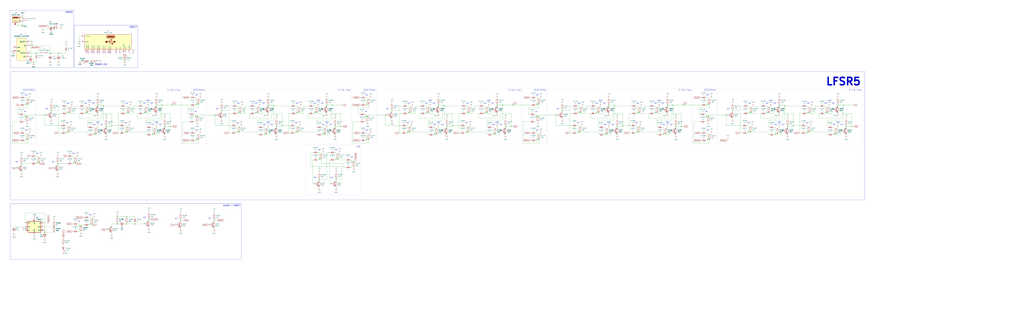
<source format=kicad_sch>
(kicad_sch (version 20250114) (generator "eeschema") (generator_version "9.0")
  (paper "User" 1397 431.8)
  (rectangle (start 514.35 120.65) (end 711.2 196.85) (stroke (width 0) (type dot)))
  (rectangle (start 13.97 97.79) (end 1179.83 273.05))
  (rectangle (start 247.65 120.65) (end 280.67 196.85) (stroke (width 0) (type dot)))
  (rectangle (start 101.6 34.29) (end 187.96 92.71))
  (rectangle (start 712.47 120.65) (end 745.49 196.85) (stroke (width 0) (type dot)))
  (rectangle (start 746.76 120.65) (end 943.61 196.85) (stroke (width 0) (type dot)))
  (rectangle (start 13.97 278.13) (end 328.93 354.33))
  (rectangle (start 15.24 120.65) (end 48.26 196.85) (stroke (width 0) (type dot)))
  (rectangle (start 49.53 120.65) (end 246.38 196.85) (stroke (width 0) (type dot)))
  (rectangle (start 417.576 198.12) (end 492.506 265.43) (stroke (width 0) (type dot)))
  (rectangle (start 13.97 13.97) (end 100.33 92.71))
  (rectangle (start 281.94 120.65) (end 478.79 196.85) (stroke (width 0) (type dot)))
  (rectangle (start 480.06 120.65) (end 513.08 196.85) (stroke (width 0) (type dot)))
  (rectangle (start 979.17 120.65) (end 1176.02 196.85) (stroke (width 0) (type dot)))
  (rectangle (start 944.88 120.65) (end 977.9 196.85) (stroke (width 0) (type dot)))
  (text "NOT" (at 1148.334 170.434 0) (effects (font (size 1.27 1.27))))
  (text "AND" (at 171.45 167.894 0) (effects (font (size 1.27 1.27))))
  (text "NOT" (at 904.494 141.224 0) (effects (font (size 1.27 1.27))))
  (text "AND" (at 1046.48 141.224 0) (effects (font (size 1.27 1.27))))
  (text "NOT" (at 23.114 221.234 0) (effects (font (size 1.27 1.27))))
  (text "AND" (at 116.84 141.224 0) (effects (font (size 1.27 1.27))))
  (text "RESETMASK" (at 504.19 123.19 0) (effects (font (size 1.905 1.905))))
  (text "D Flip-Flop" (at 469.392 123.19 0) (effects (font (size 1.905 1.905))))
  (text "AND" (at 403.86 167.894 0) (effects (font (size 1.27 1.27))))
  (text "NOT" (at 127.254 141.224 0) (effects (font (size 1.27 1.27))))
  (text "AND" (at 500.38 129.794 0) (effects (font (size 1.27 1.27))))
  (text "NAND" (at 1131.57 137.414 0) (effects (font (size 1.27 1.27))))
  (text "AND" (at 323.85 167.894 0) (effects (font (size 1.27 1.27))))
  (text "OR" (at 107.95 302.514 0) (effects (font (size 1.27 1.27))))
  (text "NOT" (at 683.514 170.434 0) (effects (font (size 1.27 1.27))))
  (text "AND" (at 894.08 141.224 0) (effects (font (size 1.27 1.27))))
  (text "AND" (at 458.47 204.724 0) (effects (font (size 1.27 1.27))))
  (text "OR" (at 266.7 152.654 0) (effects (font (size 1.27 1.27))))
  (text "NAND" (at 666.75 137.414 0) (effects (font (size 1.27 1.27))))
  (text "AND" (at 1126.49 141.224 0) (effects (font (size 1.27 1.27))))
  (text "OR" (at 480.06 214.884 0) (effects (font (size 1.27 1.27))))
  (text "RESETMASK" (at 271.78 123.19 0) (effects (font (size 1.905 1.905))))
  (text "NOT" (at 1056.894 141.224 0) (effects (font (size 1.27 1.27))))
  (text "OR" (at 963.93 152.654 0) (effects (font (size 1.27 1.27))))
  (text "AND" (at 91.44 167.894 0) (effects (font (size 1.27 1.27))))
  (text "NOT" (at 592.074 141.224 0) (effects (font (size 1.27 1.27))))
  (text "AND" (at 196.85 141.224 0) (effects (font (size 1.27 1.27))))
  (text "AND" (at 868.68 167.894 0) (effects (font (size 1.27 1.27))))
  (text "XOR" (at 488.696 200.66 0) (effects (font (size 1.905 1.905))))
  (text "AND" (at 35.56 129.794 0) (effects (font (size 1.27 1.27))))
  (text "AND" (at 1102.36 141.224 0) (effects (font (size 1.27 1.27))))
  (text "NOT" (at 835.914 170.434 0) (effects (font (size 1.27 1.27))))
  (text "NAND" (at 1143 166.878 0) (effects (font (size 1.27 1.27))))
  (text "AND" (at 429.26 141.224 0) (effects (font (size 1.27 1.27))))
  (text "AND" (at 360.68 170.434 0) (effects (font (size 1.27 1.27))))
  (text "NAND" (at 445.77 166.878 0) (effects (font (size 1.27 1.27))))
  (text "D Flip-Flop" (at 934.212 123.19 0) (effects (font (size 1.905 1.905))))
  (text "NOT" (at 451.104 170.434 0) (effects (font (size 1.27 1.27))))
  (text "AND" (at 965.2 129.794 0) (effects (font (size 1.27 1.27))))
  (text "AND" (at 673.1 170.434 0) (effects (font (size 1.27 1.27))))
  (text "AND" (at 208.28 170.434 0) (effects (font (size 1.27 1.27))))
  (text "AND" (at 1137.92 170.434 0) (effects (font (size 1.27 1.27))))
  (text "AND" (at 405.13 141.224 0) (effects (font (size 1.27 1.27))))
  (text "OR" (at 499.11 152.654 0) (effects (font (size 1.27 1.27))))
  (text "NAND" (at 133.35 166.878 0) (effects (font (size 1.27 1.27))))
  (text "NOT" (at 672.084 141.224 0) (effects (font (size 1.27 1.27))))
  (text "RESETMASK" (at 736.6 123.19 0) (effects (font (size 1.905 1.905))))
  (text "RESETMASK" (at 969.01 123.19 0) (effects (font (size 1.905 1.905))))
  (text "AND" (at 35.56 178.054 0) (effects (font (size 1.27 1.27))))
  (text "NOT" (at 1136.904 141.224 0) (effects (font (size 1.27 1.27))))
  (text "NOT" (at 359.664 141.224 0) (effects (font (size 1.27 1.27))))
  (text "RESETMASK" (at 39.37 123.19 0) (effects (font (size 1.905 1.905))))
  (text "D Flip-Flop" (at 1166.622 123.19 0) (effects (font (size 1.905 1.905))))
  (text "AND" (at 50.8 209.804 0) (effects (font (size 1.27 1.27))))
  (text "AND" (at 92.71 141.224 0) (effects (font (size 1.27 1.27))))
  (text "CLOCK + RESET" (at 315.976 280.924 0) (effects (font (size 1.905 1.905) (thickness 0.254) (bold yes) (italic yes))))
  (text "AND" (at 325.12 141.224 0) (effects (font (size 1.27 1.27))))
  (text "OR" (at 731.52 152.654 0) (effects (font (size 1.27 1.27))))
  (text "AND" (at 732.79 129.794 0) (effects (font (size 1.27 1.27))))
  (text "NAND" (at 354.33 137.414 0) (effects (font (size 1.27 1.27))))
  (text "NOT" (at 63.754 148.844 0) (effects (font (size 1.27 1.27))))
  (text "NOT" (at 824.484 141.224 0) (effects (font (size 1.27 1.27))))
  (text "NOT" (at 528.574 148.844 0) (effects (font (size 1.27 1.27))))
  (text "AND" (at 128.27 170.434 0) (effects (font (size 1.27 1.27))))
  (text "NOT" (at 72.644 221.234 0) (effects (font (size 1.27 1.27))))
  (text "NAND" (at 910.59 166.878 0) (effects (font (size 1.27 1.27))))
  (text "AND" (at 172.72 141.224 0) (effects (font (size 1.27 1.27))))
  (text "NOT" (at 603.504 170.434 0) (effects (font (size 1.27 1.27))))
  (text "NOT" (at 429.514 242.824 0) (effects (font (size 1.27 1.27))))
  (text "NOT" (at 207.264 141.224 0) (effects (font (size 1.27 1.27))))
  (text "AND" (at 349.25 141.224 0) (effects (font (size 1.27 1.27))))
  (text "NOT" (at 296.164 148.844 0) (effects (font (size 1.27 1.27))))
  (text "POWER\n" (at 93.98 16.764 0) (effects (font (size 1.905 1.905) (thickness 0.254) (bold yes) (italic yes))))
  (text "AND" (at 1022.35 141.224 0) (effects (font (size 1.27 1.27))))
  (text "NOT" (at 218.694 170.434 0) (effects (font (size 1.27 1.27))))
  (text "AND" (at 593.09 170.434 0) (effects (font (size 1.27 1.27))))
  (text "D Flip-Flop" (at 236.982 123.19 0) (effects (font (size 1.905 1.905))))
  (text "AND" (at 788.67 167.894 0) (effects (font (size 1.27 1.27))))
  (text "POWER LED" (at 137.668 88.138 0) (effects (font (size 1.905 1.905) (thickness 0.254) (bold yes) (italic yes))))
  (text "AND" (at 637.54 141.224 0) (effects (font (size 1.27 1.27))))
  (text "AND" (at 814.07 141.224 0) (effects (font (size 1.27 1.27))))
  (text "AND" (at 267.97 178.054 0) (effects (font (size 1.27 1.27))))
  (text "AND" (at 100.33 209.804 0) (effects (font (size 1.27 1.27))))
  (text "NOT" (at 1068.324 170.434 0) (effects (font (size 1.27 1.27))))
  (text "NOT" (at 915.924 170.434 0) (effects (font (size 1.27 1.27))))
  (text "AND" (at 825.5 170.434 0) (effects (font (size 1.27 1.27))))
  (text "NAND" (at 1051.56 137.414 0) (effects (font (size 1.27 1.27))))
  (text "NAND" (at 201.93 137.414 0) (effects (font (size 1.27 1.27))))
  (text "AND" (at 661.67 141.224 0) (effects (font (size 1.27 1.27))))
  (text "NOT" (at 286.004 298.704 0) (effects (font (size 1.27 1.27))))
  (text "NAND" (at 678.18 166.878 0) (effects (font (size 1.27 1.27))))
  (text "NOT" (at 240.284 298.704 0) (effects (font (size 1.27 1.27))))
  (text "AND" (at 123.19 293.624 0) (effects (font (size 1.27 1.27))))
  (text "NAND" (at 121.92 137.414 0) (effects (font (size 1.27 1.27))))
  (text "NOT" (at 760.984 148.844 0) (effects (font (size 1.27 1.27))))
  (text "NAND" (at 434.34 137.414 0) (effects (font (size 1.27 1.27))))
  (text "AND" (at 556.26 167.894 0) (effects (font (size 1.27 1.27))))
  (text "AND" (at 1057.91 170.434 0) (effects (font (size 1.27 1.27))))
  (text "AND" (at 1101.09 167.894 0) (effects (font (size 1.27 1.27))))
  (text "D Flip-Flop" (at 701.802 123.19 0) (effects (font (size 1.905 1.905))))
  (text "NOT" (at 197.104 297.434 0) (effects (font (size 1.27 1.27))))
  (text "AND" (at 636.27 167.894 0) (effects (font (size 1.27 1.27))))
  (text "AND" (at 500.38 178.054 0) (effects (font (size 1.27 1.27))))
  (text "NAND" (at 819.15 137.414 0) (effects (font (size 1.27 1.27))))
  (text "NAND" (at 598.17 166.878 0) (effects (font (size 1.27 1.27))))
  (text "AND" (at 581.66 141.224 0) (effects (font (size 1.27 1.27))))
  (text "NOT" (at 371.094 170.434 0) (effects (font (size 1.27 1.27))))
  (text "AND" (at 440.69 170.434 0) (effects (font (size 1.27 1.27))))
  (text "AND" (at 1021.08 167.894 0) (effects (font (size 1.27 1.27))))
  (text "NAND" (at 899.16 137.414 0) (effects (font (size 1.27 1.27))))
  (text "USB-C" (at 181.61 37.084 0) (effects (font (size 1.905 1.905) (thickness 0.254) (bold yes) (italic yes))))
  (text "NOT" (at 138.684 170.434 0) (effects (font (size 1.27 1.27))))
  (text "AND" (at 869.95 141.224 0) (effects (font (size 1.27 1.27))))
  (text "NOT" (at 439.674 141.224 0) (effects (font (size 1.27 1.27))))
  (text "NOT" (at 452.374 242.824 0) (effects (font (size 1.27 1.27))))
  (text "AND" (at 435.61 204.724 0) (effects (font (size 1.27 1.27))))
  (text "AND" (at 557.53 141.224 0) (effects (font (size 1.27 1.27))))
  (text "AND" (at 789.94 141.224 0) (effects (font (size 1.27 1.27))))
  (text "AND" (at 267.97 129.794 0) (effects (font (size 1.27 1.27))))
  (text "LFSR5" (at 1150.62 111.506 0) (effects (font (size 10.16 10.16) (thickness 2.032) (bold yes))))
  (text "AND" (at 732.79 178.054 0) (effects (font (size 1.27 1.27))))
  (text "NAND" (at 1062.99 166.878 0) (effects (font (size 1.27 1.27))))
  (text "NAND" (at 830.58 166.878 0) (effects (font (size 1.27 1.27))))
  (text "OR" (at 34.29 152.654 0) (effects (font (size 1.27 1.27))))
  (text "AND" (at 965.2 178.054 0) (effects (font (size 1.27 1.27))))
  (text "NAND" (at 586.74 137.414 0) (effects (font (size 1.27 1.27))))
  (text "AND" (at 905.51 170.434 0) (effects (font (size 1.27 1.27))))
  (text "NOT" (at 993.394 148.844 0) (effects (font (size 1.27 1.27))))
  (text "NAND" (at 365.76 166.878 0) (effects (font (size 1.27 1.27))))
  (text "NAND" (at 213.36 166.878 0) (effects (font (size 1.27 1.27))))
  (junction (at 35.56 142.24))
  (junction (at 908.05 182.88))
  (junction (at 922.02 172.72))
  (junction (at 172.72 295.91))
  (junction (at 905.51 182.88))
  (junction (at 685.8 143.51))
  (junction (at 458.47 245.11))
  (junction (at 932.18 143.51))
  (junction (at 1140.46 182.88))
  (junction (at 184.15 306.07))
  (junction (at 595.63 182.88))
  (junction (at 107.95 308.61))
  (junction (at 480.06 220.98))
  (junction (at 1070.61 144.78))
  (junction (at 732.79 190.5))
  (junction (at 457.2 172.72))
  (junction (at 435.61 245.11))
  (junction (at 220.98 143.51))
  (junction (at 403.86 180.34))
  (junction (at 967.74 142.24))
  (junction (at 966.47 158.75))
  (junction (at 1137.92 182.88))
  (junction (at 41.91 77.47))
  (junction (at 128.27 182.88))
  (junction (at 1062.99 143.51))
  (junction (at 172.72 306.07))
  (junction (at 435.61 217.17))
  (junction (at 593.09 182.88))
  (junction (at 140.97 144.78))
  (junction (at 78.74 223.52))
  (junction (at 351.79 153.67))
  (junction (at 1129.03 153.67))
  (junction (at 464.82 172.72))
  (junction (at 965.2 190.5))
  (junction (at 38.1 142.24))
  (junction (at 868.68 180.34))
  (junction (at 405.13 153.67))
  (junction (at 196.85 153.67))
  (junction (at 269.24 158.75))
  (junction (at 68.58 72.39))
  (junction (at 130.81 182.88))
  (junction (at 1022.35 153.67))
  (junction (at 34.29 158.75))
  (junction (at 60.96 314.96))
  (junction (at 605.79 144.78))
  (junction (at 125.73 306.07))
  (junction (at 17.78 69.85))
  (junction (at 152.4 171.45))
  (junction (at 365.76 143.51))
  (junction (at 732.79 142.24))
  (junction (at 636.27 180.34))
  (junction (at 292.1 300.99))
  (junction (at 60.96 317.5))
  (junction (at 825.5 182.88))
  (junction (at 689.61 172.72))
  (junction (at 869.95 153.67))
  (junction (at 1102.36 153.67))
  (junction (at 73.66 39.37))
  (junction (at 360.68 182.88))
  (junction (at 640.08 153.67))
  (junction (at 35.56 190.5))
  (junction (at 965.2 142.24))
  (junction (at 443.23 182.88))
  (junction (at 758.19 157.48))
  (junction (at 384.81 171.45))
  (junction (at 1143 143.51))
  (junction (at 100.33 222.25))
  (junction (at 598.17 143.51))
  (junction (at 429.26 153.67))
  (junction (at 123.19 306.07))
  (junction (at 699.77 143.51))
  (junction (at 1023.62 180.34))
  (junction (at 894.08 153.67))
  (junction (at 199.39 153.67))
  (junction (at 160.02 306.07))
  (junction (at 500.38 142.24))
  (junction (at 453.39 143.51))
  (junction (at 664.21 153.67))
  (junction (at 999.49 151.13))
  (junction (at 557.53 153.67))
  (junction (at 929.64 172.72))
  (junction (at 1046.48 153.67))
  (junction (at 558.8 180.34))
  (junction (at 30.48 34.29))
  (junction (at 1162.05 172.72))
  (junction (at 266.7 158.75))
  (junction (at 461.01 217.17))
  (junction (at 482.6 220.98))
  (junction (at 45.72 85.09))
  (junction (at 1154.43 172.72))
  (junction (at 406.4 180.34))
  (junction (at 323.85 180.34))
  (junction (at 501.65 158.75))
  (junction (at 828.04 182.88))
  (junction (at 661.67 153.67))
  (junction (at 267.97 190.5))
  (junction (at 792.48 153.67))
  (junction (at 1021.08 180.34))
  (junction (at 731.52 158.75))
  (junction (at 502.92 190.5))
  (junction (at 445.77 143.51))
  (junction (at 224.79 172.72))
  (junction (at 175.26 153.67))
  (junction (at 1074.42 172.72))
  (junction (at 735.33 142.24))
  (junction (at 80.01 72.39))
  (junction (at 838.2 144.78))
  (junction (at 499.11 158.75))
  (junction (at 270.51 142.24))
  (junction (at 73.66 309.88))
  (junction (at 349.25 153.67))
  (junction (at 440.69 182.88))
  (junction (at 373.38 144.78))
  (junction (at 791.21 180.34))
  (junction (at 1104.9 153.67))
  (junction (at 171.45 180.34))
  (junction (at 363.22 182.88))
  (junction (at 675.64 182.88))
  (junction (at 1126.49 153.67))
  (junction (at 767.08 151.13))
  (junction (at 160.02 295.91))
  (junction (at 170.18 82.55))
  (junction (at 788.67 180.34))
  (junction (at 232.41 172.72))
  (junction (at 246.38 300.99))
  (junction (at 210.82 182.88))
  (junction (at 525.78 157.48))
  (junction (at 871.22 180.34))
  (junction (at 30.48 29.21))
  (junction (at 789.94 153.67))
  (junction (at 326.39 180.34))
  (junction (at 107.95 57.15))
  (junction (at 144.78 172.72))
  (junction (at 438.15 217.17))
  (junction (at 1082.04 171.45))
  (junction (at 133.35 143.51))
  (junction (at 302.26 151.13))
  (junction (at 69.85 151.13))
  (junction (at 814.07 153.67))
  (junction (at 91.44 180.34))
  (junction (at 609.6 172.72))
  (junction (at 172.72 153.67))
  (junction (at 30.48 24.13))
  (junction (at 534.67 151.13))
  (junction (at 36.83 158.75))
  (junction (at 93.98 180.34))
  (junction (at 990.6 157.48))
  (junction (at 431.8 153.67))
  (junction (at 967.74 190.5))
  (junction (at 173.99 180.34))
  (junction (at 849.63 171.45))
  (junction (at 203.2 299.72))
  (junction (at 116.84 153.67))
  (junction (at 830.58 143.51))
  (junction (at 678.18 143.51))
  (junction (at 1060.45 182.88))
  (junction (at 896.62 153.67))
  (junction (at 910.59 143.51))
  (junction (at 673.1 182.88))
  (junction (at 53.34 222.25))
  (junction (at 697.23 172.72))
  (junction (at 637.54 153.67))
  (junction (at 816.61 153.67))
  (junction (at 617.22 171.45))
  (junction (at 584.2 153.67))
  (junction (at 213.36 143.51))
  (junction (at 327.66 153.67))
  (junction (at 1103.63 180.34))
  (junction (at 325.12 153.67))
  (junction (at 1049.02 153.67))
  (junction (at 377.19 172.72))
  (junction (at 110.49 308.61))
  (junction (at 842.01 172.72))
  (junction (at 556.26 180.34))
  (junction (at 102.87 222.25))
  (junction (at 963.93 158.75))
  (junction (at 270.51 190.5))
  (junction (at 502.92 142.24))
  (junction (at 500.38 190.5))
  (junction (at 872.49 153.67))
  (junction (at 735.33 190.5))
  (junction (at 581.66 153.67))
  (junction (at 95.25 153.67))
  (junction (at 38.1 190.5))
  (junction (at 458.47 217.17))
  (junction (at 638.81 180.34))
  (junction (at 234.95 143.51))
  (junction (at 208.28 182.88))
  (junction (at 1101.09 180.34))
  (junction (at 1057.91 182.88))
  (junction (at 29.21 223.52))
  (junction (at 50.8 222.25))
  (junction (at 60.96 157.48))
  (junction (at 49.53 72.39))
  (junction (at 734.06 158.75))
  (junction (at 293.37 157.48))
  (junction (at 918.21 143.51))
  (junction (at 1150.62 143.51))
  (junction (at 267.97 142.24))
  (junction (at 407.67 153.67))
  (junction (at 119.38 153.67))
  (junction (at 92.71 153.67))
  (junction (at 560.07 153.67))
  (junction (at 1024.89 153.67))
  (no_connect (at 163.83 72.39))
  (no_connect (at 151.13 72.39))
  (no_connect (at 120.65 72.39))
  (no_connect (at 148.59 72.39))
  (no_connect (at 118.11 72.39))
  (no_connect (at 135.89 72.39))
  (no_connect (at 133.35 72.39))
  (no_connect (at 140.97 72.39))
  (no_connect (at 125.73 72.39))
  (no_connect (at 143.51 72.39))
  (no_connect (at 128.27 72.39))
  (no_connect (at 158.75 72.39))
  (wire (pts (xy 326.39 172.72) (xy 328.93 172.72)))
  (wire (pts (xy 590.55 154.94) (xy 584.2 154.94)))
  (wire (pts (xy 438.15 149.86) (xy 438.15 154.94)))
  (wire (pts (xy 661.67 153.67) (xy 661.67 154.94)))
  (wire (pts (xy 731.52 158.75) (xy 731.52 156.21)))
  (wire (pts (xy 232.41 172.72) (xy 232.41 154.94)))
  (wire (pts (xy 678.18 143.51) (xy 685.8 143.51)))
  (wire (pts (xy 125.73 149.86) (xy 125.73 154.94)))
  (wire (pts (xy 365.76 175.26) (xy 365.76 173.99)))
  (wire (pts (xy 30.48 24.13) (xy 30.48 22.86)))
  (wire (pts (xy 869.95 144.78) (xy 869.95 153.67)))
  (wire (pts (xy 457.2 172.72) (xy 457.2 173.99)))
  (wire (pts (xy 95.25 153.67) (xy 95.25 154.94)))
  (wire (pts (xy 609.6 172.72) (xy 609.6 173.99)))
  (wire (pts (xy 1131.57 146.05) (xy 1131.57 144.78)))
  (wire (pts (xy 270.51 147.32) (xy 256.54 147.32)))
  (wire (pts (xy 678.18 156.21) (xy 678.18 154.94)))
  (wire (pts (xy 1129.03 180.34) (xy 1129.03 184.15)))
  (wire (pts (xy 1154.43 172.72) (xy 1162.05 172.72)))
  (wire (pts (xy 1143 133.35) (xy 1143 134.62)))
  (wire (pts (xy 572.77 161.29) (xy 572.77 154.94)))
  (wire (pts (xy 499.11 166.37) (xy 499.11 158.75)))
  (wire (pts (xy 365.76 156.21) (xy 365.76 154.94)))
  (wire (pts (xy 734.06 157.48) (xy 758.19 157.48)))
  (wire (pts (xy 838.2 144.78) (xy 838.2 143.51)))
  (wire (pts (xy 1046.48 144.78) (xy 1046.48 153.67)))
  (wire (pts (xy 360.68 182.88) (xy 363.22 182.88)))
  (wire (pts (xy 640.08 153.67) (xy 640.08 154.94)))
  (wire (pts (xy 885.19 161.29) (xy 885.19 154.94)))
  (wire (pts (xy 176.53 172.72) (xy 176.53 171.45)))
  (wire (pts (xy 407.67 154.94) (xy 414.02 154.94)))
  (wire (pts (xy 598.17 156.21) (xy 598.17 154.94)))
  (wire (pts (xy 825.5 173.99) (xy 824.23 173.99)))
  (wire (pts (xy 816.61 173.99) (xy 816.61 163.83)))
  (wire (pts (xy 858.52 154.94) (xy 861.06 154.94)))
  (wire (pts (xy 406.4 180.34) (xy 431.8 180.34)))
  (wire (pts (xy 172.72 153.67) (xy 172.72 154.94)))
  (wire (pts (xy 892.81 154.94) (xy 894.08 154.94)))
  (wire (pts (xy 868.68 180.34) (xy 868.68 181.61)))
  (wire (pts (xy 316.23 144.78) (xy 312.42 144.78)))
  (wire (pts (xy 365.76 133.35) (xy 365.76 134.62)))
  (wire (pts (xy 1146.81 179.07) (xy 1146.81 184.15)))
  (wire (pts (xy 502.92 190.5) (xy 502.92 195.58)))
  (wire (pts (xy 248.92 166.37) (xy 257.81 166.37)))
  (wire (pts (xy 130.81 175.26) (xy 133.35 175.26)))
  (wire (pts (xy 125.73 154.94) (xy 119.38 154.94)))
  (wire (pts (xy 735.33 147.32) (xy 721.36 147.32)))
  (wire (pts (xy 93.98 172.72) (xy 96.52 172.72)))
  (wire (pts (xy 29.21 223.52) (xy 41.91 223.52)))
  (wire (pts (xy 101.6 154.94) (xy 101.6 144.78)))
  (wire (pts (xy 544.83 181.61) (xy 544.83 154.94)))
  (wire (pts (xy 798.83 154.94) (xy 798.83 144.78)))
  (wire (pts (xy 636.27 171.45) (xy 635 171.45)))
  (wire (pts (xy 266.7 166.37) (xy 266.7 158.75)))
  (wire (pts (xy 678.18 143.51) (xy 678.18 144.78)))
  (wire (pts (xy 544.83 181.61) (xy 547.37 181.61)))
  (wire (pts (xy 929.64 154.94) (xy 915.67 154.94)))
  (wire (pts (xy 1009.65 154.94) (xy 1013.46 154.94)))
  (wire (pts (xy 894.08 144.78) (xy 894.08 153.67)))
  (wire (pts (xy 1140.46 175.26) (xy 1143 175.26)))
  (wire (pts (xy 598.17 142.24) (xy 598.17 143.51)))
  (wire (pts (xy 171.45 154.94) (xy 172.72 154.94)))
  (wire (pts (xy 31.75 314.96) (xy 31.75 313.69)))
  (wire (pts (xy 637.54 153.67) (xy 637.54 154.94)))
  (wire (pts (xy 1101.09 171.45) (xy 1101.09 180.34)))
  (wire (pts (xy 664.21 163.83) (xy 685.8 163.83)))
  (wire (pts (xy 34.29 158.75) (xy 36.83 158.75)))
  (wire (pts (xy 246.38 313.69) (xy 246.38 312.42)))
  (wire (pts (xy 689.61 162.56) (xy 689.61 163.83)))
  (wire (pts (xy 557.53 144.78) (xy 556.26 144.78)))
  (wire (pts (xy 220.98 163.83) (xy 220.98 143.51)))
  (wire (pts (xy 502.92 195.58) (xy 481.33 195.58)))
  (wire (pts (xy 172.72 144.78) (xy 171.45 144.78)))
  (wire (pts (xy 133.35 175.26) (xy 133.35 173.99)))
  (wire (pts (xy 464.82 154.94) (xy 450.85 154.94)))
  (wire (pts (xy 1126.49 153.67) (xy 1126.49 154.94)))
  (wire (pts (xy 53.34 222.25) (xy 53.34 223.52)))
  (wire (pts (xy 36.83 157.48) (xy 36.83 158.75)))
  (wire (pts (xy 384.81 154.94) (xy 384.81 171.45)))
  (wire (pts (xy 1074.42 162.56) (xy 1074.42 163.83)))
  (wire (pts (xy 41.91 85.09) (xy 45.72 85.09)))
  (wire (pts (xy 1057.91 182.88) (xy 1057.91 184.15)))
  (wire (pts (xy 224.79 162.56) (xy 224.79 163.83)))
  (wire (pts (xy 176.53 73.66) (xy 181.61 73.66)))
  (wire (pts (xy 816.61 146.05) (xy 819.15 146.05)))
  (wire (pts (xy 1021.08 180.34) (xy 1023.62 180.34)))
  (wire (pts (xy 675.64 175.26) (xy 678.18 175.26)))
  (wire (pts (xy 868.68 171.45) (xy 868.68 180.34)))
  (wire (pts (xy 213.36 143.51) (xy 220.98 143.51)))
  (wire (pts (xy 661.67 144.78) (xy 660.4 144.78)))
  (wire (pts (xy 431.8 180.34) (xy 431.8 184.15)))
  (wire (pts (xy 500.38 190.5) (xy 502.92 190.5)))
  (wire (pts (xy 107.95 308.61) (xy 107.95 306.07)))
  (wire (pts (xy 292.1 300.99) (xy 292.1 302.26)))
  (wire (pts (xy 323.85 154.94) (xy 325.12 154.94)))
  (wire (pts (xy 922.02 172.72) (xy 929.64 172.72)))
  (wire (pts (xy 144.78 172.72) (xy 152.4 172.72)))
  (wire (pts (xy 213.36 156.21) (xy 213.36 154.94)))
  (wire (pts (xy 1162.05 154.94) (xy 1148.08 154.94)))
  (wire (pts (xy 497.84 166.37) (xy 499.11 166.37)))
  (wire (pts (xy 905.51 182.88) (xy 905.51 184.15)))
  (wire (pts (xy 963.93 156.21) (xy 962.66 156.21)))
  (wire (pts (xy 394.97 171.45) (xy 384.81 171.45)))
  (wire (pts (xy 1135.38 149.86) (xy 1135.38 154.94)))
  (wire (pts (xy 137.16 179.07) (xy 137.16 184.15)))
  (wire (pts (xy 1062.99 143.51) (xy 1070.61 143.51)))
  (wire (pts (xy 45.72 85.09) (xy 49.53 85.09)))
  (wire (pts (xy 68.58 72.39) (xy 80.01 72.39)))
  (wire (pts (xy 1024.89 154.94) (xy 1031.24 154.94)))
  (wire (pts (xy 373.38 144.78) (xy 396.24 144.78)))
  (wire (pts (xy 144.78 162.56) (xy 144.78 163.83)))
  (wire (pts (xy 505.46 182.88) (xy 505.46 181.61)))
  (wire (pts (xy 181.61 154.94) (xy 181.61 144.78)))
  (wire (pts (xy 609.6 185.42) (xy 609.6 184.15)))
  (wire (pts (xy 678.18 175.26) (xy 678.18 173.99)))
  (wire (pts (xy 405.13 144.78) (xy 405.13 153.67)))
  (wire (pts (xy 584.2 163.83) (xy 605.79 163.83)))
  (wire (pts (xy 463.55 209.55) (xy 463.55 208.28)))
  (wire (pts (xy 246.38 300.99) (xy 246.38 302.26)))
  (wire (pts (xy 1009.65 181.61) (xy 1012.19 181.61)))
  (wire (pts (xy 558.8 180.34) (xy 584.2 180.34)))
  (wire (pts (xy 40.64 55.88) (xy 43.18 55.88)))
  (wire (pts (xy 267.97 190.5) (xy 270.51 190.5)))
  (wire (pts (xy 828.04 175.26) (xy 830.58 175.26)))
  (wire (pts (xy 195.58 154.94) (xy 196.85 154.94)))
  (wire (pts (xy 1009.65 181.61) (xy 1009.65 154.94)))
  (wire (pts (xy 86.36 334.01) (xy 86.36 335.28)))
  (wire (pts (xy 1154.43 162.56) (xy 1154.43 163.83)))
  (wire (pts (xy 351.79 146.05) (xy 354.33 146.05)))
  (wire (pts (xy 173.99 172.72) (xy 176.53 172.72)))
  (wire (pts (xy 60.96 317.5) (xy 60.96 314.96)))
  (wire (pts (xy 266.7 158.75) (xy 266.7 156.21)))
  (wire (pts (xy 38.1 147.32) (xy 24.13 147.32)))
  (wire (pts (xy 323.85 180.34) (xy 323.85 181.61)))
  (wire (pts (xy 637.54 153.67) (xy 640.08 153.67)))
  (wire (pts (xy 929.64 172.72) (xy 932.18 172.72)))
  (wire (pts (xy 626.11 181.61) (xy 627.38 181.61)))
  (wire (pts (xy 713.74 195.58) (xy 713.74 166.37)))
  (wire (pts (xy 196.85 153.67) (xy 199.39 153.67)))
  (wire (pts (xy 697.23 172.72) (xy 697.23 154.94)))
  (wire (pts (xy 993.14 191.77) (xy 991.87 191.77)))
  (wire (pts (xy 556.26 180.34) (xy 556.26 181.61)))
  (wire (pts (xy 107.95 49.53) (xy 107.95 57.15)))
  (wire (pts (xy 828.04 182.88) (xy 828.04 184.15)))
  (wire (pts (xy 246.38 300.99) (xy 250.19 300.99)))
  (wire (pts (xy 601.98 184.15) (xy 595.63 184.15)))
  (wire (pts (xy 590.55 149.86) (xy 590.55 154.94)))
  (wire (pts (xy 458.47 257.81) (xy 458.47 256.54)))
  (wire (pts (xy 963.93 191.77) (xy 965.2 191.77)))
  (wire (pts (xy 66.04 35.56) (xy 66.04 36.83)))
  (wire (pts (xy 16.51 195.58) (xy 16.51 166.37)))
  (wire (pts (xy 217.17 179.07) (xy 217.17 184.15)))
  (wire (pts (xy 525.78 171.45) (xy 547.37 171.45)))
  (wire (pts (xy 777.24 181.61) (xy 777.24 154.94)))
  (wire (pts (xy 1154.43 172.72) (xy 1154.43 173.99)))
  (wire (pts (xy 170.18 181.61) (xy 171.45 181.61)))
  (wire (pts (xy 152.4 306.07) (xy 152.4 308.61)))
  (wire (pts (xy 359.41 184.15) (xy 360.68 184.15)))
  (wire (pts (xy 213.36 142.24) (xy 213.36 143.51)))
  (wire (pts (xy 481.33 166.37) (xy 490.22 166.37)))
  (wire (pts (xy 878.84 154.94) (xy 878.84 144.78)))
  (wire (pts (xy 246.38 299.72) (xy 246.38 300.99)))
  (wire (pts (xy 1066.8 179.07) (xy 1066.8 184.15)))
  (wire (pts (xy 471.17 218.44) (xy 461.01 218.44)))
  (wire (pts (xy 838.2 163.83) (xy 838.2 144.78)))
  (wire (pts (xy 458.47 217.17) (xy 461.01 217.17)))
  (wire (pts (xy 86.36 344.17) (xy 86.36 342.9)))
  (wire (pts (xy 1154.43 171.45) (xy 1154.43 172.72)))
  (wire (pts (xy 1021.08 154.94) (xy 1022.35 154.94)))
  (wire (pts (xy 38.1 134.62) (xy 40.64 134.62)))
  (wire (pts (xy 965.2 133.35) (xy 963.93 133.35)))
  (wire (pts (xy 302.26 163.83) (xy 302.26 162.56)))
  (wire (pts (xy 273.05 182.88) (xy 273.05 181.61)))
  (wire (pts (xy 584.2 146.05) (xy 586.74 146.05)))
  (wire (pts (xy 501.65 157.48) (xy 501.65 158.75)))
  (wire (pts (xy 323.85 171.45) (xy 322.58 171.45)))
  (wire (pts (xy 224.79 172.72) (xy 224.79 173.99)))
  (wire (pts (xy 500.38 181.61) (xy 500.38 190.5)))
  (wire (pts (xy 1148.08 161.29) (xy 1117.6 161.29)))
  (wire (pts (xy 732.79 190.5) (xy 732.79 191.77)))
  (wire (pts (xy 681.99 184.15) (xy 675.64 184.15)))
  (wire (pts (xy 144.78 172.72) (xy 144.78 173.99)))
  (wire (pts (xy 160.02 306.07) (xy 160.02 304.8)))
  (wire (pts (xy 609.6 172.72) (xy 617.22 172.72)))
  (wire (pts (xy 210.82 182.88) (xy 210.82 184.15)))
  (wire (pts (xy 868.68 171.45) (xy 867.41 171.45)))
  (wire (pts (xy 302.26 151.13) (xy 312.42 151.13)))
  (wire (pts (xy 1027.43 146.05) (xy 1027.43 144.78)))
  (wire (pts (xy 38.1 195.58) (xy 16.51 195.58)))
  (wire (pts (xy 721.36 156.21) (xy 722.63 156.21)))
  (wire (pts (xy 325.12 144.78) (xy 323.85 144.78)))
  (wire (pts (xy 80.01 83.82) (xy 80.01 82.55)))
  (wire (pts (xy 458.47 208.28) (xy 458.47 217.17)))
  (wire (pts (xy 788.67 180.34) (xy 788.67 181.61)))
  (wire (pts (xy 792.48 154.94) (xy 798.83 154.94)))
  (wire (pts (xy 125.73 298.45) (xy 128.27 298.45)))
  (wire (pts (xy 758.19 171.45) (xy 779.78 171.45)))
  (wire (pts (xy 502.92 134.62) (xy 505.46 134.62)))
  (wire (pts (xy 116.84 153.67) (xy 116.84 154.94)))
  (wire (pts (xy 502.92 182.88) (xy 505.46 182.88)))
  (wire (pts (xy 482.6 229.87) (xy 482.6 228.6)))
  (wire (pts (xy 105.41 214.63) (xy 105.41 213.36)))
  (wire (pts (xy 1103.63 172.72) (xy 1106.17 172.72)))
  (wire (pts (xy 966.47 167.64) (xy 966.47 166.37)))
  (wire (pts (xy 109.22 83.82) (xy 114.3 83.82)))
  (wire (pts (xy 878.84 144.78) (xy 885.19 144.78)))
  (wire (pts (xy 370.84 161.29) (xy 340.36 161.29)))
  (wire (pts (xy 584.2 180.34) (xy 584.2 184.15)))
  (wire (pts (xy 60.96 290.83) (xy 34.29 290.83)))
  (wire (pts (xy 96.52 172.72) (xy 96.52 171.45)))
  (wire (pts (xy 354.33 146.05) (xy 354.33 144.78)))
  (wire (pts (xy 80.01 72.39) (xy 90.17 72.39)))
  (wire (pts (xy 636.27 171.45) (xy 636.27 180.34)))
  (wire (pts (xy 110.49 307.34) (xy 110.49 308.61)))
  (wire (pts (xy 872.49 146.05) (xy 875.03 146.05)))
  (wire (pts (xy 30.48 27.94) (xy 30.48 29.21)))
  (wire (pts (xy 591.82 184.15) (xy 593.09 184.15)))
  (wire (pts (xy 737.87 182.88) (xy 737.87 181.61)))
  (wire (pts (xy 115.57 154.94) (xy 116.84 154.94)))
  (wire (pts (xy 637.54 144.78) (xy 636.27 144.78)))
  (wire (pts (xy 791.21 172.72) (xy 793.75 172.72)))
  (wire (pts (xy 393.7 181.61) (xy 394.97 181.61)))
  (wire (pts (xy 605.79 144.78) (xy 628.65 144.78)))
  (wire (pts (xy 732.79 133.35) (xy 732.79 142.24)))
  (wire (pts (xy 1062.99 133.35) (xy 1062.99 134.62)))
  (wire (pts (xy 664.21 173.99) (xy 664.21 163.83)))
  (wire (pts (xy 435.61 208.28) (xy 435.61 217.17)))
  (wire (pts (xy 91.44 180.34) (xy 91.44 181.61)))
  (wire (pts (xy 393.7 181.61) (xy 393.7 154.94)))
  (wire (pts (xy 232.41 154.94) (xy 218.44 154.94)))
  (wire (pts (xy 19.05 318.77) (xy 19.05 317.5)))
  (wire (pts (xy 1057.91 173.99) (xy 1056.64 173.99)))
  (wire (pts (xy 689.61 172.72) (xy 697.23 172.72)))
  (wire (pts (xy 868.68 154.94) (xy 869.95 154.94)))
  (wire (pts (xy 922.02 162.56) (xy 922.02 163.83)))
  (wire (pts (xy 1104.9 146.05) (xy 1107.44 146.05)))
  (wire (pts (xy 501.65 157.48) (xy 525.78 157.48)))
  (wire (pts (xy 732.79 181.61) (xy 732.79 190.5)))
  (wire (pts (xy 100.33 213.36) (xy 100.33 222.25)))
  (wire (pts (xy 1099.82 181.61) (xy 1101.09 181.61)))
  (wire (pts (xy 424.18 227.33) (xy 424.18 208.28)))
  (wire (pts (xy 830.58 143.51) (xy 830.58 144.78)))
  (wire (pts (xy 970.28 182.88) (xy 970.28 181.61)))
  (wire (pts (xy 965.2 190.5) (xy 965.2 191.77)))
  (wire (pts (xy 40.64 55.88) (xy 40.64 57.15)))
  (wire (pts (xy 91.44 171.45) (xy 90.17 171.45)))
  (wire (pts (xy 1106.17 172.72) (xy 1106.17 171.45)))
  (wire (pts (xy 365.76 143.51) (xy 365.76 144.78)))
  (wire (pts (xy 414.02 154.94) (xy 414.02 144.78)))
  (wire (pts (xy 172.72 295.91) (xy 172.72 297.18)))
  (wire (pts (xy 373.38 144.78) (xy 373.38 143.51)))
  (wire (pts (xy 849.63 154.94) (xy 849.63 171.45)))
  (wire (pts (xy 45.72 86.36) (xy 45.72 85.09)))
  (wire (pts (xy 1140.46 182.88) (xy 1140.46 184.15)))
  (wire (pts (xy 66.04 36.83) (xy 73.66 36.83)))
  (wire (pts (xy 199.39 173.99) (xy 199.39 163.83)))
  (wire (pts (xy 678.18 142.24) (xy 678.18 143.51)))
  (wire (pts (xy 734.06 167.64) (xy 734.06 166.37)))
  (wire (pts (xy 1101.09 180.34) (xy 1103.63 180.34)))
  (wire (pts (xy 627.38 171.45) (xy 617.22 171.45)))
  (wire (pts (xy 449.58 251.46) (xy 450.85 251.46)))
  (wire (pts (xy 457.2 185.42) (xy 457.2 184.15)))
  (wire (pts (xy 123.19 306.07) (xy 125.73 306.07)))
  (wire (pts (xy 795.02 146.05) (xy 795.02 144.78)))
  (wire (pts (xy 685.8 163.83) (xy 685.8 143.51)))
  (wire (pts (xy 171.45 180.34) (xy 173.99 180.34)))
  (wire (pts (xy 203.2 299.72) (xy 203.2 300.99)))
  (wire (pts (xy 100.33 213.36) (xy 99.06 213.36)))
  (wire (pts (xy 162.56 171.45) (xy 152.4 171.45)))
  (wire (pts (xy 480.06 220.98) (xy 480.06 218.44)))
  (wire (pts (xy 292.1 299.72) (xy 292.1 300.99)))
  (wire (pts (xy 1062.99 156.21) (xy 1062.99 154.94)))
  (wire (pts (xy 351.79 163.83) (xy 373.38 163.83)))
  (wire (pts (xy 1013.46 144.78) (xy 1009.65 144.78)))
  (wire (pts (xy 990.6 157.48) (xy 991.87 157.48)))
  (wire (pts (xy 92.71 144.78) (xy 91.44 144.78)))
  (wire (pts (xy 123.19 306.07) (xy 123.19 307.34)))
  (wire (pts (xy 34.29 143.51) (xy 35.56 143.51)))
  (wire (pts (xy 1074.42 172.72) (xy 1074.42 173.99)))
  (wire (pts (xy 902.97 149.86) (xy 902.97 154.94)))
  (wire (pts (xy 205.74 154.94) (xy 199.39 154.94)))
  (wire (pts (xy 825.5 173.99) (xy 825.5 182.88)))
  (wire (pts (xy 787.4 181.61) (xy 788.67 181.61)))
  (wire (pts (xy 78.74 222.25) (xy 78.74 223.52)))
  (wire (pts (xy 488.95 156.21) (xy 490.22 156.21)))
  (wire (pts (xy 566.42 154.94) (xy 566.42 144.78)))
  (wire (pts (xy 334.01 144.78) (xy 340.36 144.78)))
  (wire (pts (xy 505.46 134.62) (xy 505.46 133.35)))
  (wire (pts (xy 1024.89 146.05) (xy 1027.43 146.05)))
  (wire (pts (xy 965.2 190.5) (xy 967.74 190.5)))
  (wire (pts (xy 731.52 156.21) (xy 730.25 156.21)))
  (wire (pts (xy 121.92 307.34) (xy 123.19 307.34)))
  (wire (pts (xy 266.7 143.51) (xy 267.97 143.51)))
  (wire (pts (xy 110.49 49.53) (xy 107.95 49.53)))
  (wire (pts (xy 133.35 133.35) (xy 133.35 134.62)))
  (wire (pts (xy 270.51 182.88) (xy 273.05 182.88)))
  (wire (pts (xy 593.09 182.88) (xy 595.63 182.88)))
  (wire (pts (xy 403.86 171.45) (xy 403.86 180.34)))
  (wire (pts (xy 267.97 133.35) (xy 266.7 133.35)))
  (wire (pts (xy 144.78 171.45) (xy 144.78 172.72)))
  (wire (pts (xy 107.95 57.15) (xy 107.95 58.42)))
  (wire (pts (xy 110.49 307.34) (xy 114.3 307.34)))
  (wire (pts (xy 1102.36 153.67) (xy 1104.9 153.67)))
  (wire (pts (xy 453.39 143.51) (xy 467.36 143.51)))
  (wire (pts (xy 133.35 143.51) (xy 133.35 144.78)))
  (wire (pts (xy 1022.35 144.78) (xy 1021.08 144.78)))
  (wire (pts (xy 208.28 182.88) (xy 210.82 182.88)))
  (wire (pts (xy 922.02 172.72) (xy 922.02 173.99)))
  (wire (pts (xy 402.59 181.61) (xy 403.86 181.61)))
  (wire (pts (xy 636.27 154.94) (xy 637.54 154.94)))
  (wire (pts (xy 34.29 290.83) (xy 34.29 304.8)))
  (wire (pts (xy 140.97 144.78) (xy 163.83 144.78)))
  (wire (pts (xy 38.1 190.5) (xy 38.1 195.58)))
  (wire (pts (xy 500.38 133.35) (xy 499.11 133.35)))
  (wire (pts (xy 1060.45 182.88) (xy 1060.45 184.15)))
  (wire (pts (xy 184.15 306.07) (xy 195.58 306.07)))
  (wire (pts (xy 369.57 179.07) (xy 369.57 184.15)))
  (wire (pts (xy 107.95 316.23) (xy 107.95 308.61)))
  (wire (pts (xy 440.69 182.88) (xy 443.23 182.88)))
  (wire (pts (xy 445.77 142.24) (xy 445.77 143.51)))
  (wire (pts (xy 872.49 154.94) (xy 878.84 154.94)))
  (wire (pts (xy 270.51 142.24) (xy 270.51 147.32)))
  (wire (pts (xy 642.62 146.05) (xy 642.62 144.78)))
  (wire (pts (xy 152.4 320.04) (xy 152.4 318.77)))
  (wire (pts (xy 788.67 171.45) (xy 787.4 171.45)))
  (wire (pts (xy 224.79 172.72) (xy 232.41 172.72)))
  (wire (pts (xy 499.11 156.21) (xy 497.84 156.21)))
  (wire (pts (xy 17.78 64.77) (xy 17.78 69.85)))
  (wire (pts (xy 60.96 157.48) (xy 62.23 157.48)))
  (wire (pts (xy 431.8 173.99) (xy 431.8 163.83)))
  (wire (pts (xy 35.56 181.61) (xy 34.29 181.61)))
  (wire (pts (xy 792.48 153.67) (xy 792.48 154.94)))
  (wire (pts (xy 458.47 243.84) (xy 458.47 245.11)))
  (wire (pts (xy 637.54 144.78) (xy 637.54 153.67)))
  (wire (pts (xy 1129.03 163.83) (xy 1150.62 163.83)))
  (wire (pts (xy 29.21 236.22) (xy 29.21 234.95)))
  (wire (pts (xy 270.51 190.5) (xy 270.51 195.58)))
  (wire (pts (xy 1143 143.51) (xy 1150.62 143.51)))
  (wire (pts (xy 232.41 172.72) (xy 234.95 172.72)))
  (wire (pts (xy 1057.91 182.88) (xy 1060.45 182.88)))
  (wire (pts (xy 203.2 299.72) (xy 204.47 299.72)))
  (wire (pts (xy 377.19 172.72) (xy 377.19 173.99)))
  (wire (pts (xy 173.99 180.34) (xy 199.39 180.34)))
  (wire (pts (xy 172.72 306.07) (xy 184.15 306.07)))
  (wire (pts (xy 172.72 144.78) (xy 172.72 153.67)))
  (wire (pts (xy 965.2 142.24) (xy 967.74 142.24)))
  (wire (pts (xy 133.35 143.51) (xy 140.97 143.51)))
  (wire (pts (xy 1031.24 144.78) (xy 1037.59 144.78)))
  (wire (pts (xy 405.13 153.67) (xy 407.67 153.67)))
  (wire (pts (xy 69.85 151.13) (xy 80.01 151.13)))
  (wire (pts (xy 689.61 185.42) (xy 689.61 184.15)))
  (wire (pts (xy 90.17 181.61) (xy 91.44 181.61)))
  (wire (pts (xy 91.44 171.45) (xy 91.44 180.34)))
  (wire (pts (xy 894.08 153.67) (xy 896.62 153.67)))
  (wire (pts (xy 358.14 149.86) (xy 358.14 154.94)))
  (wire (pts (xy 664.21 146.05) (xy 666.75 146.05)))
  (wire (pts (xy 683.26 161.29) (xy 652.78 161.29)))
  (wire (pts (xy 439.42 184.15) (xy 440.69 184.15)))
  (wire (pts (xy 30.48 29.21) (xy 30.48 34.29)))
  (wire (pts (xy 445.77 143.51) (xy 453.39 143.51)))
  (wire (pts (xy 95.25 154.94) (xy 101.6 154.94)))
  (wire (pts (xy 842.01 172.72) (xy 842.01 173.99)))
  (wire (pts (xy 1090.93 154.94) (xy 1093.47 154.94)))
  (wire (pts (xy 499.11 158.75) (xy 501.65 158.75)))
  (wire (pts (xy 617.22 154.94) (xy 603.25 154.94)))
  (wire (pts (xy 160.02 306.07) (xy 152.4 306.07)))
  (wire (pts (xy 777.24 154.94) (xy 781.05 154.94)))
  (wire (pts (xy 403.86 180.34) (xy 403.86 181.61)))
  (wire (pts (xy 34.29 166.37) (xy 34.29 158.75)))
  (wire (pts (xy 175.26 146.05) (xy 177.8 146.05)))
  (wire (pts (xy 21.59 34.29) (xy 30.48 34.29)))
  (wire (pts (xy 485.14 219.71) (xy 485.14 220.98)))
  (wire (pts (xy 116.84 153.67) (xy 119.38 153.67)))
  (wire (pts (xy 534.67 163.83) (xy 534.67 162.56)))
  (wire (pts (xy 534.67 151.13) (xy 544.83 151.13)))
  (wire (pts (xy 480.06 220.98) (xy 482.6 220.98)))
  (wire (pts (xy 500.38 133.35) (xy 500.38 142.24)))
  (wire (pts (xy 363.22 175.26) (xy 365.76 175.26)))
  (wire (pts (xy 1143 156.21) (xy 1143 154.94)))
  (wire (pts (xy 581.66 144.78) (xy 580.39 144.78)))
  (wire (pts (xy 1143 143.51) (xy 1143 144.78)))
  (wire (pts (xy 427.99 154.94) (xy 429.26 154.94)))
  (wire (pts (xy 598.17 175.26) (xy 598.17 173.99)))
  (wire (pts (xy 1104.9 154.94) (xy 1111.25 154.94)))
  (wire (pts (xy 1137.92 182.88) (xy 1140.46 182.88)))
  (wire (pts (xy 90.17 62.23) (xy 90.17 63.5)))
  (wire (pts (xy 990.6 157.48) (xy 990.6 171.45)))
  (wire (pts (xy 525.78 157.48) (xy 525.78 171.45)))
  (wire (pts (xy 123.19 297.18) (xy 121.92 297.18)))
  (wire (pts (xy 34.29 158.75) (xy 34.29 156.21)))
  (wire (pts (xy 468.63 228.6) (xy 471.17 228.6)))
  (wire (pts (xy 814.07 153.67) (xy 816.61 153.67)))
  (wire (pts (xy 92.71 144.78) (xy 92.71 153.67)))
  (wire (pts (xy 267.97 133.35) (xy 267.97 142.24)))
  (wire (pts (xy 184.15 295.91) (xy 172.72 295.91)))
  (wire (pts (xy 33.02 166.37) (xy 34.29 166.37)))
  (wire (pts (xy 360.68 173.99) (xy 359.41 173.99)))
  (wire (pts (xy 962.66 166.37) (xy 963.93 166.37)))
  (wire (pts (xy 1125.22 154.94) (xy 1126.49 154.94)))
  (wire (pts (xy 918.21 163.83) (xy 918.21 143.51)))
  (wire (pts (xy 127 184.15) (xy 128.27 184.15)))
  (wire (pts (xy 1022.35 144.78) (xy 1022.35 153.67)))
  (wire (pts (xy 267.97 142.24) (xy 270.51 142.24)))
  (wire (pts (xy 598.17 143.51) (xy 598.17 144.78)))
  (wire (pts (xy 1146.81 184.15) (xy 1140.46 184.15)))
  (wire (pts (xy 458.47 234.95) (xy 458.47 236.22)))
  (wire (pts (xy 556.26 171.45) (xy 556.26 180.34)))
  (wire (pts (xy 171.45 72.39) (xy 171.45 73.66)))
  (wire (pts (xy 248.92 195.58) (xy 248.92 166.37)))
  (wire (pts (xy 86.36 325.12) (xy 86.36 326.39)))
  (wire (pts (xy 213.36 143.51) (xy 213.36 144.78)))
  (wire (pts (xy 598.17 133.35) (xy 598.17 134.62)))
  (wire (pts (xy 100.33 222.25) (xy 102.87 222.25)))
  (wire (pts (xy 699.77 143.51) (xy 723.9 143.51)))
  (wire (pts (xy 207.01 184.15) (xy 208.28 184.15)))
  (wire (pts (xy 266.7 191.77) (xy 267.97 191.77)))
  (wire (pts (xy 435.61 217.17) (xy 438.15 217.17)))
  (wire (pts (xy 902.97 154.94) (xy 896.62 154.94)))
  (wire (pts (xy 138.43 161.29) (xy 107.95 161.29)))
  (wire (pts (xy 534.67 140.97) (xy 534.67 142.24)))
  (wire (pts (xy 777.24 181.61) (xy 779.78 181.61)))
  (wire (pts (xy 697.23 154.94) (xy 683.26 154.94)))
  (wire (pts (xy 638.81 172.72) (xy 641.35 172.72)))
  (wire (pts (xy 1154.43 185.42) (xy 1154.43 184.15)))
  (wire (pts (xy 208.28 182.88) (xy 208.28 184.15)))
  (wire (pts (xy 171.45 171.45) (xy 171.45 180.34)))
  (wire (pts (xy 80.01 181.61) (xy 82.55 181.61)))
  (wire (pts (xy 267.97 181.61) (xy 266.7 181.61)))
  (wire (pts (xy 849.63 154.94) (xy 835.66 154.94)))
  (wire (pts (xy 36.83 167.64) (xy 36.83 166.37)))
  (wire (pts (xy 128.27 298.45) (xy 128.27 297.18)))
  (wire (pts (xy 160.02 294.64) (xy 160.02 295.91)))
  (wire (pts (xy 842.01 185.42) (xy 842.01 184.15)))
  (wire (pts (xy 73.66 39.37) (xy 74.93 39.37)))
  (wire (pts (xy 133.35 142.24) (xy 133.35 143.51)))
  (wire (pts (xy 128.27 173.99) (xy 128.27 182.88)))
  (wire (pts (xy 896.62 163.83) (xy 918.21 163.83)))
  (wire (pts (xy 603.25 154.94) (xy 603.25 161.29)))
  (wire (pts (xy 1056.64 184.15) (xy 1057.91 184.15)))
  (wire (pts (xy 593.09 173.99) (xy 591.82 173.99)))
  (wire (pts (xy 199.39 180.34) (xy 199.39 184.15)))
  (wire (pts (xy 830.58 142.24) (xy 830.58 143.51)))
  (wire (pts (xy 217.17 184.15) (xy 210.82 184.15)))
  (wire (pts (xy 910.59 133.35) (xy 910.59 134.62)))
  (wire (pts (xy 160.02 295.91) (xy 172.72 295.91)))
  (wire (pts (xy 49.53 223.52) (xy 50.8 223.52)))
  (wire (pts (xy 965.2 142.24) (xy 965.2 143.51)))
  (wire (pts (xy 172.72 306.07) (xy 172.72 304.8)))
  (wire (pts (xy 161.29 154.94) (xy 163.83 154.94)))
  (wire (pts (xy 781.05 144.78) (xy 777.24 144.78)))
  (wire (pts (xy 449.58 179.07) (xy 449.58 184.15)))
  (wire (pts (xy 830.58 175.26) (xy 830.58 173.99)))
  (wire (pts (xy 689.61 172.72) (xy 689.61 173.99)))
  (wire (pts (xy 869.95 144.78) (xy 868.68 144.78)))
  (wire (pts (xy 673.1 173.99) (xy 673.1 182.88)))
  (wire (pts (xy 1137.92 173.99) (xy 1136.65 173.99)))
  (wire (pts (xy 68.58 72.39) (xy 68.58 74.93)))
  (wire (pts (xy 1046.48 153.67) (xy 1046.48 154.94)))
  (wire (pts (xy 440.69 182.88) (xy 440.69 184.15)))
  (wire (pts (xy 737.87 134.62) (xy 737.87 133.35)))
  (wire (pts (xy 835.66 161.29) (xy 805.18 161.29)))
  (wire (pts (xy 203.2 298.45) (xy 203.2 299.72)))
  (wire (pts (xy 661.67 153.67) (xy 664.21 153.67)))
  (wire (pts (xy 171.45 81.28) (xy 171.45 82.55)))
  (wire (pts (xy 161.29 181.61) (xy 161.29 154.94)))
  (wire (pts (xy 557.53 153.67) (xy 557.53 154.94)))
  (wire (pts (xy 834.39 179.07) (xy 834.39 184.15)))
  (wire (pts (xy 59.69 304.8) (xy 66.04 304.8)))
  (wire (pts (xy 213.36 175.26) (xy 213.36 173.99)))
  (wire (pts (xy 50.8 222.25) (xy 53.34 222.25)))
  (wire (pts (xy 218.44 154.94) (xy 218.44 161.29)))
  (wire (pts (xy 1148.08 154.94) (xy 1148.08 161.29)))
  (wire (pts (xy 267.97 181.61) (xy 267.97 190.5)))
  (wire (pts (xy 35.56 142.24) (xy 35.56 143.51)))
  (wire (pts (xy 102.87 214.63) (xy 105.41 214.63)))
  (wire (pts (xy 429.26 153.67) (xy 429.26 154.94)))
  (wire (pts (xy 171.45 82.55) (xy 170.18 82.55)))
  (wire (pts (xy 377.19 185.42) (xy 377.19 184.15)))
  (wire (pts (xy 789.94 144.78) (xy 788.67 144.78)))
  (wire (pts (xy 128.27 182.88) (xy 130.81 182.88)))
  (wire (pts (xy 175.26 154.94) (xy 181.61 154.94)))
  (wire (pts (xy 908.05 175.26) (xy 910.59 175.26)))
  (wire (pts (xy 635 181.61) (xy 636.27 181.61)))
  (wire (pts (xy 713.74 166.37) (xy 722.63 166.37)))
  (wire (pts (xy 868.68 180.34) (xy 871.22 180.34)))
  (wire (pts (xy 196.85 153.67) (xy 196.85 154.94)))
  (wire (pts (xy 735.33 182.88) (xy 737.87 182.88)))
  (wire (pts (xy 534.67 151.13) (xy 534.67 152.4)))
  (wire (pts (xy 1051.56 146.05) (xy 1051.56 144.78)))
  (wire (pts (xy 1049.02 163.83) (xy 1070.61 163.83)))
  (wire (pts (xy 330.2 146.05) (xy 330.2 144.78)))
  (wire (pts (xy 842.01 162.56) (xy 842.01 163.83)))
  (wire (pts (xy 312.42 181.61) (xy 312.42 154.94)))
  (wire (pts (xy 685.8 143.51) (xy 699.77 143.51)))
  (wire (pts (xy 626.11 181.61) (xy 626.11 154.94)))
  (wire (pts (xy 1070.61 144.78) (xy 1070.61 143.51)))
  (wire (pts (xy 40.64 77.47) (xy 41.91 77.47)))
  (wire (pts (xy 73.66 36.83) (xy 73.66 39.37)))
  (wire (pts (xy 431.8 163.83) (xy 453.39 163.83)))
  (wire (pts (xy 967.74 195.58) (xy 946.15 195.58)))
  (wire (pts (xy 349.25 144.78) (xy 349.25 153.67)))
  (wire (pts (xy 699.77 140.97) (xy 699.77 143.51)))
  (wire (pts (xy 292.1 300.99) (xy 295.91 300.99)))
  (wire (pts (xy 140.97 163.83) (xy 140.97 144.78)))
  (wire (pts (xy 302.26 140.97) (xy 302.26 142.24)))
  (wire (pts (xy 664.21 153.67) (xy 664.21 154.94)))
  (wire (pts (xy 363.22 182.88) (xy 363.22 184.15)))
  (wire (pts (xy 534.67 149.86) (xy 534.67 151.13)))
  (wire (pts (xy 34.29 156.21) (xy 33.02 156.21)))
  (wire (pts (xy 224.79 185.42) (xy 224.79 184.15)))
  (wire (pts (xy 910.59 175.26) (xy 910.59 173.99)))
  (wire (pts (xy 966.47 157.48) (xy 990.6 157.48)))
  (wire (pts (xy 561.34 172.72) (xy 561.34 171.45)))
  (wire (pts (xy 431.8 153.67) (xy 431.8 154.94)))
  (wire (pts (xy 1068.07 154.94) (xy 1068.07 161.29)))
  (wire (pts (xy 358.14 154.94) (xy 351.79 154.94)))
  (wire (pts (xy 50.8 213.36) (xy 50.8 222.25)))
  (wire (pts (xy 176.53 73.66) (xy 176.53 72.39)))
  (wire (pts (xy 767.08 151.13) (xy 767.08 152.4)))
  (wire (pts (xy 458.47 217.17) (xy 458.47 218.44)))
  (wire (pts (xy 445.77 156.21) (xy 445.77 154.94)))
  (wire (pts (xy 266.7 158.75) (xy 269.24 158.75)))
  (wire (pts (xy 408.94 172.72) (xy 408.94 171.45)))
  (wire (pts (xy 133.35 156.21) (xy 133.35 154.94)))
  (wire (pts (xy 464.82 172.72) (xy 464.82 154.94)))
  (wire (pts (xy 481.33 195.58) (xy 481.33 166.37)))
  (wire (pts (xy 1082.04 154.94) (xy 1068.07 154.94)))
  (wire (pts (xy 429.26 153.67) (xy 431.8 153.67)))
  (wire (pts (xy 605.79 144.78) (xy 605.79 143.51)))
  (wire (pts (xy 609.6 171.45) (xy 609.6 172.72)))
  (wire (pts (xy 199.39 146.05) (xy 201.93 146.05)))
  (wire (pts (xy 499.11 143.51) (xy 500.38 143.51)))
  (wire (pts (xy 1057.91 173.99) (xy 1057.91 182.88)))
  (wire (pts (xy 407.67 153.67) (xy 407.67 154.94)))
  (wire (pts (xy 60.96 326.39) (xy 60.96 325.12)))
  (wire (pts (xy 246.38 290.83) (xy 246.38 292.1)))
  (wire (pts (xy 177.8 146.05) (xy 177.8 144.78)))
  (wire (pts (xy 322.58 181.61) (xy 323.85 181.61)))
  (wire (pts (xy 544.83 144.78) (xy 544.83 151.13)))
  (wire (pts (xy 443.23 175.26) (xy 445.77 175.26)))
  (wire (pts (xy 1143 175.26) (xy 1143 173.99)))
  (wire (pts (xy 373.38 163.83) (xy 373.38 144.78)))
  (wire (pts (xy 273.05 134.62) (xy 273.05 133.35)))
  (wire (pts (xy 110.49 57.15) (xy 107.95 57.15)))
  (wire (pts (xy 1062.99 175.26) (xy 1062.99 173.99)))
  (wire (pts (xy 904.24 184.15) (xy 905.51 184.15)))
  (wire (pts (xy 678.18 133.35) (xy 678.18 134.62)))
  (wire (pts (xy 805.18 161.29) (xy 805.18 154.94)))
  (wire (pts (xy 1103.63 180.34) (xy 1129.03 180.34)))
  (wire (pts (xy 1090.93 181.61) (xy 1090.93 154.94)))
  (wire (pts (xy 1037.59 161.29) (xy 1037.59 154.94)))
  (wire (pts (xy 80.01 72.39) (xy 80.01 74.93)))
  (wire (pts (xy 370.84 154.94) (xy 370.84 161.29)))
  (wire (pts (xy 1066.8 184.15) (xy 1060.45 184.15)))
  (wire (pts (xy 60.96 314.96) (xy 59.69 314.96)))
  (wire (pts (xy 858.52 181.61) (xy 859.79 181.61)))
  (wire (pts (xy 49.53 81.28) (xy 49.53 85.09)))
  (wire (pts (xy 181.61 144.78) (xy 187.96 144.78)))
  (wire (pts (xy 793.75 172.72) (xy 793.75 171.45)))
  (wire (pts (xy 323.85 171.45) (xy 323.85 180.34)))
  (wire (pts (xy 683.26 154.94) (xy 683.26 161.29)))
  (wire (pts (xy 586.74 146.05) (xy 586.74 144.78)))
  (wire (pts (xy 458.47 208.28) (xy 457.2 208.28)))
  (wire (pts (xy 557.53 153.67) (xy 560.07 153.67)))
  (wire (pts (xy 69.85 151.13) (xy 69.85 152.4)))
  (wire (pts (xy 500.38 190.5) (xy 500.38 191.77)))
  (wire (pts (xy 822.96 149.86) (xy 822.96 154.94)))
  (wire (pts (xy 1026.16 172.72) (xy 1026.16 171.45)))
  (wire (pts (xy 918.21 143.51) (xy 932.18 143.51)))
  (wire (pts (xy 403.86 171.45) (xy 402.59 171.45)))
  (wire (pts (xy 83.82 39.37) (xy 77.47 39.37)))
  (wire (pts (xy 697.23 172.72) (xy 699.77 172.72)))
  (wire (pts (xy 914.4 184.15) (xy 908.05 184.15)))
  (wire (pts (xy 872.49 153.67) (xy 872.49 154.94)))
  (wire (pts (xy 464.82 172.72) (xy 467.36 172.72)))
  (wire (pts (xy 405.13 153.67) (xy 405.13 154.94)))
  (wire (pts (xy 1055.37 154.94) (xy 1049.02 154.94)))
  (wire (pts (xy 58.42 39.37) (xy 66.04 39.37)))
  (wire (pts (xy 556.26 154.94) (xy 557.53 154.94)))
  (wire (pts (xy 69.85 163.83) (xy 69.85 162.56)))
  (wire (pts (xy 830.58 133.35) (xy 830.58 134.62)))
  (wire (pts (xy 731.52 158.75) (xy 734.06 158.75)))
  (wire (pts (xy 908.05 182.88) (xy 908.05 184.15)))
  (wire (pts (xy 312.42 181.61) (xy 314.96 181.61)))
  (wire (pts (xy 525.78 157.48) (xy 527.05 157.48)))
  (wire (pts (xy 999.49 151.13) (xy 999.49 152.4)))
  (wire (pts (xy 100.33 222.25) (xy 100.33 223.52)))
  (wire (pts (xy 438.15 209.55) (xy 440.69 209.55)))
  (wire (pts (xy 732.79 133.35) (xy 731.52 133.35)))
  (wire (pts (xy 78.74 213.36) (xy 78.74 214.63)))
  (wire (pts (xy 445.77 245.11) (xy 445.77 208.28)))
  (wire (pts (xy 792.48 146.05) (xy 795.02 146.05)))
  (wire (pts (xy 835.66 154.94) (xy 835.66 161.29)))
  (wire (pts (xy 1062.99 143.51) (xy 1062.99 144.78)))
  (wire (pts (xy 184.15 297.18) (xy 184.15 295.91)))
  (wire (pts (xy 581.66 144.78) (xy 581.66 153.67)))
  (wire (pts (xy 327.66 154.94) (xy 334.01 154.94)))
  (wire (pts (xy 814.07 153.67) (xy 814.07 154.94)))
  (wire (pts (xy 347.98 154.94) (xy 349.25 154.94)))
  (wire (pts (xy 106.68 316.23) (xy 107.95 316.23)))
  (wire (pts (xy 161.29 181.61) (xy 162.56 181.61)))
  (wire (pts (xy 30.48 29.21) (xy 29.21 29.21)))
  (wire (pts (xy 603.25 161.29) (xy 572.77 161.29)))
  (wire (pts (xy 932.18 143.51) (xy 956.31 143.51)))
  (wire (pts (xy 1049.02 146.05) (xy 1051.56 146.05)))
  (wire (pts (xy 34.29 191.77) (xy 35.56 191.77)))
  (wire (pts (xy 1107.44 146.05) (xy 1107.44 144.78)))
  (wire (pts (xy 171.45 171.45) (xy 170.18 171.45)))
  (wire (pts (xy 963.93 158.75) (xy 963.93 156.21)))
  (wire (pts (xy 915.67 154.94) (xy 915.67 161.29)))
  (wire (pts (xy 410.21 146.05) (xy 410.21 144.78)))
  (wire (pts (xy 293.37 157.48) (xy 293.37 171.45)))
  (wire (pts (xy 873.76 172.72) (xy 873.76 171.45)))
  (wire (pts (xy 593.09 173.99) (xy 593.09 182.88)))
  (wire (pts (xy 480.06 228.6) (xy 480.06 220.98)))
  (wire (pts (xy 435.61 257.81) (xy 435.61 256.54)))
  (wire (pts (xy 60.96 171.45) (xy 82.55 171.45)))
  (wire (pts (xy 1111.25 154.94) (xy 1111.25 144.78)))
  (wire (pts (xy 414.02 144.78) (xy 420.37 144.78)))
  (wire (pts (xy 201.93 146.05) (xy 201.93 144.78)))
  (wire (pts (xy 609.6 162.56) (xy 609.6 163.83)))
  (wire (pts (xy 119.38 180.34) (xy 119.38 184.15)))
  (wire (pts (xy 1046.48 153.67) (xy 1049.02 153.67)))
  (wire (pts (xy 435.61 245.11) (xy 445.77 245.11)))
  (wire (pts (xy 431.8 146.05) (xy 434.34 146.05)))
  (wire (pts (xy 40.64 72.39) (xy 49.53 72.39)))
  (wire (pts (xy 349.25 153.67) (xy 351.79 153.67)))
  (wire (pts (xy 50.8 213.36) (xy 49.53 213.36)))
  (wire (pts (xy 598.17 143.51) (xy 605.79 143.51)))
  (wire (pts (xy 499.11 158.75) (xy 499.11 156.21)))
  (wire (pts (xy 40.64 134.62) (xy 40.64 133.35)))
  (wire (pts (xy 967.74 190.5) (xy 967.74 195.58)))
  (wire (pts (xy 1104.9 153.67) (xy 1104.9 154.94)))
  (wire (pts (xy 406.4 172.72) (xy 408.94 172.72)))
  (wire (pts (xy 1111.25 144.78) (xy 1117.6 144.78)))
  (wire (pts (xy 501.65 167.64) (xy 501.65 166.37)))
  (wire (pts (xy 1082.04 171.45) (xy 1082.04 172.72)))
  (wire (pts (xy 461.01 217.17) (xy 461.01 218.44)))
  (wire (pts (xy 1023.62 172.72) (xy 1026.16 172.72)))
  (wire (pts (xy 789.94 153.67) (xy 792.48 153.67)))
  (wire (pts (xy 445.77 175.26) (xy 445.77 173.99)))
  (wire (pts (xy 1060.45 175.26) (xy 1062.99 175.26)))
  (wire (pts (xy 30.48 24.13) (xy 30.48 25.4)))
  (wire (pts (xy 1049.02 180.34) (xy 1049.02 184.15)))
  (wire (pts (xy 29.21 24.13) (xy 30.48 24.13)))
  (wire (pts (xy 403.86 180.34) (xy 406.4 180.34)))
  (wire (pts (xy 384.81 154.94) (xy 370.84 154.94)))
  (wire (pts (xy 1101.09 171.45) (xy 1099.82 171.45)))
  (wire (pts (xy 1126.49 144.78) (xy 1126.49 153.67)))
  (wire (pts (xy 265.43 166.37) (xy 266.7 166.37)))
  (wire (pts (xy 420.37 161.29) (xy 420.37 154.94)))
  (wire (pts (xy 1162.05 172.72) (xy 1164.59 172.72)))
  (wire (pts (xy 480.06 218.44) (xy 478.79 218.44)))
  (wire (pts (xy 953.77 147.32) (xy 953.77 156.21)))
  (wire (pts (xy 721.36 147.32) (xy 721.36 156.21)))
  (wire (pts (xy 660.4 154.94) (xy 661.67 154.94)))
  (wire (pts (xy 445.77 208.28) (xy 449.58 208.28)))
  (wire (pts (xy 601.98 179.07) (xy 601.98 184.15)))
  (wire (pts (xy 60.96 317.5) (xy 73.66 317.5)))
  (wire (pts (xy 814.07 144.78) (xy 814.07 153.67)))
  (wire (pts (xy 325.12 144.78) (xy 325.12 153.67)))
  (wire (pts (xy 29.21 223.52) (xy 29.21 224.79)))
  (wire (pts (xy 593.09 182.88) (xy 593.09 184.15)))
  (wire (pts (xy 41.91 64.77) (xy 41.91 77.47)))
  (wire (pts (xy 548.64 144.78) (xy 544.83 144.78)))
  (wire (pts (xy 168.91 81.28) (xy 168.91 82.55)))
  (wire (pts (xy 929.64 172.72) (xy 929.64 154.94)))
  (wire (pts (xy 55.88 214.63) (xy 55.88 213.36)))
  (wire (pts (xy 675.64 182.88) (xy 675.64 184.15)))
  (wire (pts (xy 438.15 217.17) (xy 438.15 223.52)))
  (wire (pts (xy 107.95 306.07) (xy 106.68 306.07)))
  (wire (pts (xy 1143 142.24) (xy 1143 143.51)))
  (wire (pts (xy 1049.02 153.67) (xy 1049.02 154.94)))
  (wire (pts (xy 435.61 217.17) (xy 435.61 218.44)))
  (wire (pts (xy 138.43 154.94) (xy 138.43 161.29)))
  (wire (pts (xy 788.67 154.94) (xy 789.94 154.94)))
  (wire (pts (xy 999.49 163.83) (xy 999.49 162.56)))
  (wire (pts (xy 896.62 146.05) (xy 899.16 146.05)))
  (wire (pts (xy 172.72 153.67) (xy 175.26 153.67)))
  (wire (pts (xy 1137.92 182.88) (xy 1137.92 184.15)))
  (wire (pts (xy 128.27 182.88) (xy 128.27 184.15)))
  (wire (pts (xy 267.97 190.5) (xy 267.97 191.77)))
  (wire (pts (xy 407.67 146.05) (xy 410.21 146.05)))
  (wire (pts (xy 429.26 144.78) (xy 429.26 153.67)))
  (wire (pts (xy 812.8 154.94) (xy 814.07 154.94)))
  (wire (pts (xy 1045.21 154.94) (xy 1046.48 154.94)))
  (wire (pts (xy 384.81 171.45) (xy 384.81 172.72)))
  (wire (pts (xy 617.22 171.45) (xy 617.22 172.72)))
  (wire (pts (xy 1150.62 143.51) (xy 1164.59 143.51)))
  (wire (pts (xy 869.95 153.67) (xy 869.95 154.94)))
  (wire (pts (xy 59.69 309.88) (xy 73.66 309.88)))
  (wire (pts (xy 788.67 171.45) (xy 788.67 180.34)))
  (wire (pts (xy 1022.35 153.67) (xy 1022.35 154.94)))
  (wire (pts (xy 29.21 222.25) (xy 29.21 223.52)))
  (wire (pts (xy 915.67 161.29) (xy 885.19 161.29)))
  (wire (pts (xy 731.52 143.51) (xy 732.79 143.51)))
  (wire (pts (xy 453.39 163.83) (xy 453.39 143.51)))
  (wire (pts (xy 152.4 154.94) (xy 152.4 171.45)))
  (wire (pts (xy 967.74 142.24) (xy 967.74 147.32)))
  (wire (pts (xy 967.74 147.32) (xy 953.77 147.32)))
  (wire (pts (xy 78.74 223.52) (xy 91.44 223.52)))
  (wire (pts (xy 234.95 143.51) (xy 259.08 143.51)))
  (wire (pts (xy 822.96 154.94) (xy 816.61 154.94)))
  (wire (pts (xy 365.76 142.24) (xy 365.76 143.51)))
  (wire (pts (xy 168.91 72.39) (xy 168.91 73.66)))
  (wire (pts (xy 205.74 149.86) (xy 205.74 154.94)))
  (wire (pts (xy 1102.36 153.67) (xy 1102.36 154.94)))
  (wire (pts (xy 735.33 190.5) (xy 735.33 195.58)))
  (wire (pts (xy 119.38 173.99) (xy 119.38 163.83)))
  (wire (pts (xy 119.38 163.83) (xy 140.97 163.83)))
  (wire (pts (xy 168.91 82.55) (xy 170.18 82.55)))
  (wire (pts (xy 1031.24 154.94) (xy 1031.24 144.78)))
  (wire (pts (xy 932.18 140.97) (xy 932.18 143.51)))
  (wire (pts (xy 328.93 172.72) (xy 328.93 171.45)))
  (wire (pts (xy 896.62 153.67) (xy 896.62 154.94)))
  (wire (pts (xy 334.01 154.94) (xy 334.01 144.78)))
  (wire (pts (xy 269.24 157.48) (xy 293.37 157.48)))
  (wire (pts (xy 1070.61 144.78) (xy 1093.47 144.78)))
  (wire (pts (xy 830.58 156.21) (xy 830.58 154.94)))
  (wire (pts (xy 735.33 142.24) (xy 735.33 147.32)))
  (wire (pts (xy 499.11 191.77) (xy 500.38 191.77)))
  (wire (pts (xy 360.68 182.88) (xy 360.68 184.15)))
  (wire (pts (xy 60.96 157.48) (xy 60.96 171.45)))
  (wire (pts (xy 449.58 184.15) (xy 443.23 184.15)))
  (wire (pts (xy 60.96 314.96) (xy 60.96 290.83)))
  (wire (pts (xy 652.78 161.29) (xy 652.78 154.94)))
  (wire (pts (xy 838.2 144.78) (xy 861.06 144.78)))
  (wire (pts (xy 485.14 220.98) (xy 482.6 220.98)))
  (wire (pts (xy 92.71 153.67) (xy 92.71 154.94)))
  (wire (pts (xy 816.61 163.83) (xy 838.2 163.83)))
  (wire (pts (xy 435.61 245.11) (xy 435.61 246.38)))
  (wire (pts (xy 35.56 142.24) (xy 38.1 142.24)))
  (wire (pts (xy 449.58 218.44) (xy 449.58 251.46)))
  (wire (pts (xy 584.2 153.67) (xy 584.2 154.94)))
  (wire (pts (xy 351.79 180.34) (xy 351.79 184.15)))
  (wire (pts (xy 910.59 143.51) (xy 918.21 143.51)))
  (wire (pts (xy 196.85 144.78) (xy 195.58 144.78)))
  (wire (pts (xy 83.82 144.78) (xy 80.01 144.78)))
  (wire (pts (xy 450.85 154.94) (xy 450.85 161.29)))
  (wire (pts (xy 434.34 146.05) (xy 434.34 144.78)))
  (wire (pts (xy 80.01 181.61) (xy 80.01 154.94)))
  (wire (pts (xy 119.38 146.05) (xy 121.92 146.05)))
  (wire (pts (xy 673.1 182.88) (xy 675.64 182.88)))
  (wire (pts (xy 1092.2 171.45) (xy 1082.04 171.45)))
  (wire (pts (xy 220.98 143.51) (xy 234.95 143.51)))
  (wire (pts (xy 351.79 153.67) (xy 351.79 154.94)))
  (wire (pts (xy 554.99 181.61) (xy 556.26 181.61)))
  (wire (pts (xy 1055.37 149.86) (xy 1055.37 154.94)))
  (wire (pts (xy 478.79 228.6) (xy 480.06 228.6)))
  (wire (pts (xy 128.27 173.99) (xy 127 173.99)))
  (wire (pts (xy 556.26 180.34) (xy 558.8 180.34)))
  (wire (pts (xy 767.08 151.13) (xy 777.24 151.13)))
  (wire (pts (xy 758.19 157.48) (xy 759.46 157.48)))
  (wire (pts (xy 1068.07 161.29) (xy 1037.59 161.29)))
  (wire (pts (xy 267.97 142.24) (xy 267.97 143.51)))
  (wire (pts (xy 101.6 144.78) (xy 107.95 144.78)))
  (wire (pts (xy 963.93 158.75) (xy 966.47 158.75)))
  (wire (pts (xy 53.34 214.63) (xy 55.88 214.63)))
  (wire (pts (xy 1129.03 146.05) (xy 1131.57 146.05)))
  (wire (pts (xy 1129.03 153.67) (xy 1129.03 154.94)))
  (wire (pts (xy 819.15 146.05) (xy 819.15 144.78)))
  (wire (pts (xy 224.79 171.45) (xy 224.79 172.72)))
  (wire (pts (xy 1129.03 173.99) (xy 1129.03 163.83)))
  (wire (pts (xy 349.25 153.67) (xy 349.25 154.94)))
  (wire (pts (xy 922.02 185.42) (xy 922.02 184.15)))
  (wire (pts (xy 325.12 153.67) (xy 325.12 154.94)))
  (wire (pts (xy 914.4 179.07) (xy 914.4 184.15)))
  (wire (pts (xy 816.61 153.67) (xy 816.61 154.94)))
  (wire (pts (xy 965.2 181.61) (xy 963.93 181.61)))
  (wire (pts (xy 208.28 173.99) (xy 208.28 182.88)))
  (wire (pts (xy 1135.38 154.94) (xy 1129.03 154.94)))
  (wire (pts (xy 468.63 223.52) (xy 468.63 228.6)))
  (wire (pts (xy 121.92 146.05) (xy 121.92 144.78)))
  (wire (pts (xy 327.66 146.05) (xy 330.2 146.05)))
  (wire (pts (xy 17.78 69.85) (xy 17.78 71.12)))
  (wire (pts (xy 213.36 133.35) (xy 213.36 134.62)))
  (wire (pts (xy 777.24 144.78) (xy 777.24 151.13)))
  (wire (pts (xy 123.19 297.18) (xy 123.19 306.07)))
  (wire (pts (xy 500.38 142.24) (xy 502.92 142.24)))
  (wire (pts (xy 50.8 222.25) (xy 50.8 223.52)))
  (wire (pts (xy 963.93 143.51) (xy 965.2 143.51)))
  (wire (pts (xy 69.85 140.97) (xy 69.85 142.24)))
  (wire (pts (xy 641.35 172.72) (xy 641.35 171.45)))
  (wire (pts (xy 735.33 134.62) (xy 737.87 134.62)))
  (wire (pts (xy 369.57 184.15) (xy 363.22 184.15)))
  (wire (pts (xy 824.23 184.15) (xy 825.5 184.15)))
  (wire (pts (xy 791.21 180.34) (xy 816.61 180.34)))
  (wire (pts (xy 466.09 227.33) (xy 424.18 227.33)))
  (wire (pts (xy 1150.62 163.83) (xy 1150.62 143.51)))
  (wire (pts (xy 99.06 223.52) (xy 100.33 223.52)))
  (wire (pts (xy 735.33 195.58) (xy 713.74 195.58)))
  (wire (pts (xy 435.61 208.28) (xy 434.34 208.28)))
  (wire (pts (xy 458.47 245.11) (xy 466.09 245.11)))
  (wire (pts (xy 457.2 172.72) (xy 464.82 172.72)))
  (wire (pts (xy 488.95 147.32) (xy 488.95 156.21)))
  (wire (pts (xy 38.1 142.24) (xy 38.1 147.32)))
  (wire (pts (xy 292.1 313.69) (xy 292.1 312.42)))
  (wire (pts (xy 393.7 154.94) (xy 396.24 154.94)))
  (wire (pts (xy 581.66 153.67) (xy 581.66 154.94)))
  (wire (pts (xy 95.25 146.05) (xy 97.79 146.05)))
  (wire (pts (xy 196.85 144.78) (xy 196.85 153.67)))
  (wire (pts (xy 24.13 156.21) (xy 25.4 156.21)))
  (wire (pts (xy 966.47 157.48) (xy 966.47 158.75)))
  (wire (pts (xy 842.01 172.72) (xy 849.63 172.72)))
  (wire (pts (xy 327.66 153.67) (xy 327.66 154.94)))
  (wire (pts (xy 440.69 173.99) (xy 439.42 173.99)))
  (wire (pts (xy 842.01 171.45) (xy 842.01 172.72)))
  (wire (pts (xy 458.47 245.11) (xy 458.47 246.38)))
  (wire (pts (xy 203.2 289.56) (xy 203.2 290.83)))
  (wire (pts (xy 312.42 154.94) (xy 316.23 154.94)))
  (wire (pts (xy 270.51 134.62) (xy 273.05 134.62)))
  (wire (pts (xy 557.53 144.78) (xy 557.53 153.67)))
  (wire (pts (xy 97.79 146.05) (xy 97.79 144.78)))
  (wire (pts (xy 210.82 175.26) (xy 213.36 175.26)))
  (wire (pts (xy 1024.89 153.67) (xy 1024.89 154.94)))
  (wire (pts (xy 1102.36 144.78) (xy 1102.36 153.67)))
  (wire (pts (xy 965.2 181.61) (xy 965.2 190.5)))
  (wire (pts (xy 965.2 133.35) (xy 965.2 142.24)))
  (wire (pts (xy 92.71 153.67) (xy 95.25 153.67)))
  (wire (pts (xy 1117.6 161.29) (xy 1117.6 154.94)))
  (wire (pts (xy 116.84 144.78) (xy 116.84 153.67)))
  (wire (pts (xy 871.22 180.34) (xy 896.62 180.34)))
  (wire (pts (xy 377.19 171.45) (xy 377.19 172.72)))
  (wire (pts (xy 293.37 171.45) (xy 314.96 171.45)))
  (wire (pts (xy 595.63 182.88) (xy 595.63 184.15)))
  (wire (pts (xy 445.77 133.35) (xy 445.77 134.62)))
  (wire (pts (xy 137.16 184.15) (xy 130.81 184.15)))
  (wire (pts (xy 110.49 317.5) (xy 110.49 316.23)))
  (wire (pts (xy 1101.09 154.94) (xy 1102.36 154.94)))
  (wire (pts (xy 218.44 161.29) (xy 187.96 161.29)))
  (wire (pts (xy 426.72 251.46) (xy 427.99 251.46)))
  (wire (pts (xy 19.05 309.88) (xy 34.29 309.88)))
  (wire (pts (xy 788.67 180.34) (xy 791.21 180.34)))
  (wire (pts (xy 666.75 146.05) (xy 666.75 144.78)))
  (wire (pts (xy 825.5 182.88) (xy 828.04 182.88)))
  (wire (pts (xy 1074.42 171.45) (xy 1074.42 172.72)))
  (wire (pts (xy 560.07 146.05) (xy 562.61 146.05)))
  (wire (pts (xy 403.86 154.94) (xy 405.13 154.94)))
  (wire (pts (xy 184.15 306.07) (xy 184.15 304.8)))
  (wire (pts (xy 670.56 149.86) (xy 670.56 154.94)))
  (wire (pts (xy 834.39 184.15) (xy 828.04 184.15)))
  (wire (pts (xy 970.28 134.62) (xy 970.28 133.35)))
  (wire (pts (xy 560.07 153.67) (xy 560.07 154.94)))
  (wire (pts (xy 894.08 153.67) (xy 894.08 154.94)))
  (wire (pts (xy 1022.35 153.67) (xy 1024.89 153.67)))
  (wire (pts (xy 646.43 154.94) (xy 646.43 144.78)))
  (wire (pts (xy 35.56 133.35) (xy 34.29 133.35)))
  (wire (pts (xy 438.15 223.52) (xy 468.63 223.52)))
  (wire (pts (xy 102.87 222.25) (xy 102.87 223.52)))
  (wire (pts (xy 767.08 140.97) (xy 767.08 142.24)))
  (wire (pts (xy 1074.42 172.72) (xy 1082.04 172.72)))
  (wire (pts (xy 424.18 208.28) (xy 426.72 208.28)))
  (wire (pts (xy 910.59 142.24) (xy 910.59 143.51)))
  (wire (pts (xy 269.24 167.64) (xy 269.24 166.37)))
  (wire (pts (xy 292.1 290.83) (xy 292.1 292.1)))
  (wire (pts (xy 426.72 218.44) (xy 426.72 251.46)))
  (wire (pts (xy 35.56 181.61) (xy 35.56 190.5)))
  (wire (pts (xy 130.81 83.82) (xy 132.08 83.82)))
  (wire (pts (xy 731.52 166.37) (xy 731.52 158.75)))
  (wire (pts (xy 1009.65 144.78) (xy 1009.65 151.13)))
  (wire (pts (xy 203.2 312.42) (xy 203.2 311.15)))
  (wire (pts (xy 905.51 173.99) (xy 904.24 173.99)))
  (wire (pts (xy 325.12 153.67) (xy 327.66 153.67)))
  (wire (pts (xy 910.59 156.21) (xy 910.59 154.94)))
  (wire (pts (xy 670.56 154.94) (xy 664.21 154.94)))
  (wire (pts (xy 595.63 175.26) (xy 598.17 175.26)))
  (wire (pts (xy 68.58 83.82) (xy 68.58 82.55)))
  (wire (pts (xy 758.19 157.48) (xy 758.19 171.45)))
  (wire (pts (xy 35.56 133.35) (xy 35.56 142.24)))
  (wire (pts (xy 377.19 162.56) (xy 377.19 163.83)))
  (wire (pts (xy 732.79 181.61) (xy 731.52 181.61)))
  (wire (pts (xy 91.44 154.94) (xy 92.71 154.94)))
  (wire (pts (xy 438.15 154.94) (xy 431.8 154.94)))
  (wire (pts (xy 999.49 151.13) (xy 1009.65 151.13)))
  (wire (pts (xy 1126.49 144.78) (xy 1125.22 144.78)))
  (wire (pts (xy 107.95 308.61) (xy 110.49 308.61)))
  (wire (pts (xy 160.02 295.91) (xy 160.02 297.18)))
  (wire (pts (xy 681.99 179.07) (xy 681.99 184.15)))
  (wire (pts (xy 16.51 166.37) (xy 25.4 166.37)))
  (wire (pts (xy 68.58 62.23) (xy 68.58 72.39)))
  (wire (pts (xy 581.66 153.67) (xy 584.2 153.67)))
  (wire (pts (xy 905.51 182.88) (xy 908.05 182.88)))
  (wire (pts (xy 849.63 171.45) (xy 849.63 172.72)))
  (wire (pts (xy 38.1 182.88) (xy 40.64 182.88)))
  (wire (pts (xy 144.78 185.42) (xy 144.78 184.15)))
  (wire (pts (xy 640.08 146.05) (xy 642.62 146.05)))
  (wire (pts (xy 256.54 156.21) (xy 257.81 156.21)))
  (wire (pts (xy 946.15 166.37) (xy 955.04 166.37)))
  (wire (pts (xy 560.07 154.94) (xy 566.42 154.94)))
  (wire (pts (xy 1102.36 144.78) (xy 1101.09 144.78)))
  (wire (pts (xy 999.49 149.86) (xy 999.49 151.13)))
  (wire (pts (xy 1019.81 181.61) (xy 1021.08 181.61)))
  (wire (pts (xy 140.97 144.78) (xy 140.97 143.51)))
  (wire (pts (xy 208.28 173.99) (xy 207.01 173.99)))
  (wire (pts (xy 1137.92 173.99) (xy 1137.92 182.88)))
  (wire (pts (xy 967.74 134.62) (xy 970.28 134.62)))
  (wire (pts (xy 466.09 245.11) (xy 466.09 227.33)))
  (wire (pts (xy 638.81 180.34) (xy 664.21 180.34)))
  (wire (pts (xy 187.96 161.29) (xy 187.96 154.94)))
  (wire (pts (xy 40.64 182.88) (xy 40.64 181.61)))
  (wire (pts (xy 661.67 144.78) (xy 661.67 153.67)))
  (wire (pts (xy 1090.93 181.61) (xy 1092.2 181.61)))
  (wire (pts (xy 734.06 157.48) (xy 734.06 158.75)))
  (wire (pts (xy 580.39 154.94) (xy 581.66 154.94)))
  (wire (pts (xy 256.54 147.32) (xy 256.54 156.21)))
  (wire (pts (xy 990.6 171.45) (xy 1012.19 171.45)))
  (wire (pts (xy 1126.49 153.67) (xy 1129.03 153.67)))
  (wire (pts (xy 910.59 143.51) (xy 910.59 144.78)))
  (wire (pts (xy 91.44 180.34) (xy 93.98 180.34)))
  (wire (pts (xy 1023.62 180.34) (xy 1049.02 180.34)))
  (wire (pts (xy 953.77 156.21) (xy 955.04 156.21)))
  (wire (pts (xy 119.38 153.67) (xy 119.38 154.94)))
  (wire (pts (xy 24.13 147.32) (xy 24.13 156.21)))
  (wire (pts (xy 859.79 171.45) (xy 849.63 171.45)))
  (wire (pts (xy 360.68 173.99) (xy 360.68 182.88)))
  (wire (pts (xy 1074.42 185.42) (xy 1074.42 184.15)))
  (wire (pts (xy 646.43 144.78) (xy 652.78 144.78)))
  (wire (pts (xy 798.83 144.78) (xy 805.18 144.78)))
  (wire (pts (xy 457.2 218.44) (xy 458.47 218.44)))
  (wire (pts (xy 152.4 154.94) (xy 138.43 154.94)))
  (wire (pts (xy 123.19 83.82) (xy 121.92 83.82)))
  (wire (pts (xy 500.38 142.24) (xy 500.38 143.51)))
  (wire (pts (xy 689.61 171.45) (xy 689.61 172.72)))
  (wire (pts (xy 78.74 223.52) (xy 78.74 224.79)))
  (wire (pts (xy 963.93 166.37) (xy 963.93 158.75)))
  (wire (pts (xy 732.79 142.24) (xy 735.33 142.24)))
  (wire (pts (xy 664.21 180.34) (xy 664.21 184.15)))
  (wire (pts (xy 673.1 173.99) (xy 671.83 173.99)))
  (wire (pts (xy 302.26 149.86) (xy 302.26 151.13)))
  (wire (pts (xy 46.99 321.31) (xy 46.99 320.04)))
  (wire (pts (xy 78.74 236.22) (xy 78.74 234.95)))
  (wire (pts (xy 673.1 182.88) (xy 673.1 184.15)))
  (wire (pts (xy 457.2 162.56) (xy 457.2 163.83)))
  (wire (pts (xy 789.94 153.67) (xy 789.94 154.94)))
  (wire (pts (xy 502.92 147.32) (xy 488.95 147.32)))
  (wire (pts (xy 172.72 306.07) (xy 170.18 306.07)))
  (wire (pts (xy 457.2 171.45) (xy 457.2 172.72)))
  (wire (pts (xy 732.79 190.5) (xy 735.33 190.5)))
  (wire (pts (xy 558.8 172.72) (xy 561.34 172.72)))
  (wire (pts (xy 130.81 182.88) (xy 130.81 184.15)))
  (wire (pts (xy 440.69 209.55) (xy 440.69 208.28)))
  (wire (pts (xy 171.45 180.34) (xy 171.45 181.61)))
  (wire (pts (xy 732.79 142.24) (xy 732.79 143.51)))
  (wire (pts (xy 302.26 151.13) (xy 302.26 152.4)))
  (wire (pts (xy 500.38 181.61) (xy 499.11 181.61)))
  (wire (pts (xy 1162.05 172.72) (xy 1162.05 154.94)))
  (wire (pts (xy 29.21 213.36) (xy 29.21 214.63)))
  (wire (pts (xy 671.83 184.15) (xy 673.1 184.15)))
  (wire (pts (xy 266.7 156.21) (xy 265.43 156.21)))
  (wire (pts (xy 312.42 144.78) (xy 312.42 151.13)))
  (wire (pts (xy 365.76 143.51) (xy 373.38 143.51)))
  (wire (pts (xy 999.49 140.97) (xy 999.49 142.24)))
  (wire (pts (xy 584.2 173.99) (xy 584.2 163.83)))
  (wire (pts (xy 170.18 83.82) (xy 170.18 82.55)))
  (wire (pts (xy 49.53 72.39) (xy 49.53 73.66)))
  (wire (pts (xy 377.19 172.72) (xy 384.81 172.72)))
  (wire (pts (xy 946.15 195.58) (xy 946.15 166.37)))
  (wire (pts (xy 871.22 172.72) (xy 873.76 172.72)))
  (wire (pts (xy 293.37 157.48) (xy 294.64 157.48)))
  (wire (pts (xy 816.61 180.34) (xy 816.61 184.15)))
  (wire (pts (xy 814.07 144.78) (xy 812.8 144.78)))
  (wire (pts (xy 1021.08 180.34) (xy 1021.08 181.61)))
  (wire (pts (xy 867.41 181.61) (xy 868.68 181.61)))
  (wire (pts (xy 199.39 163.83) (xy 220.98 163.83)))
  (wire (pts (xy 351.79 173.99) (xy 351.79 163.83)))
  (wire (pts (xy 199.39 153.67) (xy 199.39 154.94)))
  (wire (pts (xy 967.74 182.88) (xy 970.28 182.88)))
  (wire (pts (xy 731.52 191.77) (xy 732.79 191.77)))
  (wire (pts (xy 1062.99 142.24) (xy 1062.99 143.51)))
  (wire (pts (xy 869.95 153.67) (xy 872.49 153.67)))
  (wire (pts (xy 617.22 154.94) (xy 617.22 171.45)))
  (wire (pts (xy 80.01 144.78) (xy 80.01 151.13)))
  (wire (pts (xy 896.62 173.99) (xy 896.62 163.83)))
  (wire (pts (xy 73.66 300.99) (xy 73.66 302.26)))
  (wire (pts (xy 40.64 62.23) (xy 68.58 62.23)))
  (wire (pts (xy 80.01 154.94) (xy 83.82 154.94)))
  (wire (pts (xy 107.95 161.29) (xy 107.95 154.94)))
  (wire (pts (xy 125.73 306.07) (xy 125.73 307.34)))
  (wire (pts (xy 64.77 72.39) (xy 68.58 72.39)))
  (wire (pts (xy 556.26 171.45) (xy 554.99 171.45)))
  (wire (pts (xy 445.77 143.51) (xy 445.77 144.78)))
  (wire (pts (xy 1046.48 144.78) (xy 1045.21 144.78)))
  (wire (pts (xy 34.29 314.96) (xy 31.75 314.96)))
  (wire (pts (xy 636.27 180.34) (xy 636.27 181.61)))
  (wire (pts (xy 544.83 154.94) (xy 548.64 154.94)))
  (wire (pts (xy 566.42 144.78) (xy 572.77 144.78)))
  (wire (pts (xy 323.85 180.34) (xy 326.39 180.34)))
  (wire (pts (xy 69.85 149.86) (xy 69.85 151.13)))
  (wire (pts (xy 152.4 171.45) (xy 152.4 172.72)))
  (wire (pts (xy 899.16 146.05) (xy 899.16 144.78)))
  (wire (pts (xy 270.51 195.58) (xy 248.92 195.58)))
  (wire (pts (xy 35.56 190.5) (xy 35.56 191.77)))
  (wire (pts (xy 1070.61 163.83) (xy 1070.61 144.78)))
  (wire (pts (xy 640.08 154.94) (xy 646.43 154.94)))
  (wire (pts (xy 562.61 146.05) (xy 562.61 144.78)))
  (wire (pts (xy 636.27 180.34) (xy 638.81 180.34)))
  (wire (pts (xy 1021.08 171.45) (xy 1021.08 180.34)))
  (wire (pts (xy 49.53 72.39) (xy 54.61 72.39)))
  (wire (pts (xy 894.08 144.78) (xy 892.81 144.78)))
  (wire (pts (xy 450.85 161.29) (xy 420.37 161.29)))
  (wire (pts (xy 443.23 182.88) (xy 443.23 184.15)))
  (wire (pts (xy 116.84 144.78) (xy 115.57 144.78)))
  (wire (pts (xy 605.79 163.83) (xy 605.79 144.78)))
  (wire (pts (xy 896.62 180.34) (xy 896.62 184.15)))
  (wire (pts (xy 162.56 306.07) (xy 160.02 306.07)))
  (wire (pts (xy 875.03 146.05) (xy 875.03 144.78)))
  (wire (pts (xy 1136.65 184.15) (xy 1137.92 184.15)))
  (wire (pts (xy 405.13 144.78) (xy 403.86 144.78)))
  (wire (pts (xy 993.14 191.77) (xy 993.14 190.5)))
  (wire (pts (xy 858.52 181.61) (xy 858.52 154.94)))
  (wire (pts (xy 502.92 142.24) (xy 502.92 147.32)))
  (wire (pts (xy 269.24 157.48) (xy 269.24 158.75)))
  (wire (pts (xy 730.25 166.37) (xy 731.52 166.37)))
  (wire (pts (xy 922.02 171.45) (xy 922.02 172.72)))
  (wire (pts (xy 830.58 143.51) (xy 838.2 143.51)))
  (wire (pts (xy 626.11 154.94) (xy 628.65 154.94)))
  (wire (pts (xy 1082.04 154.94) (xy 1082.04 171.45)))
  (wire (pts (xy 234.95 140.97) (xy 234.95 143.51)))
  (wire (pts (xy 435.61 234.95) (xy 435.61 236.22)))
  (wire (pts (xy 767.08 163.83) (xy 767.08 162.56)))
  (wire (pts (xy 1101.09 180.34) (xy 1101.09 181.61)))
  (wire (pts (xy 461.01 209.55) (xy 463.55 209.55)))
  (wire (pts (xy 93.98 180.34) (xy 119.38 180.34)))
  (wire (pts (xy 1021.08 171.45) (xy 1019.81 171.45)))
  (wire (pts (xy 90.17 71.12) (xy 90.17 72.39)))
  (wire (pts (xy 434.34 218.44) (xy 435.61 218.44)))
  (wire (pts (xy 905.51 173.99) (xy 905.51 182.88)))
  (wire (pts (xy 326.39 180.34) (xy 351.79 180.34)))
  (wire (pts (xy 35.56 190.5) (xy 38.1 190.5)))
  (wire (pts (xy 440.69 173.99) (xy 440.69 182.88)))
  (wire (pts (xy 46.99 298.45) (xy 46.99 299.72)))
  (wire (pts (xy 340.36 161.29) (xy 340.36 154.94)))
  (wire (pts (xy 767.08 149.86) (xy 767.08 151.13)))
  (wire (pts (xy 349.25 144.78) (xy 347.98 144.78)))
  (wire (pts (xy 1049.02 173.99) (xy 1049.02 163.83)))
  (wire (pts (xy 789.94 144.78) (xy 789.94 153.67)))
  (wire (pts (xy 429.26 144.78) (xy 427.99 144.78)))
  (wire (pts (xy 36.83 157.48) (xy 60.96 157.48)))
  (wire (pts (xy 435.61 243.84) (xy 435.61 245.11)))
  (wire (pts (xy 175.26 153.67) (xy 175.26 154.94)))
  (wire (pts (xy 825.5 182.88) (xy 825.5 184.15)))
  (global_label "SEED_4" (shape input) (at 26.67 191.77 180) (property "Intersheetrefs" "${INTERSHEET_REFS}" (effects (hide yes))))
  (global_label "CLK" (shape input) (at 238.76 307.34 180) (property "Intersheetrefs" "${INTERSHEET_REFS}" (effects (hide yes))))
  (global_label "RESET" (shape input) (at 284.48 307.34 180) (property "Intersheetrefs" "${INTERSHEET_REFS}" (effects (hide yes))))
  (global_label "L4" (shape input) (at 234.95 140.97 0) (property "Intersheetrefs" "${INTERSHEET_REFS}" (effects (hide yes))))
  (global_label "L1" (shape input) (at 41.91 213.36 180) (property "Intersheetrefs" "${INTERSHEET_REFS}" (effects (hide yes))))
  (global_label "L2" (shape input) (at 699.77 140.97 0) (property "Intersheetrefs" "${INTERSHEET_REFS}" (effects (hide yes))))
  (global_label "REG_BATT+" (shape input) (at 66.04 35.56 180) (property "Intersheetrefs" "${INTERSHEET_REFS}" (effects (hide yes))))
  (global_label "NRESET" (shape input) (at 956.31 133.35 180) (property "Intersheetrefs" "${INTERSHEET_REFS}" (effects (hide yes))))
  (global_label "NL4" (shape input) (at 234.95 172.72 0) (property "Intersheetrefs" "${INTERSHEET_REFS}" (effects (hide yes))))
  (global_label "IN_G0" (shape input) (at 53.34 223.52 0) (property "Intersheetrefs" "${INTERSHEET_REFS}" (effects (hide yes))))
  (global_label "CLK" (shape input) (at 544.83 181.61 180) (property "Intersheetrefs" "${INTERSHEET_REFS}" (effects (hide yes))))
  (global_label "NRESET" (shape input) (at 259.08 133.35 180) (property "Intersheetrefs" "${INTERSHEET_REFS}" (effects (hide yes))))
  (global_label "NCLK" (shape input) (at 626.11 181.61 180) (property "Intersheetrefs" "${INTERSHEET_REFS}" (effects (hide yes))))
  (global_label "L0" (shape input) (at 91.44 213.36 180) (property "Intersheetrefs" "${INTERSHEET_REFS}" (effects (hide yes))))
  (global_label "NRESET" (shape input) (at 26.67 133.35 180) (property "Intersheetrefs" "${INTERSHEET_REFS}" (effects (hide yes))))
  (global_label "SEED_0" (shape input) (at 991.87 191.77 180) (property "Intersheetrefs" "${INTERSHEET_REFS}" (effects (hide yes))))
  (global_label "L0" (shape input) (at 1164.59 143.51 0) (property "Intersheetrefs" "${INTERSHEET_REFS}" (effects (hide yes))))
  (global_label "CLK" (shape input) (at 777.24 181.61 180) (property "Intersheetrefs" "${INTERSHEET_REFS}" (effects (hide yes))))
  (global_label "REG_BATT+" (shape input) (at 41.91 64.77 0) (property "Intersheetrefs" "${INTERSHEET_REFS}" (effects (hide yes))))
  (global_label "SEED_0" (shape input) (at 956.31 191.77 180) (property "Intersheetrefs" "${INTERSHEET_REFS}" (effects (hide yes))))
  (global_label "NL1" (shape input) (at 932.18 172.72 0) (property "Intersheetrefs" "${INTERSHEET_REFS}" (effects (hide yes))))
  (global_label "CLK" (shape input) (at 312.42 181.61 180) (property "Intersheetrefs" "${INTERSHEET_REFS}" (effects (hide yes))))
  (global_label "L1" (shape input) (at 71.12 229.87 180) (property "Intersheetrefs" "${INTERSHEET_REFS}" (effects (hide yes))))
  (global_label "NRESET" (shape input) (at 491.49 133.35 180) (property "Intersheetrefs" "${INTERSHEET_REFS}" (effects (hide yes))))
  (global_label "RESET" (shape input) (at 99.06 306.07 180) (property "Intersheetrefs" "${INTERSHEET_REFS}" (effects (hide yes))))
  (global_label "NL3" (shape input) (at 467.36 172.72 0) (property "Intersheetrefs" "${INTERSHEET_REFS}" (effects (hide yes))))
  (global_label "L0" (shape input) (at 26.67 143.51 180) (property "Intersheetrefs" "${INTERSHEET_REFS}" (effects (hide yes))))
  (global_label "SEED_3" (shape input) (at 259.08 191.77 180) (property "Intersheetrefs" "${INTERSHEET_REFS}" (effects (hide yes))))
  (global_label "NCLK" (shape input) (at 858.52 181.61 180) (property "Intersheetrefs" "${INTERSHEET_REFS}" (effects (hide yes))))
  (global_label "L0" (shape input) (at 21.59 229.87 180) (property "Intersheetrefs" "${INTERSHEET_REFS}" (effects (hide yes))))
  (global_label "CLK" (shape input) (at 125.73 307.34 0) (property "Intersheetrefs" "${INTERSHEET_REFS}" (effects (hide yes))))
  (global_label "CLK_TICK" (shape input) (at 204.47 299.72 0) (property "Intersheetrefs" "${INTERSHEET_REFS}" (effects (hide yes))))
  (global_label "NL0" (shape input) (at 1164.59 172.72 0) (property "Intersheetrefs" "${INTERSHEET_REFS}" (effects (hide yes))))
  (global_label "RAW_CLK" (shape input) (at 66.04 304.8 90) (property "Intersheetrefs" "${INTERSHEET_REFS}" (effects (hide yes))))
  (global_label "RESET" (shape input) (at 26.67 181.61 180) (property "Intersheetrefs" "${INTERSHEET_REFS}" (effects (hide yes))))
  (global_label "L1" (shape input) (at 932.18 140.97 0) (property "Intersheetrefs" "${INTERSHEET_REFS}" (effects (hide yes))))
  (global_label "NRESET" (shape input) (at 723.9 133.35 180) (property "Intersheetrefs" "${INTERSHEET_REFS}" (effects (hide yes))))
  (global_label "CLK" (shape input) (at 144.78 313.69 180) (property "Intersheetrefs" "${INTERSHEET_REFS}" (effects (hide yes))))
  (global_label "RESET" (shape input) (at 491.49 181.61 180) (property "Intersheetrefs" "${INTERSHEET_REFS}" (effects (hide yes))))
  (global_label "RESET" (shape input) (at 259.08 181.61 180) (property "Intersheetrefs" "${INTERSHEET_REFS}" (effects (hide yes))))
  (global_label "NHALT" (shape input) (at 99.06 316.23 180) (property "Intersheetrefs" "${INTERSHEET_REFS}" (effects (hide yes))))
  (global_label "RAW_CLK" (shape input) (at 86.36 325.12 90) (property "Intersheetrefs" "${INTERSHEET_REFS}" (effects (hide yes))))
  (global_label "NRESET" (shape input) (at 295.91 300.99 0) (property "Intersheetrefs" "${INTERSHEET_REFS}" (effects (hide yes))))
  (global_label "CLK" (shape input) (at 80.01 181.61 180) (property "Intersheetrefs" "${INTERSHEET_REFS}" (effects (hide yes))))
  (global_label "L3" (shape input) (at 467.36 143.51 0) (property "Intersheetrefs" "${INTERSHEET_REFS}" (effects (hide yes))))
  (global_label "RESET" (shape input) (at 723.9 181.61 180) (property "Intersheetrefs" "${INTERSHEET_REFS}" (effects (hide yes))))
  (global_label "LFSRXOR" (shape input) (at 491.49 143.51 180) (property "Intersheetrefs" "${INTERSHEET_REFS}" (effects (hide yes))))
  (global_label "RESET" (shape input) (at 956.31 181.61 180) (property "Intersheetrefs" "${INTERSHEET_REFS}" (effects (hide yes))))
  (global_label "NCLK" (shape input) (at 161.29 181.61 180) (property "Intersheetrefs" "${INTERSHEET_REFS}" (effects (hide yes))))
  (global_label "IN_C0" (shape input) (at 102.87 223.52 0) (property "Intersheetrefs" "${INTERSHEET_REFS}" (effects (hide yes))))
  (global_label "NCLK" (shape input) (at 393.7 181.61 180) (property "Intersheetrefs" "${INTERSHEET_REFS}" (effects (hide yes))))
  (global_label "LFSRXOR" (shape input) (at 485.14 219.71 90) (property "Intersheetrefs" "${INTERSHEET_REFS}" (effects (hide yes))))
  (global_label "RAW_CLK" (shape input) (at 114.3 297.18 180) (property "Intersheetrefs" "${INTERSHEET_REFS}" (effects (hide yes))))
  (global_label "SEED_2" (shape input) (at 491.49 191.77 180) (property "Intersheetrefs" "${INTERSHEET_REFS}" (effects (hide yes))))
  (global_label "NCLK" (shape input) (at 1090.93 181.61 180) (property "Intersheetrefs" "${INTERSHEET_REFS}" (effects (hide yes))))
  (global_label "NCLK" (shape input) (at 250.19 300.99 0) (property "Intersheetrefs" "${INTERSHEET_REFS}" (effects (hide yes))))
  (global_label "SEED_1" (shape input) (at 723.9 191.77 180) (property "Intersheetrefs" "${INTERSHEET_REFS}" (effects (hide yes))))
  (global_label "NL2" (shape input) (at 699.77 172.72 0) (property "Intersheetrefs" "${INTERSHEET_REFS}" (effects (hide yes))))
  (global_label "CLK" (shape input) (at 1009.65 181.61 180) (property "Intersheetrefs" "${INTERSHEET_REFS}" (effects (hide yes))))
  (symbol (lib_id "power:GND") (at 609.6 185.42 0) (unit 1)
    (property "Reference" "#PWR01589" (effects (hide yes)))
    (property "Value" "GND" (at 609.6 190.5 0))
    (property "Description" "Power symbol creates a global label with name \"GND\" , ground" (effects (hide yes)))
  )
  (symbol (lib_id "Device:R") (at 689.61 167.64 0) (unit 1)
    (property "Reference" "R1143" (at 692.15 166.3699 0) (effects (justify left)))
    (property "Value" "10k" (at 692.15 168.9099 0) (effects (justify left)))
    (property "Footprint" "Resistor_THT:R_Axial_DIN0207_L6.3mm_D2.5mm_P2.54mm_Vertical" (effects (hide yes)))
    (property "Description" "Resistor" (effects (hide yes)))
  )
  (symbol (lib_id "power:+5V") (at 1143 173.99 0) (unit 1)
    (property "Reference" "#PWR01579" (effects (hide yes)))
    (property "Value" "+5V" (at 1143 168.91 0))
    (property "Description" "Power symbol creates a global label with name \"+5V\"" (effects (hide yes)))
  )
  (symbol (lib_id "Device:D") (at 1052.83 173.99 0) (unit 1)
    (property "Reference" "D1499" (at 1052.83 167.64 0))
    (property "Value" "D" (at 1052.83 170.18 0))
    (property "Footprint" "Diode_THT:D_DO-35_SOD27_P2.54mm_Vertical_AnodeUp" (effects (hide yes)))
    (property "Description" "Diode" (effects (hide yes)))
    (property "Sim.Device" "D" (effects (hide yes)))
    (property "Sim.Pins" "1=K 2=A" (effects (hide yes)))
  )
  (symbol (lib_id "power:+5V") (at 224.79 162.56 0) (unit 1)
    (property "Reference" "#PWR01541" (effects (hide yes)))
    (property "Value" "+5V" (at 224.79 157.48 0))
    (property "Description" "Power symbol creates a global label with name \"+5V\"" (effects (hide yes)))
  )
  (symbol (lib_id "Device:R") (at 678.18 138.43 0) (unit 1)
    (property "Reference" "R1101" (at 680.72 137.1599 0) (effects (justify left)))
    (property "Value" "10k" (at 680.72 139.6999 0) (effects (justify left)))
    (property "Footprint" "Resistor_THT:R_Axial_DIN0207_L6.3mm_D2.5mm_P2.54mm_Vertical" (effects (hide yes)))
    (property "Description" "Resistor" (effects (hide yes)))
  )
  (symbol (lib_id "Device:D") (at 400.05 154.94 0) (unit 1)
    (property "Reference" "D1457" (at 400.05 148.59 0))
    (property "Value" "D" (at 400.05 151.13 0))
    (property "Footprint" "Diode_THT:D_DO-35_SOD27_P2.54mm_Vertical_AnodeUp" (effects (hide yes)))
    (property "Description" "Diode" (effects (hide yes)))
    (property "Sim.Device" "D" (effects (hide yes)))
    (property "Sim.Pins" "1=K 2=A" (effects (hide yes)))
  )
  (symbol (lib_id "power:GND") (at 30.48 34.29 0) (unit 1)
    (property "Reference" "#PWR01476" (effects (hide yes)))
    (property "Value" "GND" (at 34.036 36.068 0))
    (property "Description" "Power symbol creates a global label with name \"GND\" , ground" (effects (hide yes)))
  )
  (symbol (lib_id "power:+5V") (at 873.76 171.45 0) (unit 1)
    (property "Reference" "#PWR01567" (effects (hide yes)))
    (property "Value" "+5V" (at 873.76 166.37 0))
    (property "Description" "Power symbol creates a global label with name \"+5V\"" (effects (hide yes)))
  )
  (symbol (lib_id "Device:R") (at 175.26 149.86 0) (unit 1)
    (property "Reference" "R1115" (at 177.8 148.5899 0) (effects (justify left)))
    (property "Value" "10k" (at 177.8 151.1299 0) (effects (justify left)))
    (property "Footprint" "Resistor_THT:R_Axial_DIN0207_L6.3mm_D2.5mm_P2.54mm_Vertical" (effects (hide yes)))
    (property "Description" "Resistor" (effects (hide yes)))
  )
  (symbol (lib_id "Device:R") (at 1129.03 149.86 0) (unit 1)
    (property "Reference" "R1132" (at 1131.57 148.5899 0) (effects (justify left)))
    (property "Value" "10k" (at 1131.57 151.1299 0) (effects (justify left)))
    (property "Footprint" "Resistor_THT:R_Axial_DIN0207_L6.3mm_D2.5mm_P2.54mm_Vertical" (effects (hide yes)))
    (property "Description" "Resistor" (effects (hide yes)))
  )
  (symbol (lib_id "Device:D") (at 166.37 181.61 0) (unit 1)
    (property "Reference" "D1503" (at 166.37 175.26 0))
    (property "Value" "D" (at 166.37 177.8 0))
    (property "Footprint" "Diode_THT:D_DO-35_SOD27_P2.54mm_Vertical_AnodeUp" (effects (hide yes)))
    (property "Description" "Diode" (effects (hide yes)))
    (property "Sim.Device" "D" (effects (hide yes)))
    (property "Sim.Pins" "1=K 2=A" (effects (hide yes)))
  )
  (symbol (lib_id "Device:D") (at 1097.28 144.78 0) (unit 1)
    (property "Reference" "D1449" (at 1097.28 138.43 0))
    (property "Value" "D" (at 1097.28 140.97 0))
    (property "Footprint" "Diode_THT:D_DO-35_SOD27_P2.54mm_Vertical_AnodeUp" (effects (hide yes)))
    (property "Description" "Diode" (effects (hide yes)))
    (property "Sim.Device" "D" (effects (hide yes)))
    (property "Sim.Pins" "1=K 2=A" (effects (hide yes)))
  )
  (symbol (lib_id "Device:D") (at 494.03 166.37 180) (unit 1)
    (property "Reference" "D1478" (at 494.03 160.02 0))
    (property "Value" "D" (at 494.03 162.56 0))
    (property "Footprint" "Diode_THT:D_DO-35_SOD27_P2.54mm_Vertical_AnodeUp" (effects (hide yes)))
    (property "Description" "Diode" (effects (hide yes)))
    (property "Sim.Device" "D" (effects (hide yes)))
    (property "Sim.Pins" "1=K 2=A" (effects (hide yes)))
  )
  (symbol (lib_id "Device:D") (at 184.15 300.99 270) (unit 1)
    (property "Reference" "D1542" (at 186.69 299.7199 90) (effects (justify left)))
    (property "Value" "D" (at 186.69 302.2599 90) (effects (justify left)))
    (property "Footprint" "Diode_THT:D_DO-35_SOD27_P2.54mm_Vertical_AnodeUp" (effects (hide yes)))
    (property "Description" "Diode" (effects (hide yes)))
    (property "Sim.Device" "D" (effects (hide yes)))
    (property "Sim.Pins" "1=K 2=A" (effects (hide yes)))
  )
  (symbol (lib_id "Device:R") (at 1062.99 138.43 0) (unit 1)
    (property "Reference" "R1106" (at 1065.53 137.1599 0) (effects (justify left)))
    (property "Value" "10k" (at 1065.53 139.6999 0) (effects (justify left)))
    (property "Footprint" "Resistor_THT:R_Axial_DIN0207_L6.3mm_D2.5mm_P2.54mm_Vertical" (effects (hide yes)))
    (property "Description" "Resistor" (effects (hide yes)))
  )
  (symbol (lib_id "Device:D") (at 783.59 181.61 0) (unit 1)
    (property "Reference" "D1511" (at 783.59 175.26 0))
    (property "Value" "D" (at 783.59 177.8 0))
    (property "Footprint" "Diode_THT:D_DO-35_SOD27_P2.54mm_Vertical_AnodeUp" (effects (hide yes)))
    (property "Description" "Diode" (effects (hide yes)))
    (property "Sim.Device" "D" (effects (hide yes)))
    (property "Sim.Pins" "1=K 2=A" (effects (hide yes)))
  )
  (symbol (lib_id "power:+5V") (at 1051.56 144.78 0) (unit 1)
    (property "Reference" "#PWR01527" (effects (hide yes)))
    (property "Value" "+5V" (at 1051.56 139.7 0))
    (property "Description" "Power symbol creates a global label with name \"+5V\"" (effects (hide yes)))
  )
  (symbol (lib_id "power:GND") (at 458.47 257.81 0) (unit 1)
    (property "Reference" "#PWR01607" (effects (hide yes)))
    (property "Value" "GND" (at 458.47 262.89 0))
    (property "Description" "Power symbol creates a global label with name \"GND\" , ground" (effects (hide yes)))
  )
  (symbol (lib_id "Device:R") (at 675.64 179.07 0) (unit 1)
    (property "Reference" "R1163" (at 678.18 177.7999 0) (effects (justify left)))
    (property "Value" "10k" (at 678.18 180.3399 0) (effects (justify left)))
    (property "Footprint" "Resistor_THT:R_Axial_DIN0207_L6.3mm_D2.5mm_P2.54mm_Vertical" (effects (hide yes)))
    (property "Description" "Resistor" (effects (hide yes)))
  )
  (symbol (lib_id "power:+5V") (at 434.34 144.78 0) (unit 1)
    (property "Reference" "#PWR01517" (effects (hide yes)))
    (property "Value" "+5V" (at 434.34 139.7 0))
    (property "Description" "Power symbol creates a global label with name \"+5V\"" (effects (hide yes)))
  )
  (symbol (lib_id "Device:D") (at 668.02 184.15 0) (unit 1)
    (property "Reference" "D1521" (at 668.02 177.8 0))
    (property "Value" "D" (at 668.02 180.34 0))
    (property "Footprint" "Diode_THT:D_DO-35_SOD27_P2.54mm_Vertical_AnodeUp" (effects (hide yes)))
    (property "Description" "Diode" (effects (hide yes)))
    (property "Sim.Device" "D" (effects (hide yes)))
    (property "Sim.Pins" "1=K 2=A" (effects (hide yes)))
  )
  (symbol (lib_id "Device:R") (at 792.48 149.86 0) (unit 1)
    (property "Reference" "R1125" (at 795.02 148.5899 0) (effects (justify left)))
    (property "Value" "10k" (at 795.02 151.1299 0) (effects (justify left)))
    (property "Footprint" "Resistor_THT:R_Axial_DIN0207_L6.3mm_D2.5mm_P2.54mm_Vertical" (effects (hide yes)))
    (property "Description" "Resistor" (effects (hide yes)))
  )
  (symbol (lib_id "power:+5V") (at 666.75 144.78 0) (unit 1)
    (property "Reference" "#PWR01521" (effects (hide yes)))
    (property "Value" "+5V" (at 666.75 139.7 0))
    (property "Description" "Power symbol creates a global label with name \"+5V\"" (effects (hide yes)))
  )
  (symbol (lib_id "imported_components:LM2596SX-5.0_NOPB") (at 29.21 67.31 0) (unit 1)
    (property "Reference" "U1" (at 29.21 46.99 0))
    (property "Value" "LM2596SX-5.0/NOPB" (at 29.21 49.53 0))
    (property "Footprint" "Package_TO_SOT_SMD:TO-263-5_TabPin6" (effects (hide yes)))
    (property "Datasheet" "https://lcsc.com/product-detail/DC-DC-Converters_TI_LM2596SX-5-0-NOPB_LM2596SX-5-0-NOPB_C10002.html" (effects (hide yes)))
    (property "LCSC Part" "C10002" (effects (hide yes)))
  )
  (symbol (lib_id "Device:D") (at 727.71 143.51 0) (unit 1)
    (property "Reference" "D1429" (at 727.71 137.16 0))
    (property "Value" "D" (at 727.71 139.7 0))
    (property "Footprint" "Diode_THT:D_DO-35_SOD27_P2.54mm_Vertical_AnodeUp" (effects (hide yes)))
    (property "Description" "Diode" (effects (hide yes)))
    (property "Sim.Device" "D" (effects (hide yes)))
    (property "Sim.Pins" "1=K 2=A" (effects (hide yes)))
  )
  (symbol (lib_id "Timer:LM555xN") (at 46.99 309.88 0) (unit 1)
    (property "Reference" "U2" (at 49.1333 297.18 0) (effects (justify left)))
    (property "Value" "LM555xN" (at 49.1333 299.72 0) (effects (justify left)))
    (property "Footprint" "Package_DIP:DIP-8_W7.62mm" (effects (hide yes)))
    (property "Datasheet" "http://www.ti.com/lit/ds/symlink/lm555.pdf" (effects (hide yes)))
    (property "Description" "Timer, 555 compatible, PDIP-8" (effects (hide yes)))
  )
  (symbol (lib_id "power:GND") (at 213.36 156.21 0) (unit 1)
    (property "Reference" "#PWR01531" (effects (hide yes)))
    (property "Value" "GND" (at 209.296 157.988 0))
    (property "Description" "Power symbol creates a global label with name \"GND\" , ground" (effects (hide yes)))
  )
  (symbol (lib_id "Device:D") (at 900.43 184.15 0) (unit 1)
    (property "Reference" "D1523" (at 900.43 177.8 0))
    (property "Value" "D" (at 900.43 180.34 0))
    (property "Footprint" "Diode_THT:D_DO-35_SOD27_P2.54mm_Vertical_AnodeUp" (effects (hide yes)))
    (property "Description" "Diode" (effects (hide yes)))
    (property "Sim.Device" "D" (effects (hide yes)))
    (property "Sim.Pins" "1=K 2=A" (effects (hide yes)))
  )
  (symbol (lib_id "Device:D") (at 86.36 171.45 0) (unit 1)
    (property "Reference" "D1481" (at 86.36 165.1 0))
    (property "Value" "D" (at 86.36 167.64 0))
    (property "Footprint" "Diode_THT:D_DO-35_SOD27_P2.54mm_Vertical_AnodeUp" (effects (hide yes)))
    (property "Description" "Diode" (effects (hide yes)))
    (property "Sim.Device" "D" (effects (hide yes)))
    (property "Sim.Pins" "1=K 2=A" (effects (hide yes)))
  )
  (symbol (lib_id "Device:R") (at 908.05 179.07 0) (unit 1)
    (property "Reference" "R1165" (at 910.59 177.7999 0) (effects (justify left)))
    (property "Value" "10k" (at 910.59 180.3399 0) (effects (justify left)))
    (property "Footprint" "Resistor_THT:R_Axial_DIN0207_L6.3mm_D2.5mm_P2.54mm_Vertical" (effects (hide yes)))
    (property "Description" "Resistor" (effects (hide yes)))
  )
  (symbol (lib_id "Device:D") (at 1017.27 154.94 0) (unit 1)
    (property "Reference" "D1467" (at 1017.27 148.59 0))
    (property "Value" "D" (at 1017.27 151.13 0))
    (property "Footprint" "Diode_THT:D_DO-35_SOD27_P2.54mm_Vertical_AnodeUp" (effects (hide yes)))
    (property "Description" "Diode" (effects (hide yes)))
    (property "Sim.Device" "D" (effects (hide yes)))
    (property "Sim.Pins" "1=K 2=A" (effects (hide yes)))
  )
  (symbol (lib_id "power:+5V") (at 213.36 133.35 0) (unit 1)
    (property "Reference" "#PWR01492" (effects (hide yes)))
    (property "Value" "+5V" (at 213.36 128.27 0))
    (property "Description" "Power symbol creates a global label with name \"+5V\"" (effects (hide yes)))
  )
  (symbol (lib_id "power:+5V") (at 73.66 300.99 0) (unit 1)
    (property "Reference" "#PWR01614" (effects (hide yes)))
    (property "Value" "+5V" (at 73.66 295.91 0))
    (property "Description" "Power symbol creates a global label with name \"+5V\"" (effects (hide yes)))
  )
  (symbol (lib_id "Device:D") (at 30.48 181.61 0) (unit 1)
    (property "Reference" "D1501" (at 30.48 175.26 0))
    (property "Value" "D" (at 30.48 177.8 0))
    (property "Footprint" "Diode_THT:D_DO-35_SOD27_P2.54mm_Vertical_AnodeUp" (effects (hide yes)))
    (property "Description" "Diode" (effects (hide yes)))
    (property "Sim.Device" "D" (effects (hide yes)))
    (property "Sim.Pins" "1=K 2=A" (effects (hide yes)))
  )
  (symbol (lib_id "Device:D") (at 45.72 213.36 0) (unit 1)
    (property "Reference" "D1533" (at 45.72 207.01 0))
    (property "Value" "D" (at 45.72 209.55 0))
    (property "Footprint" "Diode_THT:D_DO-35_SOD27_P2.54mm_Vertical_AnodeUp" (effects (hide yes)))
    (property "Description" "Diode" (effects (hide yes)))
    (property "Sim.Device" "D" (effects (hide yes)))
    (property "Sim.Pins" "1=K 2=A" (effects (hide yes)))
  )
  (symbol (lib_id "Device:D") (at 191.77 154.94 0) (unit 1)
    (property "Reference" "D1454" (at 191.77 148.59 0))
    (property "Value" "D" (at 191.77 151.13 0))
    (property "Footprint" "Diode_THT:D_DO-35_SOD27_P2.54mm_Vertical_AnodeUp" (effects (hide yes)))
    (property "Description" "Diode" (effects (hide yes)))
    (property "Sim.Device" "D" (effects (hide yes)))
    (property "Sim.Pins" "1=K 2=A" (effects (hide yes)))
  )
  (symbol (lib_id "Device:R") (at 125.73 302.26 0) (unit 1)
    (property "Reference" "R1187" (at 128.27 300.9899 0) (effects (justify left)))
    (property "Value" "10k" (at 128.27 303.5299 0) (effects (justify left)))
    (property "Footprint" "Resistor_THT:R_Axial_DIN0207_L6.3mm_D2.5mm_P2.54mm_Vertical" (effects (hide yes)))
    (property "Description" "Resistor" (effects (hide yes)))
  )
  (symbol (lib_id "Device:D") (at 167.64 154.94 0) (unit 1)
    (property "Reference" "D1453" (at 167.64 148.59 0))
    (property "Value" "D" (at 167.64 151.13 0))
    (property "Footprint" "Diode_THT:D_DO-35_SOD27_P2.54mm_Vertical_AnodeUp" (effects (hide yes)))
    (property "Description" "Diode" (effects (hide yes)))
    (property "Sim.Device" "D" (effects (hide yes)))
    (property "Sim.Pins" "1=K 2=A" (effects (hide yes)))
  )
  (symbol (lib_id "power:+5V") (at 1143 133.35 0) (unit 1)
    (property "Reference" "#PWR01504" (effects (hide yes)))
    (property "Value" "+5V" (at 1143 128.27 0))
    (property "Description" "Power symbol creates a global label with name \"+5V\"" (effects (hide yes)))
  )
  (symbol (lib_id "Simulation_SPICE:NPN") (at 374.65 179.07 0) (unit 1)
    (property "Reference" "Q403" (at 379.73 177.7999 0) (effects (justify left)))
    (property "Value" "NPN" (at 379.73 180.3399 0) (effects (justify left)))
    (property "Footprint" "Package_TO_SOT_THT:TO-92L_Inline" (effects (hide yes)))
    (property "Datasheet" "https://ngspice.sourceforge.io/docs/ngspice-html-manual/manual.xhtml#cha_BJTs" (effects (hide yes)))
    (property "Description" "Bipolar transistor symbol for simulation only, substrate tied to the emitter" (effects (hide yes)))
    (property "Sim.Device" "NPN" (effects (hide yes)))
    (property "Sim.Type" "GUMMELPOON" (effects (hide yes)))
    (property "Sim.Pins" "1=C 2=B 3=E" (effects (hide yes)))
  )
  (symbol (lib_id "Simulation_SPICE:NPN") (at 222.25 179.07 0) (unit 1)
    (property "Reference" "Q402" (at 227.33 177.7999 0) (effects (justify left)))
    (property "Value" "NPN" (at 227.33 180.3399 0) (effects (justify left)))
    (property "Footprint" "Package_TO_SOT_THT:TO-92L_Inline" (effects (hide yes)))
    (property "Datasheet" "https://ngspice.sourceforge.io/docs/ngspice-html-manual/manual.xhtml#cha_BJTs" (effects (hide yes)))
    (property "Description" "Bipolar transistor symbol for simulation only, substrate tied to the emitter" (effects (hide yes)))
    (property "Sim.Device" "NPN" (effects (hide yes)))
    (property "Sim.Type" "GUMMELPOON" (effects (hide yes)))
    (property "Sim.Pins" "1=C 2=B 3=E" (effects (hide yes)))
  )
  (symbol (lib_id "Device:D") (at 631.19 181.61 0) (unit 1)
    (property "Reference" "D1509" (at 631.19 175.26 0))
    (property "Value" "D" (at 631.19 177.8 0))
    (property "Footprint" "Diode_THT:D_DO-35_SOD27_P2.54mm_Vertical_AnodeUp" (effects (hide yes)))
    (property "Description" "Diode" (effects (hide yes)))
    (property "Sim.Device" "D" (effects (hide yes)))
    (property "Sim.Pins" "1=K 2=A" (effects (hide yes)))
  )
  (symbol (lib_id "power:+5V") (at 133.35 173.99 0) (unit 1)
    (property "Reference" "#PWR01570" (effects (hide yes)))
    (property "Value" "+5V" (at 133.35 168.91 0))
    (property "Description" "Power symbol creates a global label with name \"+5V\"" (effects (hide yes)))
  )
  (symbol (lib_id "Device:R") (at 171.45 77.47 0) (unit 1)
    (property "Reference" "R1091" (at 172.974 78.994 0) (effects (justify left)))
    (property "Value" "5.1k" (at 172.974 81.534 0) (effects (justify left)))
    (property "Footprint" "Resistor_THT:R_Axial_DIN0207_L6.3mm_D2.5mm_P2.54mm_Vertical" (effects (hide yes)))
    (property "Description" "Resistor" (effects (hide yes)))
  )
  (symbol (lib_id "Device:R") (at 173.99 176.53 0) (unit 1)
    (property "Reference" "R1149" (at 176.53 175.2599 0) (effects (justify left)))
    (property "Value" "10k" (at 176.53 177.7999 0) (effects (justify left)))
    (property "Footprint" "Resistor_THT:R_Axial_DIN0207_L6.3mm_D2.5mm_P2.54mm_Vertical" (effects (hide yes)))
    (property "Description" "Resistor" (effects (hide yes)))
  )
  (symbol (lib_id "Device:R") (at 910.59 138.43 0) (unit 1)
    (property "Reference" "R1104" (at 913.13 137.1599 0) (effects (justify left)))
    (property "Value" "10k" (at 913.13 139.6999 0) (effects (justify left)))
    (property "Footprint" "Resistor_THT:R_Axial_DIN0207_L6.3mm_D2.5mm_P2.54mm_Vertical" (effects (hide yes)))
    (property "Description" "Resistor" (effects (hide yes)))
  )
  (symbol (lib_id "Device:D") (at 495.3 181.61 0) (unit 1)
    (property "Reference" "D1507" (at 495.3 175.26 0))
    (property "Value" "D" (at 495.3 177.8 0))
    (property "Footprint" "Diode_THT:D_DO-35_SOD27_P2.54mm_Vertical_AnodeUp" (effects (hide yes)))
    (property "Description" "Diode" (effects (hide yes)))
    (property "Sim.Device" "D" (effects (hide yes)))
    (property "Sim.Pins" "1=K 2=A" (effects (hide yes)))
  )
  (symbol (lib_id "power:+5V") (at 97.79 144.78 0) (unit 1)
    (property "Reference" "#PWR01510" (effects (hide yes)))
    (property "Value" "+5V" (at 97.79 139.7 0))
    (property "Description" "Power symbol creates a global label with name \"+5V\"" (effects (hide yes)))
  )
  (symbol (lib_id "Device:D") (at 261.62 156.21 180) (unit 1)
    (property "Reference" "D1472" (at 261.62 149.86 0))
    (property "Value" "D" (at 261.62 152.4 0))
    (property "Footprint" "Diode_THT:D_DO-35_SOD27_P2.54mm_Vertical_AnodeUp" (effects (hide yes)))
    (property "Description" "Diode" (effects (hide yes)))
    (property "Sim.Device" "D" (effects (hide yes)))
    (property "Sim.Pins" "1=K 2=A" (effects (hide yes)))
  )
  (symbol (lib_id "power:+5V") (at 90.17 62.23 0) (unit 1)
    (property "Reference" "#PWR01481" (effects (hide yes)))
    (property "Value" "+5V" (at 90.17 57.15 0))
    (property "Description" "Power symbol creates a global label with name \"+5V\"" (effects (hide yes)))
  )
  (symbol (lib_id "power:+5V") (at 609.6 162.56 0) (unit 1)
    (property "Reference" "#PWR01544" (effects (hide yes)))
    (property "Value" "+5V" (at 609.6 157.48 0))
    (property "Description" "Power symbol creates a global label with name \"+5V\"" (effects (hide yes)))
  )
  (symbol (lib_id "Device:C") (at 19.05 313.69 180) (unit 1)
    (property "Reference" "C6" (at 25.146 314.198 0) (effects (justify left)))
    (property "Value" "2uF" (at 25.146 311.658 0) (effects (justify left)))
    (property "Footprint" "Capacitor_THT:C_Disc_D12.5mm_W5.0mm_P7.50mm" (effects (hide yes)))
    (property "Description" "Unpolarized capacitor" (effects (hide yes)))
  )
  (symbol (lib_id "Device:C") (at 68.58 78.74 0) (unit 1)
    (property "Reference" "C2" (at 72.39 77.4699 0) (effects (justify left)))
    (property "Value" "10uF" (at 72.39 80.0099 0) (effects (justify left)))
    (property "Footprint" "Capacitor_THT:CP_Radial_D5.0mm_P2.00mm" (effects (hide yes)))
    (property "Description" "Unpolarized capacitor" (effects (hide yes)))
  )
  (symbol (lib_id "power:GND") (at 689.61 185.42 0) (unit 1)
    (property "Reference" "#PWR01590" (effects (hide yes)))
    (property "Value" "GND" (at 689.61 190.5 0))
    (property "Description" "Power symbol creates a global label with name \"GND\" , ground" (effects (hide yes)))
  )
  (symbol (lib_id "Device:D") (at 1097.28 154.94 0) (unit 1)
    (property "Reference" "D1469" (at 1097.28 148.59 0))
    (property "Value" "D" (at 1097.28 151.13 0))
    (property "Footprint" "Diode_THT:D_DO-35_SOD27_P2.54mm_Vertical_AnodeUp" (effects (hide yes)))
    (property "Description" "Diode" (effects (hide yes)))
    (property "Sim.Device" "D" (effects (hide yes)))
    (property "Sim.Pins" "1=K 2=A" (effects (hide yes)))
  )
  (symbol (lib_id "power:GND") (at 86.36 344.17 0) (unit 1)
    (property "Reference" "#PWR01624" (effects (hide yes)))
    (property "Value" "GND" (at 89.916 345.948 0))
    (property "Description" "Power symbol creates a global label with name \"GND\" , ground" (effects (hide yes)))
  )
  (symbol (lib_id "Device:R") (at 1104.9 149.86 0) (unit 1)
    (property "Reference" "R1131" (at 1107.44 148.5899 0) (effects (justify left)))
    (property "Value" "10k" (at 1107.44 151.1299 0) (effects (justify left)))
    (property "Footprint" "Resistor_THT:R_Axial_DIN0207_L6.3mm_D2.5mm_P2.54mm_Vertical" (effects (hide yes)))
    (property "Description" "Resistor" (effects (hide yes)))
  )
  (symbol (lib_id "Simulation_SPICE:NPN") (at 687.07 179.07 0) (unit 1)
    (property "Reference" "Q406" (at 692.15 177.7999 0) (effects (justify left)))
    (property "Value" "NPN" (at 692.15 180.3399 0) (effects (justify left)))
    (property "Footprint" "Package_TO_SOT_THT:TO-92L_Inline" (effects (hide yes)))
    (property "Datasheet" "https://ngspice.sourceforge.io/docs/ngspice-html-manual/manual.xhtml#cha_BJTs" (effects (hide yes)))
    (property "Description" "Bipolar transistor symbol for simulation only, substrate tied to the emitter" (effects (hide yes)))
    (property "Sim.Device" "NPN" (effects (hide yes)))
    (property "Sim.Type" "GUMMELPOON" (effects (hide yes)))
    (property "Sim.Pins" "1=C 2=B 3=E" (effects (hide yes)))
  )
  (symbol (lib_id "power:+5V") (at 830.58 133.35 0) (unit 1)
    (property "Reference" "#PWR01500" (effects (hide yes)))
    (property "Value" "+5V" (at 830.58 128.27 0))
    (property "Description" "Power symbol creates a global label with name \"+5V\"" (effects (hide yes)))
  )
  (symbol (lib_id "Device:D") (at 49.53 77.47 270) (unit 1)
    (property "Reference" "D1419" (at 52.07 76.1999 90) (effects (justify left)))
    (property "Value" "D" (at 52.07 78.7399 90) (effects (justify left)))
    (property "Footprint" "Diode_THT:D_DO-35_SOD27_P2.54mm_Vertical_AnodeUp" (effects (hide yes)))
    (property "Description" "Diode" (effects (hide yes)))
    (property "Sim.Device" "D" (effects (hide yes)))
    (property "Sim.Pins" "1=K 2=A" (effects (hide yes)))
  )
  (symbol (lib_id "Device:R") (at 29.21 218.44 0) (unit 1)
    (property "Reference" "R1175" (at 31.75 217.1699 0) (effects (justify left)))
    (property "Value" "10k" (at 31.75 219.7099 0) (effects (justify left)))
    (property "Footprint" "Resistor_THT:R_Axial_DIN0207_L6.3mm_D2.5mm_P2.54mm_Vertical" (effects (hide yes)))
    (property "Description" "Resistor" (effects (hide yes)))
  )
  (symbol (lib_id "Simulation_SPICE:NPN") (at 1060.45 149.86 0) (unit 1)
    (property "Reference" "Q394" (at 1065.53 148.5899 0) (effects (justify left)))
    (property "Value" "NPN" (at 1065.53 151.1299 0) (effects (justify left)))
    (property "Footprint" "Package_TO_SOT_THT:TO-92L_Inline" (effects (hide yes)))
    (property "Datasheet" "https://ngspice.sourceforge.io/docs/ngspice-html-manual/manual.xhtml#cha_BJTs" (effects (hide yes)))
    (property "Description" "Bipolar transistor symbol for simulation only, substrate tied to the emitter" (effects (hide yes)))
    (property "Sim.Device" "NPN" (effects (hide yes)))
    (property "Sim.Type" "GUMMELPOON" (effects (hide yes)))
    (property "Sim.Pins" "1=C 2=B 3=E" (effects (hide yes)))
  )
  (symbol (lib_id "power:GND") (at 45.72 86.36 0) (unit 1)
    (property "Reference" "#PWR01489" (effects (hide yes)))
    (property "Value" "GND" (at 45.72 91.44 0))
    (property "Description" "Power symbol creates a global label with name \"GND\" , ground" (effects (hide yes)))
  )
  (symbol (lib_id "Device:R") (at 406.4 176.53 0) (unit 1)
    (property "Reference" "R1151" (at 408.94 175.2599 0) (effects (justify left)))
    (property "Value" "10k" (at 408.94 177.7999 0) (effects (justify left)))
    (property "Footprint" "Resistor_THT:R_Axial_DIN0207_L6.3mm_D2.5mm_P2.54mm_Vertical" (effects (hide yes)))
    (property "Description" "Resistor" (effects (hide yes)))
  )
  (symbol (lib_id "Device:D") (at 889 154.94 0) (unit 1)
    (property "Reference" "D1466" (at 889 148.59 0))
    (property "Value" "D" (at 889 151.13 0))
    (property "Footprint" "Diode_THT:D_DO-35_SOD27_P2.54mm_Vertical_AnodeUp" (effects (hide yes)))
    (property "Description" "Diode" (effects (hide yes)))
    (property "Sim.Device" "D" (effects (hide yes)))
    (property "Sim.Pins" "1=K 2=A" (effects (hide yes)))
  )
  (symbol (lib_id "Device:D") (at 1121.41 154.94 0) (unit 1)
    (property "Reference" "D1470" (at 1121.41 148.59 0))
    (property "Value" "D" (at 1121.41 151.13 0))
    (property "Footprint" "Diode_THT:D_DO-35_SOD27_P2.54mm_Vertical_AnodeUp" (effects (hide yes)))
    (property "Description" "Diode" (effects (hide yes)))
    (property "Sim.Device" "D" (effects (hide yes)))
    (property "Sim.Pins" "1=K 2=A" (effects (hide yes)))
  )
  (symbol (lib_id "Device:R") (at 502.92 186.69 0) (unit 1)
    (property "Reference" "R1170" (at 505.46 185.4199 0) (effects (justify left)))
    (property "Value" "10k" (at 505.46 187.9599 0) (effects (justify left)))
    (property "Footprint" "Resistor_THT:R_Axial_DIN0207_L6.3mm_D2.5mm_P2.54mm_Vertical" (effects (hide yes)))
    (property "Description" "Resistor" (effects (hide yes)))
  )
  (symbol (lib_id "power:+5V") (at 598.17 133.35 0) (unit 1)
    (property "Reference" "#PWR01497" (effects (hide yes)))
    (property "Value" "+5V" (at 598.17 128.27 0))
    (property "Description" "Power symbol creates a global label with name \"+5V\"" (effects (hide yes)))
  )
  (symbol (lib_id "power:GND") (at 302.26 163.83 0) (unit 1)
    (property "Reference" "#PWR01551" (effects (hide yes)))
    (property "Value" "GND" (at 302.26 168.91 0))
    (property "Description" "Power symbol creates a global label with name \"GND\" , ground" (effects (hide yes)))
  )
  (symbol (lib_id "power:+5V") (at 69.85 140.97 0) (unit 1)
    (property "Reference" "#PWR01505" (effects (hide yes)))
    (property "Value" "+5V" (at 69.85 135.89 0))
    (property "Description" "Power symbol creates a global label with name \"+5V\"" (effects (hide yes)))
  )
  (symbol (lib_id "Device:D") (at 864.87 144.78 0) (unit 1)
    (property "Reference" "D1445" (at 864.87 138.43 0))
    (property "Value" "D" (at 864.87 140.97 0))
    (property "Footprint" "Diode_THT:D_DO-35_SOD27_P2.54mm_Vertical_AnodeUp" (effects (hide yes)))
    (property "Description" "Diode" (effects (hide yes)))
    (property "Sim.Device" "D" (effects (hide yes)))
    (property "Sim.Pins" "1=K 2=A" (effects (hide yes)))
  )
  (symbol (lib_id "Simulation_SPICE:NPN") (at 299.72 157.48 0) (unit 1)
    (property "Reference" "Q397" (at 304.8 156.2099 0) (effects (justify left)))
    (property "Value" "NPN" (at 304.8 158.7499 0) (effects (justify left)))
    (property "Footprint" "Package_TO_SOT_THT:TO-92L_Inline" (effects (hide yes)))
    (property "Datasheet" "https://ngspice.sourceforge.io/docs/ngspice-html-manual/manual.xhtml#cha_BJTs" (effects (hide yes)))
    (property "Description" "Bipolar transistor symbol for simulation only, substrate tied to the emitter" (effects (hide yes)))
    (property "Sim.Device" "NPN" (effects (hide yes)))
    (property "Sim.Type" "GUMMELPOON" (effects (hide yes)))
    (property "Sim.Pins" "1=C 2=B 3=E" (effects (hide yes)))
  )
  (symbol (lib_id "Device:R") (at 734.06 162.56 0) (unit 1)
    (property "Reference" "R1136" (at 736.6 161.2899 0) (effects (justify left)))
    (property "Value" "10k" (at 736.6 163.8299 0) (effects (justify left)))
    (property "Footprint" "Resistor_THT:R_Axial_DIN0207_L6.3mm_D2.5mm_P2.54mm_Vertical" (effects (hide yes)))
    (property "Description" "Resistor" (effects (hide yes)))
  )
  (symbol (lib_id "power:+5V") (at 213.36 173.99 0) (unit 1)
    (property "Reference" "#PWR01571" (effects (hide yes)))
    (property "Value" "+5V" (at 213.36 168.91 0))
    (property "Description" "Power symbol creates a global label with name \"+5V\"" (effects (hide yes)))
  )
  (symbol (lib_id "Device:D") (at 435.61 173.99 0) (unit 1)
    (property "Reference" "D1494" (at 435.61 167.64 0))
    (property "Value" "D" (at 435.61 170.18 0))
    (property "Footprint" "Diode_THT:D_DO-35_SOD27_P2.54mm_Vertical_AnodeUp" (effects (hide yes)))
    (property "Description" "Diode" (effects (hide yes)))
    (property "Sim.Device" "D" (effects (hide yes)))
    (property "Sim.Pins" "1=K 2=A" (effects (hide yes)))
  )
  (symbol (lib_id "power:+5V") (at 505.46 181.61 0) (unit 1)
    (property "Reference" "#PWR01582" (effects (hide yes)))
    (property "Value" "+5V" (at 505.46 176.53 0))
    (property "Description" "Power symbol creates a global label with name \"+5V\"" (effects (hide yes)))
  )
  (symbol (lib_id "power:GND") (at 767.08 163.83 0) (unit 1)
    (property "Reference" "#PWR01553" (effects (hide yes)))
    (property "Value" "GND" (at 767.08 168.91 0))
    (property "Description" "Power symbol creates a global label with name \"GND\" , ground" (effects (hide yes)))
  )
  (symbol (lib_id "power:GND") (at 966.47 167.64 0) (unit 1)
    (property "Reference" "#PWR01559" (effects (hide yes)))
    (property "Value" "GND" (at 966.47 172.72 0))
    (property "Description" "Power symbol creates a global label with name \"GND\" , ground" (effects (hide yes)))
  )
  (symbol (lib_id "Device:R") (at 363.22 179.07 0) (unit 1)
    (property "Reference" "R1160" (at 365.76 177.7999 0) (effects (justify left)))
    (property "Value" "10k" (at 365.76 180.3399 0) (effects (justify left)))
    (property "Footprint" "Resistor_THT:R_Axial_DIN0207_L6.3mm_D2.5mm_P2.54mm_Vertical" (effects (hide yes)))
    (property "Description" "Resistor" (effects (hide yes)))
  )
  (symbol (lib_id "Simulation_SPICE:NPN") (at 67.31 157.48 0) (unit 1)
    (property "Reference" "Q396" (at 72.39 156.2099 0) (effects (justify left)))
    (property "Value" "NPN" (at 72.39 158.7499 0) (effects (justify left)))
    (property "Footprint" "Package_TO_SOT_THT:TO-92L_Inline" (effects (hide yes)))
    (property "Datasheet" "https://ngspice.sourceforge.io/docs/ngspice-html-manual/manual.xhtml#cha_BJTs" (effects (hide yes)))
    (property "Description" "Bipolar transistor symbol for simulation only, substrate tied to the emitter" (effects (hide yes)))
    (property "Sim.Device" "NPN" (effects (hide yes)))
    (property "Sim.Type" "GUMMELPOON" (effects (hide yes)))
    (property "Sim.Pins" "1=C 2=B 3=E" (effects (hide yes)))
  )
  (symbol (lib_id "Device:R") (at 73.66 313.69 0) (unit 1)
    (property "Reference" "R1190" (at 76.2 312.4199 0) (effects (justify left)))
    (property "Value" "330" (at 76.2 314.9599 0) (effects (justify left)))
    (property "Footprint" "Resistor_THT:R_Axial_DIN0207_L6.3mm_D2.5mm_P2.54mm_Vertical" (effects (hide yes)))
    (property "Description" "Resistor" (effects (hide yes)))
  )
  (symbol (lib_id "power:GND") (at 80.01 83.82 0) (unit 1)
    (property "Reference" "#PWR01485" (effects (hide yes)))
    (property "Value" "GND" (at 80.01 88.9 0))
    (property "Description" "Power symbol creates a global label with name \"GND\" , ground" (effects (hide yes)))
  )
  (symbol (lib_id "power:+5V") (at 55.88 213.36 0) (unit 1)
    (property "Reference" "#PWR01598" (effects (hide yes)))
    (property "Value" "+5V" (at 55.88 208.28 0))
    (property "Description" "Power symbol creates a global label with name \"+5V\"" (effects (hide yes)))
  )
  (symbol (lib_id "Device:D") (at 1016 171.45 0) (unit 1)
    (property "Reference" "D1489" (at 1016 165.1 0))
    (property "Value" "D" (at 1016 167.64 0))
    (property "Footprint" "Diode_THT:D_DO-35_SOD27_P2.54mm_Vertical_AnodeUp" (effects (hide yes)))
    (property "Description" "Diode" (effects (hide yes)))
    (property "Sim.Device" "D" (effects (hide yes)))
    (property "Sim.Pins" "1=K 2=A" (effects (hide yes)))
  )
  (symbol (lib_id "Device:D") (at 424.18 154.94 0) (unit 1)
    (property "Reference" "D1458" (at 424.18 148.59 0))
    (property "Value" "D" (at 424.18 151.13 0))
    (property "Footprint" "Diode_THT:D_DO-35_SOD27_P2.54mm_Vertical_AnodeUp" (effects (hide yes)))
    (property "Description" "Diode" (effects (hide yes)))
    (property "Sim.Device" "D" (effects (hide yes)))
    (property "Sim.Pins" "1=K 2=A" (effects (hide yes)))
  )
  (symbol (lib_id "Device:D") (at 656.59 154.94 0) (unit 1)
    (property "Reference" "D1462" (at 656.59 148.59 0))
    (property "Value" "D" (at 656.59 151.13 0))
    (property "Footprint" "Diode_THT:D_DO-35_SOD27_P2.54mm_Vertical_AnodeUp" (effects (hide yes)))
    (property "Description" "Diode" (effects (hide yes)))
    (property "Sim.Device" "D" (effects (hide yes)))
    (property "Sim.Pins" "1=K 2=A" (effects (hide yes)))
  )
  (symbol (lib_id "Device:R") (at 133.35 138.43 0) (unit 1)
    (property "Reference" "R1094" (at 135.89 137.1599 0) (effects (justify left)))
    (property "Value" "10k" (at 135.89 139.6999 0) (effects (justify left)))
    (property "Footprint" "Resistor_THT:R_Axial_DIN0207_L6.3mm_D2.5mm_P2.54mm_Vertical" (effects (hide yes)))
    (property "Description" "Resistor" (effects (hide yes)))
  )
  (symbol (lib_id "power:GND") (at 246.38 313.69 0) (unit 1)
    (property "Reference" "#PWR01617" (effects (hide yes)))
    (property "Value" "GND" (at 246.38 318.77 0))
    (property "Description" "Power symbol creates a global label with name \"GND\" , ground" (effects (hide yes)))
  )
  (symbol (lib_id "Device:D") (at 261.62 166.37 180) (unit 1)
    (property "Reference" "D1477" (at 261.62 160.02 0))
    (property "Value" "D" (at 261.62 162.56 0))
    (property "Footprint" "Diode_THT:D_DO-35_SOD27_P2.54mm_Vertical_AnodeUp" (effects (hide yes)))
    (property "Description" "Diode" (effects (hide yes)))
    (property "Sim.Device" "D" (effects (hide yes)))
    (property "Sim.Pins" "1=K 2=A" (effects (hide yes)))
  )
  (symbol (lib_id "Device:R") (at 842.01 167.64 0) (unit 1)
    (property "Reference" "R1144" (at 844.55 166.3699 0) (effects (justify left)))
    (property "Value" "10k" (at 844.55 168.9099 0) (effects (justify left)))
    (property "Footprint" "Resistor_THT:R_Axial_DIN0207_L6.3mm_D2.5mm_P2.54mm_Vertical" (effects (hide yes)))
    (property "Description" "Resistor" (effects (hide yes)))
  )
  (symbol (lib_id "Device:LED") (at 118.11 83.82 0) (unit 1)
    (property "Reference" "D1420" (at 112.522 80.01 0))
    (property "Value" "LED" (at 112.522 82.55 0))
    (property "Footprint" "LED_THT:LED_Rectangular_W5.0mm_H2.0mm" (effects (hide yes)))
    (property "Description" "Light emitting diode" (effects (hide yes)))
    (property "Sim.Pins" "1=K 2=A" (effects (hide yes)))
  )
  (symbol (lib_id "power:+5V") (at 457.2 162.56 0) (unit 1)
    (property "Reference" "#PWR01543" (effects (hide yes)))
    (property "Value" "+5V" (at 457.2 157.48 0))
    (property "Description" "Power symbol creates a global label with name \"+5V\"" (effects (hide yes)))
  )
  (symbol (lib_id "power:+5V") (at 819.15 144.78 0) (unit 1)
    (property "Reference" "#PWR01523" (effects (hide yes)))
    (property "Value" "+5V" (at 819.15 139.7 0))
    (property "Description" "Power symbol creates a global label with name \"+5V\"" (effects (hide yes)))
  )
  (symbol (lib_id "Device:R") (at 922.02 167.64 0) (unit 1)
    (property "Reference" "R1145" (at 924.56 166.3699 0) (effects (justify left)))
    (property "Value" "10k" (at 924.56 168.9099 0) (effects (justify left)))
    (property "Footprint" "Resistor_THT:R_Axial_DIN0207_L6.3mm_D2.5mm_P2.54mm_Vertical" (effects (hide yes)))
    (property "Description" "Resistor" (effects (hide yes)))
  )
  (symbol (lib_id "Device:D") (at 808.99 154.94 0) (unit 1)
    (property "Reference" "D1464" (at 808.99 148.59 0))
    (property "Value" "D" (at 808.99 151.13 0))
    (property "Footprint" "Diode_THT:D_DO-35_SOD27_P2.54mm_Vertical_AnodeUp" (effects (hide yes)))
    (property "Description" "Diode" (effects (hide yes)))
    (property "Sim.Device" "D" (effects (hide yes)))
    (property "Sim.Pins" "1=K 2=A" (effects (hide yes)))
  )
  (symbol (lib_id "Device:D") (at 453.39 218.44 0) (unit 1)
    (property "Reference" "D1536" (at 453.39 212.09 0))
    (property "Value" "D" (at 453.39 214.63 0))
    (property "Footprint" "Diode_THT:D_DO-35_SOD27_P2.54mm_Vertical_AnodeUp" (effects (hide yes)))
    (property "Description" "Diode" (effects (hide yes)))
    (property "Sim.Device" "D" (effects (hide yes)))
    (property "Sim.Pins" "1=K 2=A" (effects (hide yes)))
  )
  (symbol (lib_id "Connector:Conn_01x02_Pin") (at 74.93 34.29 90) (mirror x) (unit 1)
    (property "Reference" "J3" (at 67.056 29.972 90) (effects (justify right)))
    (property "Value" "Conn_01x02" (at 67.056 32.512 90) (effects (justify right)))
    (property "Footprint" "Connector_PinHeader_2.54mm:PinHeader_1x02_P2.54mm_Vertical" (effects (hide yes)))
    (property "Description" "Generic connector, single row, 01x02, script generated" (effects (hide yes)))
  )
  (symbol (lib_id "power:GND") (at 1154.43 185.42 0) (unit 1)
    (property "Reference" "#PWR01594" (effects (hide yes)))
    (property "Value" "GND" (at 1154.43 190.5 0))
    (property "Description" "Power symbol creates a global label with name \"GND\" , ground" (effects (hide yes)))
  )
  (symbol (lib_id "power:GND") (at 377.19 185.42 0) (unit 1)
    (property "Reference" "#PWR01587" (effects (hide yes)))
    (property "Value" "GND" (at 377.19 190.5 0))
    (property "Description" "Power symbol creates a global label with name \"GND\" , ground" (effects (hide yes)))
  )
  (symbol (lib_id "Device:D") (at 95.25 223.52 0) (unit 1)
    (property "Reference" "D1539" (at 95.25 217.17 0))
    (property "Value" "D" (at 95.25 219.71 0))
    (property "Footprint" "Diode_THT:D_DO-35_SOD27_P2.54mm_Vertical_AnodeUp" (effects (hide yes)))
    (property "Description" "Diode" (effects (hide yes)))
    (property "Sim.Device" "D" (effects (hide yes)))
    (property "Sim.Pins" "1=K 2=A" (effects (hide yes)))
  )
  (symbol (lib_id "Device:D") (at 318.77 181.61 0) (unit 1)
    (property "Reference" "D1505" (at 318.77 175.26 0))
    (property "Value" "D" (at 318.77 177.8 0))
    (property "Footprint" "Diode_THT:D_DO-35_SOD27_P2.54mm_Vertical_AnodeUp" (effects (hide yes)))
    (property "Description" "Diode" (effects (hide yes)))
    (property "Sim.Device" "D" (effects (hide yes)))
    (property "Sim.Pins" "1=K 2=A" (effects (hide yes)))
  )
  (symbol (lib_id "Simulation_SPICE:NPN") (at 532.13 157.48 0) (unit 1)
    (property "Reference" "Q398" (at 537.21 156.2099 0) (effects (justify left)))
    (property "Value" "NPN" (at 537.21 158.7499 0) (effects (justify left)))
    (property "Footprint" "Package_TO_SOT_THT:TO-92L_Inline" (effects (hide yes)))
    (property "Datasheet" "https://ngspice.sourceforge.io/docs/ngspice-html-manual/manual.xhtml#cha_BJTs" (effects (hide yes)))
    (property "Description" "Bipolar transistor symbol for simulation only, substrate tied to the emitter" (effects (hide yes)))
    (property "Sim.Device" "NPN" (effects (hide yes)))
    (property "Sim.Type" "GUMMELPOON" (effects (hide yes)))
    (property "Sim.Pins" "1=C 2=B 3=E" (effects (hide yes)))
  )
  (symbol (lib_id "Device:D") (at 632.46 154.94 0) (unit 1)
    (property "Reference" "D1461" (at 632.46 148.59 0))
    (property "Value" "D" (at 632.46 151.13 0))
    (property "Footprint" "Diode_THT:D_DO-35_SOD27_P2.54mm_Vertical_AnodeUp" (effects (hide yes)))
    (property "Description" "Diode" (effects (hide yes)))
    (property "Sim.Device" "D" (effects (hide yes)))
    (property "Sim.Pins" "1=K 2=A" (effects (hide yes)))
  )
  (symbol (lib_id "power:GND") (at 910.59 156.21 0) (unit 1)
    (property "Reference" "#PWR01537" (effects (hide yes)))
    (property "Value" "GND" (at 906.526 157.988 0))
    (property "Description" "Power symbol creates a global label with name \"GND\" , ground" (effects (hide yes)))
  )
  (symbol (lib_id "power:GND") (at 678.18 156.21 0) (unit 1)
    (property "Reference" "#PWR01535" (effects (hide yes)))
    (property "Value" "GND" (at 674.116 157.988 0))
    (property "Description" "Power symbol creates a global label with name \"GND\" , ground" (effects (hide yes)))
  )
  (symbol (lib_id "power:+5V") (at 445.77 173.99 0) (unit 1)
    (property "Reference" "#PWR01573" (effects (hide yes)))
    (property "Value" "+5V" (at 445.77 168.91 0))
    (property "Description" "Power symbol creates a global label with name \"+5V\"" (effects (hide yes)))
  )
  (symbol (lib_id "Device:D") (at 344.17 144.78 0) (unit 1)
    (property "Reference" "D1436" (at 344.17 138.43 0))
    (property "Value" "D" (at 344.17 140.97 0))
    (property "Footprint" "Diode_THT:D_DO-35_SOD27_P2.54mm_Vertical_AnodeUp" (effects (hide yes)))
    (property "Description" "Diode" (effects (hide yes)))
    (property "Sim.Device" "D" (effects (hide yes)))
    (property "Sim.Pins" "1=K 2=A" (effects (hide yes)))
  )
  (symbol (lib_id "power:+5V") (at 689.61 162.56 0) (unit 1)
    (property "Reference" "#PWR01545" (effects (hide yes)))
    (property "Value" "+5V" (at 689.61 157.48 0))
    (property "Description" "Power symbol creates a global label with name \"+5V\"" (effects (hide yes)))
  )
  (symbol (lib_id "Device:D") (at 495.3 133.35 0) (unit 1)
    (property "Reference" "D1423" (at 495.3 127 0))
    (property "Value" "D" (at 495.3 129.54 0))
    (property "Footprint" "Diode_THT:D_DO-35_SOD27_P2.54mm_Vertical_AnodeUp" (effects (hide yes)))
    (property "Description" "Diode" (effects (hide yes)))
    (property "Sim.Device" "D" (effects (hide yes)))
    (property "Sim.Pins" "1=K 2=A" (effects (hide yes)))
  )
  (symbol (lib_id "Device:D") (at 87.63 144.78 0) (unit 1)
    (property "Reference" "D1431" (at 87.63 138.43 0))
    (property "Value" "D" (at 87.63 140.97 0))
    (property "Footprint" "Diode_THT:D_DO-35_SOD27_P2.54mm_Vertical_AnodeUp" (effects (hide yes)))
    (property "Description" "Diode" (effects (hide yes)))
    (property "Sim.Device" "D" (effects (hide yes)))
    (property "Sim.Pins" "1=K 2=A" (effects (hide yes)))
  )
  (symbol (lib_id "Device:R") (at 638.81 176.53 0) (unit 1)
    (property "Reference" "R1153" (at 641.35 175.2599 0) (effects (justify left)))
    (property "Value" "10k" (at 641.35 177.7999 0) (effects (justify left)))
    (property "Footprint" "Resistor_THT:R_Axial_DIN0207_L6.3mm_D2.5mm_P2.54mm_Vertical" (effects (hide yes)))
    (property "Description" "Resistor" (effects (hide yes)))
  )
  (symbol (lib_id "Device:D") (at 727.71 181.61 0) (unit 1)
    (property "Reference" "D1510" (at 727.71 175.26 0))
    (property "Value" "D" (at 727.71 177.8 0))
    (property "Footprint" "Diode_THT:D_DO-35_SOD27_P2.54mm_Vertical_AnodeUp" (effects (hide yes)))
    (property "Description" "Diode" (effects (hide yes)))
    (property "Sim.Device" "D" (effects (hide yes)))
    (property "Sim.Pins" "1=K 2=A" (effects (hide yes)))
  )
  (symbol (lib_id "power:+5V") (at 1027.43 144.78 0) (unit 1)
    (property "Reference" "#PWR01526" (effects (hide yes)))
    (property "Value" "+5V" (at 1027.43 139.7 0))
    (property "Description" "Power symbol creates a global label with name \"+5V\"" (effects (hide yes)))
  )
  (symbol (lib_id "Device:R") (at 110.49 312.42 0) (unit 1)
    (property "Reference" "R1189" (at 113.03 311.1499 0) (effects (justify left)))
    (property "Value" "10k" (at 113.03 313.6899 0) (effects (justify left)))
    (property "Footprint" "Resistor_THT:R_Axial_DIN0207_L6.3mm_D2.5mm_P2.54mm_Vertical" (effects (hide yes)))
    (property "Description" "Resistor" (effects (hide yes)))
  )
  (symbol (lib_id "power:GND") (at 1074.42 185.42 0) (unit 1)
    (property "Reference" "#PWR01593" (effects (hide yes)))
    (property "Value" "GND" (at 1074.42 190.5 0))
    (property "Description" "Power symbol creates a global label with name \"GND\" , ground" (effects (hide yes)))
  )
  (symbol (lib_id "power:GND") (at 36.83 167.64 0) (unit 1)
    (property "Reference" "#PWR01555" (effects (hide yes)))
    (property "Value" "GND" (at 36.83 172.72 0))
    (property "Description" "Power symbol creates a global label with name \"GND\" , ground" (effects (hide yes)))
  )
  (symbol (lib_id "Simulation_SPICE:NPN") (at 607.06 179.07 0) (unit 1)
    (property "Reference" "Q405" (at 612.14 177.7999 0) (effects (justify left)))
    (property "Value" "NPN" (at 612.14 180.3399 0) (effects (justify left)))
    (property "Footprint" "Package_TO_SOT_THT:TO-92L_Inline" (effects (hide yes)))
    (property "Datasheet" "https://ngspice.sourceforge.io/docs/ngspice-html-manual/manual.xhtml#cha_BJTs" (effects (hide yes)))
    (property "Description" "Bipolar transistor symbol for simulation only, substrate tied to the emitter" (effects (hide yes)))
    (property "Sim.Device" "NPN" (effects (hide yes)))
    (property "Sim.Type" "GUMMELPOON" (effects (hide yes)))
    (property "Sim.Pins" "1=C 2=B 3=E" (effects (hide yes)))
  )
  (symbol (lib_id "power:+5V") (at 737.87 181.61 0) (unit 1)
    (property "Reference" "#PWR01583" (effects (hide yes)))
    (property "Value" "+5V" (at 737.87 176.53 0))
    (property "Description" "Power symbol creates a global label with name \"+5V\"" (effects (hide yes)))
  )
  (symbol (lib_id "power:+5V") (at 586.74 144.78 0) (unit 1)
    (property "Reference" "#PWR01519" (effects (hide yes)))
    (property "Value" "+5V" (at 586.74 139.7 0))
    (property "Description" "Power symbol creates a global label with name \"+5V\"" (effects (hide yes)))
  )
  (symbol (lib_id "Device:R") (at 69.85 146.05 0) (unit 1)
    (property "Reference" "R1108" (at 72.39 144.7799 0) (effects (justify left)))
    (property "Value" "10k" (at 72.39 147.3199 0) (effects (justify left)))
    (property "Footprint" "Resistor_THT:R_Axial_DIN0207_L6.3mm_D2.5mm_P2.54mm_Vertical" (effects (hide yes)))
    (property "Description" "Resistor" (effects (hide yes)))
  )
  (symbol (lib_id "power:+5V") (at 505.46 133.35 0) (unit 1)
    (property "Reference" "#PWR01496" (effects (hide yes)))
    (property "Value" "+5V" (at 505.46 128.27 0))
    (property "Description" "Power symbol creates a global label with name \"+5V\"" (effects (hide yes)))
  )
  (symbol (lib_id "power:+5V") (at 737.87 133.35 0) (unit 1)
    (property "Reference" "#PWR01499" (effects (hide yes)))
    (property "Value" "+5V" (at 737.87 128.27 0))
    (property "Description" "Power symbol creates a global label with name \"+5V\"" (effects (hide yes)))
  )
  (symbol (lib_id "Device:D") (at 430.53 218.44 0) (unit 1)
    (property "Reference" "D1535" (at 430.53 212.09 0))
    (property "Value" "D" (at 430.53 214.63 0))
    (property "Footprint" "Diode_THT:D_DO-35_SOD27_P2.54mm_Vertical_AnodeUp" (effects (hide yes)))
    (property "Description" "Diode" (effects (hide yes)))
    (property "Sim.Device" "D" (effects (hide yes)))
    (property "Sim.Pins" "1=K 2=A" (effects (hide yes)))
  )
  (symbol (lib_id "Device:D") (at 863.6 171.45 0) (unit 1)
    (property "Reference" "D1488" (at 863.6 165.1 0))
    (property "Value" "D" (at 863.6 167.64 0))
    (property "Footprint" "Diode_THT:D_DO-35_SOD27_P2.54mm_Vertical_AnodeUp" (effects (hide yes)))
    (property "Description" "Diode" (effects (hide yes)))
    (property "Sim.Device" "D" (effects (hide yes)))
    (property "Sim.Pins" "1=K 2=A" (effects (hide yes)))
  )
  (symbol (lib_id "Device:D") (at 29.21 166.37 180) (unit 1)
    (property "Reference" "D1476" (at 29.21 160.02 0))
    (property "Value" "D" (at 29.21 162.56 0))
    (property "Footprint" "Diode_THT:D_DO-35_SOD27_P2.54mm_Vertical_AnodeUp" (effects (hide yes)))
    (property "Description" "Diode" (effects (hide yes)))
    (property "Sim.Device" "D" (effects (hide yes)))
    (property "Sim.Pins" "1=K 2=A" (effects (hide yes)))
  )
  (symbol (lib_id "power:+5V") (at 330.2 144.78 0) (unit 1)
    (property "Reference" "#PWR01514" (effects (hide yes)))
    (property "Value" "+5V" (at 330.2 139.7 0))
    (property "Description" "Power symbol creates a global label with name \"+5V\"" (effects (hide yes)))
  )
  (symbol (lib_id "power:+5V") (at 328.93 171.45 0) (unit 1)
    (property "Reference" "#PWR01562" (effects (hide yes)))
    (property "Value" "+5V" (at 328.93 166.37 0))
    (property "Description" "Power symbol creates a global label with name \"+5V\"" (effects (hide yes)))
  )
  (symbol (lib_id "Device:R") (at 224.79 167.64 0) (unit 1)
    (property "Reference" "R1139" (at 227.33 166.3699 0) (effects (justify left)))
    (property "Value" "10k" (at 227.33 168.9099 0) (effects (justify left)))
    (property "Footprint" "Resistor_THT:R_Axial_DIN0207_L6.3mm_D2.5mm_P2.54mm_Vertical" (effects (hide yes)))
    (property "Description" "Resistor" (effects (hide yes)))
  )
  (symbol (lib_id "Device:D") (at 495.3 191.77 0) (unit 1)
    (property "Reference" "D1528" (at 495.3 185.42 0))
    (property "Value" "D" (at 495.3 187.96 0))
    (property "Footprint" "Diode_THT:D_DO-35_SOD27_P2.54mm_Vertical_AnodeUp" (effects (hide yes)))
    (property "Description" "Diode" (effects (hide yes)))
    (property "Sim.Device" "D" (effects (hide yes)))
    (property "Sim.Pins" "1=K 2=A" (effects (hide yes)))
  )
  (symbol (lib_id "power:+5V") (at 96.52 171.45 0) (unit 1)
    (property "Reference" "#PWR01560" (effects (hide yes)))
    (property "Value" "+5V" (at 96.52 166.37 0))
    (property "Description" "Power symbol creates a global label with name \"+5V\"" (effects (hide yes)))
  )
  (symbol (lib_id "Device:D") (at 588.01 173.99 0) (unit 1)
    (property "Reference" "D1495" (at 588.01 167.64 0))
    (property "Value" "D" (at 588.01 170.18 0))
    (property "Footprint" "Diode_THT:D_DO-35_SOD27_P2.54mm_Vertical_AnodeUp" (effects (hide yes)))
    (property "Description" "Diode" (effects (hide yes)))
    (property "Sim.Device" "D" (effects (hide yes)))
    (property "Sim.Pins" "1=K 2=A" (effects (hide yes)))
  )
  (symbol (lib_id "power:+5V") (at 899.16 144.78 0) (unit 1)
    (property "Reference" "#PWR01525" (effects (hide yes)))
    (property "Value" "+5V" (at 899.16 139.7 0))
    (property "Description" "Power symbol creates a global label with name \"+5V\"" (effects (hide yes)))
  )
  (symbol (lib_id "Device:D") (at 784.86 154.94 0) (unit 1)
    (property "Reference" "D1463" (at 784.86 148.59 0))
    (property "Value" "D" (at 784.86 151.13 0))
    (property "Footprint" "Diode_THT:D_DO-35_SOD27_P2.54mm_Vertical_AnodeUp" (effects (hide yes)))
    (property "Description" "Diode" (effects (hide yes)))
    (property "Sim.Device" "D" (effects (hide yes)))
    (property "Sim.Pins" "1=K 2=A" (effects (hide yes)))
  )
  (symbol (lib_id "power:+5V") (at 1062.99 173.99 0) (unit 1)
    (property "Reference" "#PWR01578" (effects (hide yes)))
    (property "Value" "+5V" (at 1062.99 168.91 0))
    (property "Description" "Power symbol creates a global label with name \"+5V\"" (effects (hide yes)))
  )
  (symbol (lib_id "Device:R") (at 502.92 138.43 0) (unit 1)
    (property "Reference" "R1099" (at 505.46 137.1599 0) (effects (justify left)))
    (property "Value" "10k" (at 505.46 139.6999 0) (effects (justify left)))
    (property "Footprint" "Resistor_THT:R_Axial_DIN0207_L6.3mm_D2.5mm_P2.54mm_Vertical" (effects (hide yes)))
    (property "Description" "Resistor" (effects (hide yes)))
  )
  (symbol (lib_id "Device:D") (at 958.85 166.37 180) (unit 1)
    (property "Reference" "D1480" (at 958.85 160.02 0))
    (property "Value" "D" (at 958.85 162.56 0))
    (property "Footprint" "Diode_THT:D_DO-35_SOD27_P2.54mm_Vertical_AnodeUp" (effects (hide yes)))
    (property "Description" "Diode" (effects (hide yes)))
    (property "Sim.Device" "D" (effects (hide yes)))
    (property "Sim.Pins" "1=K 2=A" (effects (hide yes)))
  )
  (symbol (lib_id "power:GND") (at 110.49 317.5 0) (unit 1)
    (property "Reference" "#PWR01619" (effects (hide yes)))
    (property "Value" "GND" (at 110.49 322.58 0))
    (property "Description" "Power symbol creates a global label with name \"GND\" , ground" (effects (hide yes)))
  )
  (symbol (lib_id "Device:R") (at 210.82 179.07 0) (unit 1)
    (property "Reference" "R1159" (at 213.36 177.7999 0) (effects (justify left)))
    (property "Value" "10k" (at 213.36 180.3399 0) (effects (justify left)))
    (property "Footprint" "Resistor_THT:R_Axial_DIN0207_L6.3mm_D2.5mm_P2.54mm_Vertical" (effects (hide yes)))
    (property "Description" "Resistor" (effects (hide yes)))
  )
  (symbol (lib_id "Device:R") (at 78.74 218.44 0) (unit 1)
    (property "Reference" "R1177" (at 81.28 217.1699 0) (effects (justify left)))
    (property "Value" "10k" (at 81.28 219.7099 0) (effects (justify left)))
    (property "Footprint" "Resistor_THT:R_Axial_DIN0207_L6.3mm_D2.5mm_P2.54mm_Vertical" (effects (hide yes)))
    (property "Description" "Resistor" (effects (hide yes)))
  )
  (symbol (lib_id "Device:D") (at 474.98 218.44 180) (unit 1)
    (property "Reference" "D1537" (at 474.98 212.09 0))
    (property "Value" "D" (at 474.98 214.63 0))
    (property "Footprint" "Diode_THT:D_DO-35_SOD27_P2.54mm_Vertical_AnodeUp" (effects (hide yes)))
    (property "Description" "Diode" (effects (hide yes)))
    (property "Sim.Device" "D" (effects (hide yes)))
    (property "Sim.Pins" "1=K 2=A" (effects (hide yes)))
  )
  (symbol (lib_id "Device:R") (at 584.2 149.86 0) (unit 1)
    (property "Reference" "R1122" (at 586.74 148.5899 0) (effects (justify left)))
    (property "Value" "10k" (at 586.74 151.1299 0) (effects (justify left)))
    (property "Footprint" "Resistor_THT:R_Axial_DIN0207_L6.3mm_D2.5mm_P2.54mm_Vertical" (effects (hide yes)))
    (property "Description" "Resistor" (effects (hide yes)))
  )
  (symbol (lib_id "Device:D") (at 668.02 173.99 0) (unit 1)
    (property "Reference" "D1496" (at 668.02 167.64 0))
    (property "Value" "D" (at 668.02 170.18 0))
    (property "Footprint" "Diode_THT:D_DO-35_SOD27_P2.54mm_Vertical_AnodeUp" (effects (hide yes)))
    (property "Description" "Diode" (effects (hide yes)))
    (property "Sim.Device" "D" (effects (hide yes)))
    (property "Sim.Pins" "1=K 2=A" (effects (hide yes)))
  )
  (symbol (lib_id "Simulation_SPICE:NPN") (at 1071.88 179.07 0) (unit 1)
    (property "Reference" "Q409" (at 1076.96 177.7999 0) (effects (justify left)))
    (property "Value" "NPN" (at 1076.96 180.3399 0) (effects (justify left)))
    (property "Footprint" "Package_TO_SOT_THT:TO-92L_Inline" (effects (hide yes)))
    (property "Datasheet" "https://ngspice.sourceforge.io/docs/ngspice-html-manual/manual.xhtml#cha_BJTs" (effects (hide yes)))
    (property "Description" "Bipolar transistor symbol for simulation only, substrate tied to the emitter" (effects (hide yes)))
    (property "Sim.Device" "NPN" (effects (hide yes)))
    (property "Sim.Type" "GUMMELPOON" (effects (hide yes)))
    (property "Sim.Pins" "1=C 2=B 3=E" (effects (hide yes)))
  )
  (symbol (lib_id "Device:D") (at 344.17 154.94 0) (unit 1)
    (property "Reference" "D1456" (at 344.17 148.59 0))
    (property "Value" "D" (at 344.17 151.13 0))
    (property "Footprint" "Diode_THT:D_DO-35_SOD27_P2.54mm_Vertical_AnodeUp" (effects (hide yes)))
    (property "Description" "Diode" (effects (hide yes)))
    (property "Sim.Device" "D" (effects (hide yes)))
    (property "Sim.Pins" "1=K 2=A" (effects (hide yes)))
  )
  (symbol (lib_id "power:GND") (at 43.18 55.88 0) (unit 1)
    (property "Reference" "#PWR01479" (effects (hide yes)))
    (property "Value" "GND" (at 43.18 60.96 0))
    (property "Description" "Power symbol creates a global label with name \"GND\" , ground" (effects (hide yes)))
  )
  (symbol (lib_id "Device:D") (at 1096.01 181.61 0) (unit 1)
    (property "Reference" "D1515" (at 1096.01 175.26 0))
    (property "Value" "D" (at 1096.01 177.8 0))
    (property "Footprint" "Diode_THT:D_DO-35_SOD27_P2.54mm_Vertical_AnodeUp" (effects (hide yes)))
    (property "Description" "Diode" (effects (hide yes)))
    (property "Sim.Device" "D" (effects (hide yes)))
    (property "Sim.Pins" "1=K 2=A" (effects (hide yes)))
  )
  (symbol (lib_id "Device:D") (at 166.37 171.45 0) (unit 1)
    (property "Reference" "D1482" (at 166.37 165.1 0))
    (property "Value" "D" (at 166.37 167.64 0))
    (property "Footprint" "Diode_THT:D_DO-35_SOD27_P2.54mm_Vertical_AnodeUp" (effects (hide yes)))
    (property "Description" "Diode" (effects (hide yes)))
    (property "Sim.Device" "D" (effects (hide yes)))
    (property "Sim.Pins" "1=K 2=A" (effects (hide yes)))
  )
  (symbol (lib_id "Device:R") (at 38.1 186.69 0) (unit 1)
    (property "Reference" "R1168" (at 40.64 185.4199 0) (effects (justify left)))
    (property "Value" "10k" (at 40.64 187.9599 0) (effects (justify left)))
    (property "Footprint" "Resistor_THT:R_Axial_DIN0207_L6.3mm_D2.5mm_P2.54mm_Vertical" (effects (hide yes)))
    (property "Description" "Resistor" (effects (hide yes)))
  )
  (symbol (lib_id "power:+5V") (at 29.21 213.36 0) (unit 1)
    (property "Reference" "#PWR01597" (effects (hide yes)))
    (property "Value" "+5V" (at 29.21 208.28 0))
    (property "Description" "Power symbol creates a global label with name \"+5V\"" (effects (hide yes)))
  )
  (symbol (lib_id "Device:R") (at 828.04 179.07 0) (unit 1)
    (property "Reference" "R1164" (at 830.58 177.7999 0) (effects (justify left)))
    (property "Value" "10k" (at 830.58 180.3399 0) (effects (justify left)))
    (property "Footprint" "Resistor_THT:R_Axial_DIN0207_L6.3mm_D2.5mm_P2.54mm_Vertical" (effects (hide yes)))
    (property "Description" "Resistor" (effects (hide yes)))
  )
  (symbol (lib_id "power:GND") (at 68.58 83.82 0) (unit 1)
    (property "Reference" "#PWR01484" (effects (hide yes)))
    (property "Value" "GND" (at 68.58 88.9 0))
    (property "Description" "Power symbol creates a global label with name \"GND\" , ground" (effects (hide yes)))
  )
  (symbol (lib_id "Device:D") (at 30.48 191.77 0) (unit 1)
    (property "Reference" "D1526" (at 30.48 185.42 0))
    (property "Value" "D" (at 30.48 187.96 0))
    (property "Footprint" "Diode_THT:D_DO-35_SOD27_P2.54mm_Vertical_AnodeUp" (effects (hide yes)))
    (property "Description" "Diode" (effects (hide yes)))
    (property "Sim.Device" "D" (effects (hide yes)))
    (property "Sim.Pins" "1=K 2=A" (effects (hide yes)))
  )
  (symbol (lib_id "power:+5V") (at 463.55 208.28 0) (unit 1)
    (property "Reference" "#PWR01596" (effects (hide yes)))
    (property "Value" "+5V" (at 463.55 203.2 0))
    (property "Description" "Power symbol creates a global label with name \"+5V\"" (effects (hide yes)))
  )
  (symbol (lib_id "Device:D") (at 90.17 67.31 270) (unit 1)
    (property "Reference" "D1418" (at 92.71 66.0399 90) (effects (justify left)))
    (property "Value" "D" (at 92.71 68.5799 90) (effects (justify left)))
    (property "Footprint" "Diode_THT:D_DO-35_SOD27_P2.54mm_Vertical_AnodeUp" (effects (hide yes)))
    (property "Description" "Diode" (effects (hide yes)))
    (property "Sim.Device" "D" (effects (hide yes)))
    (property "Sim.Pins" "1=K 2=A" (effects (hide yes)))
  )
  (symbol (lib_id "Simulation_SPICE:NPN") (at 996.95 157.48 0) (unit 1)
    (property "Reference" "Q400" (at 1002.03 156.2099 0) (effects (justify left)))
    (property "Value" "NPN" (at 1002.03 158.7499 0) (effects (justify left)))
    (property "Footprint" "Package_TO_SOT_THT:TO-92L_Inline" (effects (hide yes)))
    (property "Datasheet" "https://ngspice.sourceforge.io/docs/ngspice-html-manual/manual.xhtml#cha_BJTs" (effects (hide yes)))
    (property "Description" "Bipolar transistor symbol for simulation only, substrate tied to the emitter" (effects (hide yes)))
    (property "Sim.Device" "NPN" (effects (hide yes)))
    (property "Sim.Type" "GUMMELPOON" (effects (hide yes)))
    (property "Sim.Pins" "1=C 2=B 3=E" (effects (hide yes)))
  )
  (symbol (lib_id "Device:R") (at 53.34 218.44 0) (unit 1)
    (property "Reference" "R1176" (at 55.88 217.1699 0) (effects (justify left)))
    (property "Value" "10k" (at 55.88 219.7099 0) (effects (justify left)))
    (property "Footprint" "Resistor_THT:R_Axial_DIN0207_L6.3mm_D2.5mm_P2.54mm_Vertical" (effects (hide yes)))
    (property "Description" "Resistor" (effects (hide yes)))
  )
  (symbol (lib_id "Device:D") (at 86.36 181.61 0) (unit 1)
    (property "Reference" "D1502" (at 86.36 175.26 0))
    (property "Value" "D" (at 86.36 177.8 0))
    (property "Footprint" "Diode_THT:D_DO-35_SOD27_P2.54mm_Vertical_AnodeUp" (effects (hide yes)))
    (property "Description" "Diode" (effects (hide yes)))
    (property "Sim.Device" "D" (effects (hide yes)))
    (property "Sim.Pins" "1=K 2=A" (effects (hide yes)))
  )
  (symbol (lib_id "power:GND") (at 152.4 320.04 0) (unit 1)
    (property "Reference" "#PWR01621" (effects (hide yes)))
    (property "Value" "GND" (at 152.4 325.12 0))
    (property "Description" "Power symbol creates a global label with name \"GND\" , ground" (effects (hide yes)))
  )
  (symbol (lib_id "Device:R") (at 438.15 213.36 0) (unit 1)
    (property "Reference" "R1173" (at 440.69 212.0899 0) (effects (justify left)))
    (property "Value" "10k" (at 440.69 214.6299 0) (effects (justify left)))
    (property "Footprint" "Resistor_THT:R_Axial_DIN0207_L6.3mm_D2.5mm_P2.54mm_Vertical" (effects (hide yes)))
    (property "Description" "Resistor" (effects (hide yes)))
  )
  (symbol (lib_id "imported_components:CYA1040-33UH") (at 59.69 72.39 0) (unit 1)
    (property "Reference" "L1" (at 59.69 66.04 0))
    (property "Value" "CYA1040-33UH" (at 59.69 68.58 0))
    (property "Footprint" "imported_components_other:IND-SMD_L11.6-W10.1" (effects (hide yes)))
    (property "LCSC Part" "C6364680" (effects (hide yes)))
  )
  (symbol (lib_id "Device:R") (at 791.21 176.53 0) (unit 1)
    (property "Reference" "R1154" (at 793.75 175.2599 0) (effects (justify left)))
    (property "Value" "10k" (at 793.75 177.7999 0) (effects (justify left)))
    (property "Footprint" "Resistor_THT:R_Axial_DIN0207_L6.3mm_D2.5mm_P2.54mm_Vertical" (effects (hide yes)))
    (property "Description" "Resistor" (effects (hide yes)))
  )
  (symbol (lib_id "Simulation_SPICE:NPN") (at 76.2 229.87 0) (unit 1)
    (property "Reference" "Q412" (at 81.28 228.5999 0) (effects (justify left)))
    (property "Value" "NPN" (at 81.28 231.1399 0) (effects (justify left)))
    (property "Footprint" "Package_TO_SOT_THT:TO-92L_Inline" (effects (hide yes)))
    (property "Datasheet" "https://ngspice.sourceforge.io/docs/ngspice-html-manual/manual.xhtml#cha_BJTs" (effects (hide yes)))
    (property "Description" "Bipolar transistor symbol for simulation only, substrate tied to the emitter" (effects (hide yes)))
    (property "Sim.Device" "NPN" (effects (hide yes)))
    (property "Sim.Type" "GUMMELPOON" (effects (hide yes)))
    (property "Sim.Pins" "1=C 2=B 3=E" (effects (hide yes)))
  )
  (symbol (lib_id "Device:D") (at 123.19 184.15 0) (unit 1)
    (property "Reference" "D1516" (at 123.19 177.8 0))
    (property "Value" "D" (at 123.19 180.34 0))
    (property "Footprint" "Diode_THT:D_DO-35_SOD27_P2.54mm_Vertical_AnodeUp" (effects (hide yes)))
    (property "Description" "Diode" (effects (hide yes)))
    (property "Sim.Device" "D" (effects (hide yes)))
    (property "Sim.Pins" "1=K 2=A" (effects (hide yes)))
  )
  (symbol (lib_id "power:GND") (at 482.6 229.87 0) (unit 1)
    (property "Reference" "#PWR01601" (effects (hide yes)))
    (property "Value" "GND" (at 482.6 234.95 0))
    (property "Description" "Power symbol creates a global label with name \"GND\" , ground" (effects (hide yes)))
  )
  (symbol (lib_id "power:+5V") (at 970.28 181.61 0) (unit 1)
    (property "Reference" "#PWR01584" (effects (hide yes)))
    (property "Value" "+5V" (at 970.28 176.53 0))
    (property "Description" "Power symbol creates a global label with name \"+5V\"" (effects (hide yes)))
  )
  (symbol (lib_id "Device:R") (at 830.58 138.43 0) (unit 1)
    (property "Reference" "R1103" (at 833.12 137.1599 0) (effects (justify left)))
    (property "Value" "10k" (at 833.12 139.6999 0) (effects (justify left)))
    (property "Footprint" "Resistor_THT:R_Axial_DIN0207_L6.3mm_D2.5mm_P2.54mm_Vertical" (effects (hide yes)))
    (property "Description" "Resistor" (effects (hide yes)))
  )
  (symbol (lib_id "Device:D") (at 495.3 143.51 0) (unit 1)
    (property "Reference" "D1428" (at 495.3 137.16 0))
    (property "Value" "D" (at 495.3 139.7 0))
    (property "Footprint" "Diode_THT:D_DO-35_SOD27_P2.54mm_Vertical_AnodeUp" (effects (hide yes)))
    (property "Description" "Diode" (effects (hide yes)))
    (property "Sim.Device" "D" (effects (hide yes)))
    (property "Sim.Pins" "1=K 2=A" (effects (hide yes)))
  )
  (symbol (lib_id "Device:D") (at 430.53 208.28 0) (unit 1)
    (property "Reference" "D1531" (at 430.53 201.93 0))
    (property "Value" "D" (at 430.53 204.47 0))
    (property "Footprint" "Diode_THT:D_DO-35_SOD27_P2.54mm_Vertical_AnodeUp" (effects (hide yes)))
    (property "Description" "Diode" (effects (hide yes)))
    (property "Sim.Device" "D" (effects (hide yes)))
    (property "Sim.Pins" "1=K 2=A" (effects (hide yes)))
  )
  (symbol (lib_id "Device:R") (at 735.33 138.43 0) (unit 1)
    (property "Reference" "R1102" (at 737.87 137.1599 0) (effects (justify left)))
    (property "Value" "10k" (at 737.87 139.6999 0) (effects (justify left)))
    (property "Footprint" "Resistor_THT:R_Axial_DIN0207_L6.3mm_D2.5mm_P2.54mm_Vertical" (effects (hide yes)))
    (property "Description" "Resistor" (effects (hide yes)))
  )
  (symbol (lib_id "Simulation_SPICE:NPN") (at 149.86 313.69 0) (unit 1)
    (property "Reference" "Q418" (at 154.94 312.4199 0) (effects (justify left)))
    (property "Value" "NPN" (at 154.94 314.9599 0) (effects (justify left)))
    (property "Footprint" "Package_TO_SOT_THT:TO-92L_Inline" (effects (hide yes)))
    (property "Datasheet" "https://ngspice.sourceforge.io/docs/ngspice-html-manual/manual.xhtml#cha_BJTs" (effects (hide yes)))
    (property "Description" "Bipolar transistor symbol for simulation only, substrate tied to the emitter" (effects (hide yes)))
    (property "Sim.Device" "NPN" (effects (hide yes)))
    (property "Sim.Type" "GUMMELPOON" (effects (hide yes)))
    (property "Sim.Pins" "1=C 2=B 3=E" (effects (hide yes)))
  )
  (symbol (lib_id "power:+5V") (at 40.64 181.61 0) (unit 1)
    (property "Reference" "#PWR01580" (effects (hide yes)))
    (property "Value" "+5V" (at 40.64 176.53 0))
    (property "Description" "Power symbol creates a global label with name \"+5V\"" (effects (hide yes)))
  )
  (symbol (lib_id "Device:R") (at 664.21 149.86 0) (unit 1)
    (property "Reference" "R1124" (at 666.75 148.5899 0) (effects (justify left)))
    (property "Value" "10k" (at 666.75 151.1299 0) (effects (justify left)))
    (property "Footprint" "Resistor_THT:R_Axial_DIN0207_L6.3mm_D2.5mm_P2.54mm_Vertical" (effects (hide yes)))
    (property "Description" "Resistor" (effects (hide yes)))
  )
  (symbol (lib_id "power:+5V") (at 365.76 173.99 0) (unit 1)
    (property "Reference" "#PWR01572" (effects (hide yes)))
    (property "Value" "+5V" (at 365.76 168.91 0))
    (property "Description" "Power symbol creates a global label with name \"+5V\"" (effects (hide yes)))
  )
  (symbol (lib_id "Device:R") (at 1024.89 149.86 0) (unit 1)
    (property "Reference" "R1129" (at 1027.43 148.5899 0) (effects (justify left)))
    (property "Value" "10k" (at 1027.43 151.1299 0) (effects (justify left)))
    (property "Footprint" "Resistor_THT:R_Axial_DIN0207_L6.3mm_D2.5mm_P2.54mm_Vertical" (effects (hide yes)))
    (property "Description" "Resistor" (effects (hide yes)))
  )
  (symbol (lib_id "Device:R") (at 172.72 300.99 0) (unit 1)
    (property "Reference" "R1186" (at 175.26 299.7199 0) (effects (justify left)))
    (property "Value" "680" (at 175.26 302.2599 0) (effects (justify left)))
    (property "Footprint" "Resistor_THT:R_Axial_DIN0207_L6.3mm_D2.5mm_P2.54mm_Vertical" (effects (hide yes)))
    (property "Description" "Resistor" (effects (hide yes)))
  )
  (symbol (lib_id "Device:R") (at 168.91 77.47 0) (mirror x) (unit 1)
    (property "Reference" "R1090" (at 166.878 78.74 0) (effects (justify right)))
    (property "Value" "5.1k" (at 166.878 81.28 0) (effects (justify right)))
    (property "Footprint" "Resistor_THT:R_Axial_DIN0207_L6.3mm_D2.5mm_P2.54mm_Vertical" (effects (hide yes)))
    (property "Description" "Resistor" (effects (hide yes)))
  )
  (symbol (lib_id "Simulation_SPICE:NPN") (at 828.04 149.86 0) (unit 1)
    (property "Reference" "Q392" (at 833.12 148.5899 0) (effects (justify left)))
    (property "Value" "NPN" (at 833.12 151.1299 0) (effects (justify left)))
    (property "Footprint" "Package_TO_SOT_THT:TO-92L_Inline" (effects (hide yes)))
    (property "Datasheet" "https://ngspice.sourceforge.io/docs/ngspice-html-manual/manual.xhtml#cha_BJTs" (effects (hide yes)))
    (property "Description" "Bipolar transistor symbol for simulation only, substrate tied to the emitter" (effects (hide yes)))
    (property "Sim.Device" "NPN" (effects (hide yes)))
    (property "Sim.Type" "GUMMELPOON" (effects (hide yes)))
    (property "Sim.Pins" "1=C 2=B 3=E" (effects (hide yes)))
  )
  (symbol (lib_id "Device:D") (at 262.89 181.61 0) (unit 1)
    (property "Reference" "D1504" (at 262.89 175.26 0))
    (property "Value" "D" (at 262.89 177.8 0))
    (property "Footprint" "Diode_THT:D_DO-35_SOD27_P2.54mm_Vertical_AnodeUp" (effects (hide yes)))
    (property "Description" "Diode" (effects (hide yes)))
    (property "Sim.Device" "D" (effects (hide yes)))
    (property "Sim.Pins" "1=K 2=A" (effects (hide yes)))
  )
  (symbol (lib_id "Device:R") (at 1154.43 167.64 0) (unit 1)
    (property "Reference" "R1147" (at 1156.97 166.3699 0) (effects (justify left)))
    (property "Value" "10k" (at 1156.97 168.9099 0) (effects (justify left)))
    (property "Footprint" "Resistor_THT:R_Axial_DIN0207_L6.3mm_D2.5mm_P2.54mm_Vertical" (effects (hide yes)))
    (property "Description" "Resistor" (effects (hide yes)))
  )
  (symbol (lib_id "power:+5V") (at 993.14 190.5 0) (unit 1)
    (property "Reference" "#PWR01718" (effects (hide yes)))
    (property "Value" "+5V" (at 993.14 185.42 0))
    (property "Description" "Power symbol creates a global label with name \"+5V\"" (effects (hide yes)))
  )
  (symbol (lib_id "power:+5V") (at 31.75 313.69 0) (unit 1)
    (property "Reference" "#PWR01616" (effects (hide yes)))
    (property "Value" "+5V" (at 34.798 312.166 0))
    (property "Description" "Power symbol creates a global label with name \"+5V\"" (effects (hide yes)))
  )
  (symbol (lib_id "Device:R") (at 896.62 149.86 0) (unit 1)
    (property "Reference" "R1128" (at 899.16 148.5899 0) (effects (justify left)))
    (property "Value" "10k" (at 899.16 151.1299 0) (effects (justify left)))
    (property "Footprint" "Resistor_THT:R_Axial_DIN0207_L6.3mm_D2.5mm_P2.54mm_Vertical" (effects (hide yes)))
    (property "Description" "Resistor" (effects (hide yes)))
  )
  (symbol (lib_id "power:+5V") (at 1074.42 162.56 0) (unit 1)
    (property "Reference" "#PWR01548" (effects (hide yes)))
    (property "Value" "+5V" (at 1074.42 157.48 0))
    (property "Description" "Power symbol creates a global label with name \"+5V\"" (effects (hide yes)))
  )
  (symbol (lib_id "Device:D") (at 355.6 173.99 0) (unit 1)
    (property "Reference" "D1493" (at 355.6 167.64 0))
    (property "Value" "D" (at 355.6 170.18 0))
    (property "Footprint" "Diode_THT:D_DO-35_SOD27_P2.54mm_Vertical_AnodeUp" (effects (hide yes)))
    (property "Description" "Diode" (effects (hide yes)))
    (property "Sim.Device" "D" (effects (hide yes)))
    (property "Sim.Pins" "1=K 2=A" (effects (hide yes)))
  )
  (symbol (lib_id "power:GND") (at 1062.99 156.21 0) (unit 1)
    (property "Reference" "#PWR01538" (effects (hide yes)))
    (property "Value" "GND" (at 1058.926 157.988 0))
    (property "Description" "Power symbol creates a global label with name \"GND\" , ground" (effects (hide yes)))
  )
  (symbol (lib_id "Device:D") (at 29.21 156.21 180) (unit 1)
    (property "Reference" "D1471" (at 29.21 149.86 0))
    (property "Value" "D" (at 29.21 152.4 0))
    (property "Footprint" "Diode_THT:D_DO-35_SOD27_P2.54mm_Vertical_AnodeUp" (effects (hide yes)))
    (property "Description" "Diode" (effects (hide yes)))
    (property "Sim.Device" "D" (effects (hide yes)))
    (property "Sim.Pins" "1=K 2=A" (effects (hide yes)))
  )
  (symbol (lib_id "Simulation_SPICE:NPN") (at 1140.46 149.86 0) (unit 1)
    (property "Reference" "Q395" (at 1145.54 148.5899 0) (effects (justify left)))
    (property "Value" "NPN" (at 1145.54 151.1299 0) (effects (justify left)))
    (property "Footprint" "Package_TO_SOT_THT:TO-92L_Inline" (effects (hide yes)))
    (property "Datasheet" "https://ngspice.sourceforge.io/docs/ngspice-html-manual/manual.xhtml#cha_BJTs" (effects (hide yes)))
    (property "Description" "Bipolar transistor symbol for simulation only, substrate tied to the emitter" (effects (hide yes)))
    (property "Sim.Device" "NPN" (effects (hide yes)))
    (property "Sim.Type" "GUMMELPOON" (effects (hide yes)))
    (property "Sim.Pins" "1=C 2=B 3=E" (effects (hide yes)))
  )
  (symbol (lib_id "power:GND") (at 107.95 58.42 0) (unit 1)
    (property "Reference" "#PWR01480" (effects (hide yes)))
    (property "Value" "GND" (at 107.95 63.5 0))
    (property "Description" "Power symbol creates a global label with name \"GND\" , ground" (effects (hide yes)))
  )
  (symbol (lib_id "power:+5V") (at 144.78 162.56 0) (unit 1)
    (property "Reference" "#PWR01540" (effects (hide yes)))
    (property "Value" "+5V" (at 144.78 157.48 0))
    (property "Description" "Power symbol creates a global label with name \"+5V\"" (effects (hide yes)))
  )
  (symbol (lib_id "power:GND") (at 435.61 257.81 0) (unit 1)
    (property "Reference" "#PWR01606" (effects (hide yes)))
    (property "Value" "GND" (at 435.61 262.89 0))
    (property "Description" "Power symbol creates a global label with name \"GND\" , ground" (effects (hide yes)))
  )
  (symbol (lib_id "Device:D") (at 118.11 307.34 0) (unit 1)
    (property "Reference" "D1544" (at 118.11 300.99 0))
    (property "Value" "D" (at 118.11 303.53 0))
    (property "Footprint" "Diode_THT:D_DO-35_SOD27_P2.54mm_Vertical_AnodeUp" (effects (hide yes)))
    (property "Description" "Diode" (effects (hide yes)))
    (property "Sim.Device" "D" (effects (hide yes)))
    (property "Sim.Pins" "1=K 2=A" (effects (hide yes)))
  )
  (symbol (lib_id "Device:R") (at 458.47 240.03 0) (unit 1)
    (property "Reference" "R1181" (at 461.01 238.7599 0) (effects (justify left)))
    (property "Value" "10k" (at 461.01 241.2999 0) (effects (justify left)))
    (property "Footprint" "Resistor_THT:R_Axial_DIN0207_L6.3mm_D2.5mm_P2.54mm_Vertical" (effects (hide yes)))
    (property "Description" "Resistor" (effects (hide yes)))
  )
  (symbol (lib_id "Device:D") (at 958.85 156.21 180) (unit 1)
    (property "Reference" "D1475" (at 958.85 149.86 0))
    (property "Value" "D" (at 958.85 152.4 0))
    (property "Footprint" "Diode_THT:D_DO-35_SOD27_P2.54mm_Vertical_AnodeUp" (effects (hide yes)))
    (property "Description" "Diode" (effects (hide yes)))
    (property "Sim.Device" "D" (effects (hide yes)))
    (property "Sim.Pins" "1=K 2=A" (effects (hide yes)))
  )
  (symbol (lib_id "power:GND") (at 501.65 167.64 0) (unit 1)
    (property "Reference" "#PWR01557" (effects (hide yes)))
    (property "Value" "GND" (at 501.65 172.72 0))
    (property "Description" "Power symbol creates a global label with name \"GND\" , ground" (effects (hide yes)))
  )
  (symbol (lib_id "Device:D") (at 95.25 213.36 0) (unit 1)
    (property "Reference" "D1534" (at 95.25 207.01 0))
    (property "Value" "D" (at 95.25 209.55 0))
    (property "Footprint" "Diode_THT:D_DO-35_SOD27_P2.54mm_Vertical_AnodeUp" (effects (hide yes)))
    (property "Description" "Diode" (effects (hide yes)))
    (property "Sim.Device" "D" (effects (hide yes)))
    (property "Sim.Pins" "1=K 2=A" (effects (hide yes)))
  )
  (symbol (lib_id "power:+5V") (at 1062.99 133.35 0) (unit 1)
    (property "Reference" "#PWR01503" (effects (hide yes)))
    (property "Value" "+5V" (at 1062.99 128.27 0))
    (property "Description" "Power symbol creates a global label with name \"+5V\"" (effects (hide yes)))
  )
  (symbol (lib_id "power:GND") (at 922.02 185.42 0) (unit 1)
    (property "Reference" "#PWR01592" (effects (hide yes)))
    (property "Value" "GND" (at 922.02 190.5 0))
    (property "Description" "Power symbol creates a global label with name \"GND\" , ground" (effects (hide yes)))
  )
  (symbol (lib_id "Simulation_SPICE:NPN") (at 908.05 149.86 0) (unit 1)
    (property "Reference" "Q393" (at 913.13 148.5899 0) (effects (justify left)))
    (property "Value" "NPN" (at 913.13 151.1299 0) (effects (justify left)))
    (property "Footprint" "Package_TO_SOT_THT:TO-92L_Inline" (effects (hide yes)))
    (property "Datasheet" "https://ngspice.sourceforge.io/docs/ngspice-html-manual/manual.xhtml#cha_BJTs" (effects (hide yes)))
    (property "Description" "Bipolar transistor symbol for simulation only, substrate tied to the emitter" (effects (hide yes)))
    (property "Sim.Device" "NPN" (effects (hide yes)))
    (property "Sim.Type" "GUMMELPOON" (effects (hide yes)))
    (property "Sim.Pins" "1=C 2=B 3=E" (effects (hide yes)))
  )
  (symbol (lib_id "power:+5V") (at 440.69 208.28 0) (unit 1)
    (property "Reference" "#PWR01595" (effects (hide yes)))
    (property "Value" "+5V" (at 440.69 203.2 0))
    (property "Description" "Power symbol creates a global label with name \"+5V\"" (effects (hide yes)))
  )
  (symbol (lib_id "Device:R") (at 144.78 167.64 0) (unit 1)
    (property "Reference" "R1138" (at 147.32 166.3699 0) (effects (justify left)))
    (property "Value" "10k" (at 147.32 168.9099 0) (effects (justify left)))
    (property "Footprint" "Resistor_THT:R_Axial_DIN0207_L6.3mm_D2.5mm_P2.54mm_Vertical" (effects (hide yes)))
    (property "Description" "Resistor" (effects (hide yes)))
  )
  (symbol (lib_id "power:GND") (at 457.2 185.42 0) (unit 1)
    (property "Reference" "#PWR01588" (effects (hide yes)))
    (property "Value" "GND" (at 457.2 190.5 0))
    (property "Description" "Power symbol creates a global label with name \"GND\" , ground" (effects (hide yes)))
  )
  (symbol (lib_id "power:+3.3V") (at 132.08 83.82 0) (unit 1)
    (property "Reference" "#PWR01487" (effects (hide yes)))
    (property "Value" "+3.3V" (at 135.636 83.058 0))
    (property "Description" "Power symbol creates a global label with name \"+3.3V\"" (effects (hide yes)))
  )
  (symbol (lib_id "Device:R") (at 872.49 149.86 0) (unit 1)
    (property "Reference" "R1127" (at 875.03 148.5899 0) (effects (justify left)))
    (property "Value" "10k" (at 875.03 151.1299 0) (effects (justify left)))
    (property "Footprint" "Resistor_THT:R_Axial_DIN0207_L6.3mm_D2.5mm_P2.54mm_Vertical" (effects (hide yes)))
    (property "Description" "Resistor" (effects (hide yes)))
  )
  (symbol (lib_id "Device:R") (at 127 83.82 270) (mirror x) (unit 1)
    (property "Reference" "R1092" (at 124.714 86.614 90))
    (property "Value" "330" (at 124.714 89.154 90))
    (property "Footprint" "Resistor_THT:R_Axial_DIN0207_L6.3mm_D2.5mm_P2.54mm_Vertical" (effects (hide yes)))
    (property "Description" "Resistor" (effects (hide yes)))
  )
  (symbol (lib_id "Simulation_SPICE:NPN") (at 200.66 306.07 0) (unit 1)
    (property "Reference" "Q415" (at 205.74 304.7999 0) (effects (justify left)))
    (property "Value" "NPN" (at 205.74 307.3399 0) (effects (justify left)))
    (property "Footprint" "Package_TO_SOT_THT:TO-92L_Inline" (effects (hide yes)))
    (property "Datasheet" "https://ngspice.sourceforge.io/docs/ngspice-html-manual/manual.xhtml#cha_BJTs" (effects (hide yes)))
    (property "Description" "Bipolar transistor symbol for simulation only, substrate tied to the emitter" (effects (hide yes)))
    (property "Sim.Device" "NPN" (effects (hide yes)))
    (property "Sim.Type" "GUMMELPOON" (effects (hide yes)))
    (property "Sim.Pins" "1=C 2=B 3=E" (effects (hide yes)))
  )
  (symbol (lib_id "power:GND") (at 58.42 39.37 0) (unit 1)
    (property "Reference" "#PWR01477" (effects (hide yes)))
    (property "Value" "GND" (at 58.42 44.45 0))
    (property "Description" "Power symbol creates a global label with name \"GND\" , ground" (effects (hide yes)))
  )
  (symbol (lib_id "Device:D") (at 784.86 144.78 0) (unit 1)
    (property "Reference" "D1443" (at 784.86 138.43 0))
    (property "Value" "D" (at 784.86 140.97 0))
    (property "Footprint" "Diode_THT:D_DO-35_SOD27_P2.54mm_Vertical_AnodeUp" (effects (hide yes)))
    (property "Description" "Diode" (effects (hide yes)))
    (property "Sim.Device" "D" (effects (hide yes)))
    (property "Sim.Pins" "1=K 2=A" (effects (hide yes)))
  )
  (symbol (lib_id "Device:R") (at 1074.42 167.64 0) (unit 1)
    (property "Reference" "R1146" (at 1076.96 166.3699 0) (effects (justify left)))
    (property "Value" "10k" (at 1076.96 168.9099 0) (effects (justify left)))
    (property "Footprint" "Resistor_THT:R_Axial_DIN0207_L6.3mm_D2.5mm_P2.54mm_Vertical" (effects (hide yes)))
    (property "Description" "Resistor" (effects (hide yes)))
  )
  (symbol (lib_id "Device:R") (at 1143 138.43 0) (unit 1)
    (property "Reference" "R1107" (at 1145.54 137.1599 0) (effects (justify left)))
    (property "Value" "10k" (at 1145.54 139.6999 0) (effects (justify left)))
    (property "Footprint" "Resistor_THT:R_Axial_DIN0207_L6.3mm_D2.5mm_P2.54mm_Vertical" (effects (hide yes)))
    (property "Description" "Resistor" (effects (hide yes)))
  )
  (symbol (lib_id "power:+5V") (at 273.05 181.61 0) (unit 1)
    (property "Reference" "#PWR01581" (effects (hide yes)))
    (property "Value" "+5V" (at 273.05 176.53 0))
    (property "Description" "Power symbol creates a global label with name \"+5V\"" (effects (hide yes)))
  )
  (symbol (lib_id "power:+BATT") (at 30.48 22.86 0) (unit 1)
    (property "Reference" "#PWR01475" (effects (hide yes)))
    (property "Value" "+BATT" (at 30.48 17.78 0))
    (property "Description" "Power symbol creates a global label with name \"+BATT\"" (effects (hide yes)))
  )
  (symbol (lib_id "Simulation_SPICE:NPN") (at 764.54 157.48 0) (unit 1)
    (property "Reference" "Q399" (at 769.62 156.2099 0) (effects (justify left)))
    (property "Value" "NPN" (at 769.62 158.7499 0) (effects (justify left)))
    (property "Footprint" "Package_TO_SOT_THT:TO-92L_Inline" (effects (hide yes)))
    (property "Datasheet" "https://ngspice.sourceforge.io/docs/ngspice-html-manual/manual.xhtml#cha_BJTs" (effects (hide yes)))
    (property "Description" "Bipolar transistor symbol for simulation only, substrate tied to the emitter" (effects (hide yes)))
    (property "Sim.Device" "NPN" (effects (hide yes)))
    (property "Sim.Type" "GUMMELPOON" (effects (hide yes)))
    (property "Sim.Pins" "1=C 2=B 3=E" (effects (hide yes)))
  )
  (symbol (lib_id "Device:D") (at 262.89 133.35 0) (unit 1)
    (property "Reference" "D1422" (at 262.89 127 0))
    (property "Value" "D" (at 262.89 129.54 0))
    (property "Footprint" "Diode_THT:D_DO-35_SOD27_P2.54mm_Vertical_AnodeUp" (effects (hide yes)))
    (property "Description" "Diode" (effects (hide yes)))
    (property "Sim.Device" "D" (effects (hide yes)))
    (property "Sim.Pins" "1=K 2=A" (effects (hide yes)))
  )
  (symbol (lib_id "Device:R") (at 365.76 138.43 0) (unit 1)
    (property "Reference" "R1097" (at 368.3 137.1599 0) (effects (justify left)))
    (property "Value" "10k" (at 368.3 139.6999 0) (effects (justify left)))
    (property "Footprint" "Resistor_THT:R_Axial_DIN0207_L6.3mm_D2.5mm_P2.54mm_Vertical" (effects (hide yes)))
    (property "Description" "Resistor" (effects (hide yes)))
  )
  (symbol (lib_id "Device:D") (at 960.12 191.77 0) (unit 1)
    (property "Reference" "D1530" (at 960.12 185.42 0))
    (property "Value" "D" (at 960.12 187.96 0))
    (property "Footprint" "Diode_THT:D_DO-35_SOD27_P2.54mm_Vertical_AnodeUp" (effects (hide yes)))
    (property "Description" "Diode" (effects (hide yes)))
    (property "Sim.Device" "D" (effects (hide yes)))
    (property "Sim.Pins" "1=K 2=A" (effects (hide yes)))
  )
  (symbol (lib_id "Device:R") (at 407.67 149.86 0) (unit 1)
    (property "Reference" "R1119" (at 410.21 148.5899 0) (effects (justify left)))
    (property "Value" "10k" (at 410.21 151.1299 0) (effects (justify left)))
    (property "Footprint" "Resistor_THT:R_Axial_DIN0207_L6.3mm_D2.5mm_P2.54mm_Vertical" (effects (hide yes)))
    (property "Description" "Resistor" (effects (hide yes)))
  )
  (symbol (lib_id "Device:D") (at 551.18 171.45 0) (unit 1)
    (property "Reference" "D1485" (at 551.18 165.1 0))
    (property "Value" "D" (at 551.18 167.64 0))
    (property "Footprint" "Diode_THT:D_DO-35_SOD27_P2.54mm_Vertical_AnodeUp" (effects (hide yes)))
    (property "Description" "Diode" (effects (hide yes)))
    (property "Sim.Device" "D" (effects (hide yes)))
    (property "Sim.Pins" "1=K 2=A" (effects (hide yes)))
  )
  (symbol (lib_id "Device:R") (at 269.24 162.56 0) (unit 1)
    (property "Reference" "R1134" (at 271.78 161.2899 0) (effects (justify left)))
    (property "Value" "10k" (at 271.78 163.8299 0) (effects (justify left)))
    (property "Footprint" "Resistor_THT:R_Axial_DIN0207_L6.3mm_D2.5mm_P2.54mm_Vertical" (effects (hide yes)))
    (property "Description" "Resistor" (effects (hide yes)))
  )
  (symbol (lib_id "Device:R") (at 767.08 146.05 0) (unit 1)
    (property "Reference" "R1111" (at 769.62 144.7799 0) (effects (justify left)))
    (property "Value" "10k" (at 769.62 147.3199 0) (effects (justify left)))
    (property "Footprint" "Resistor_THT:R_Axial_DIN0207_L6.3mm_D2.5mm_P2.54mm_Vertical" (effects (hide yes)))
    (property "Description" "Resistor" (effects (hide yes)))
  )
  (symbol (lib_id "Device:R") (at 327.66 149.86 0) (unit 1)
    (property "Reference" "R1117" (at 330.2 148.5899 0) (effects (justify left)))
    (property "Value" "10k" (at 330.2 151.1299 0) (effects (justify left)))
    (property "Footprint" "Resistor_THT:R_Axial_DIN0207_L6.3mm_D2.5mm_P2.54mm_Vertical" (effects (hide yes)))
    (property "Description" "Resistor" (effects (hide yes)))
  )
  (symbol (lib_id "Device:D") (at 960.12 133.35 0) (unit 1)
    (property "Reference" "D1425" (at 960.12 127 0))
    (property "Value" "D" (at 960.12 129.54 0))
    (property "Footprint" "Diode_THT:D_DO-35_SOD27_P2.54mm_Vertical_AnodeUp" (effects (hide yes)))
    (property "Description" "Diode" (effects (hide yes)))
    (property "Sim.Device" "D" (effects (hide yes)))
    (property "Sim.Pins" "1=K 2=A" (effects (hide yes)))
  )
  (symbol (lib_id "power:GND") (at 830.58 156.21 0) (unit 1)
    (property "Reference" "#PWR01536" (effects (hide yes)))
    (property "Value" "GND" (at 826.516 157.988 0))
    (property "Description" "Power symbol creates a global label with name \"GND\" , ground" (effects (hide yes)))
  )
  (symbol (lib_id "Device:D") (at 726.44 166.37 180) (unit 1)
    (property "Reference" "D1479" (at 726.44 160.02 0))
    (property "Value" "D" (at 726.44 162.56 0))
    (property "Footprint" "Diode_THT:D_DO-35_SOD27_P2.54mm_Vertical_AnodeUp" (effects (hide yes)))
    (property "Description" "Diode" (effects (hide yes)))
    (property "Sim.Device" "D" (effects (hide yes)))
    (property "Sim.Pins" "1=K 2=A" (effects (hide yes)))
  )
  (symbol (lib_id "power:+5V") (at 78.74 213.36 0) (unit 1)
    (property "Reference" "#PWR01599" (effects (hide yes)))
    (property "Value" "+5V" (at 78.74 208.28 0))
    (property "Description" "Power symbol creates a global label with name \"+5V\"" (effects (hide yes)))
  )
  (symbol (lib_id "Device:D") (at 203.2 173.99 0) (unit 1)
    (property "Reference" "D1492" (at 203.2 167.64 0))
    (property "Value" "D" (at 203.2 170.18 0))
    (property "Footprint" "Diode_THT:D_DO-35_SOD27_P2.54mm_Vertical_AnodeUp" (effects (hide yes)))
    (property "Description" "Diode" (effects (hide yes)))
    (property "Sim.Device" "D" (effects (hide yes)))
    (property "Sim.Pins" "1=K 2=A" (effects (hide yes)))
  )
  (symbol (lib_id "Device:D") (at 111.76 154.94 0) (unit 1)
    (property "Reference" "D1452" (at 111.76 148.59 0))
    (property "Value" "D" (at 111.76 151.13 0))
    (property "Footprint" "Diode_THT:D_DO-35_SOD27_P2.54mm_Vertical_AnodeUp" (effects (hide yes)))
    (property "Description" "Diode" (effects (hide yes)))
    (property "Sim.Device" "D" (effects (hide yes)))
    (property "Sim.Pins" "1=K 2=A" (effects (hide yes)))
  )
  (symbol (lib_id "Device:D") (at 552.45 154.94 0) (unit 1)
    (property "Reference" "D1459" (at 552.45 148.59 0))
    (property "Value" "D" (at 552.45 151.13 0))
    (property "Footprint" "Diode_THT:D_DO-35_SOD27_P2.54mm_Vertical_AnodeUp" (effects (hide yes)))
    (property "Description" "Diode" (effects (hide yes)))
    (property "Sim.Device" "D" (effects (hide yes)))
    (property "Sim.Pins" "1=K 2=A" (effects (hide yes)))
  )
  (symbol (lib_id "Device:D") (at 320.04 144.78 0) (unit 1)
    (property "Reference" "D1435" (at 320.04 138.43 0))
    (property "Value" "D" (at 320.04 140.97 0))
    (property "Footprint" "Diode_THT:D_DO-35_SOD27_P2.54mm_Vertical_AnodeUp" (effects (hide yes)))
    (property "Description" "Diode" (effects (hide yes)))
    (property "Sim.Device" "D" (effects (hide yes)))
    (property "Sim.Pins" "1=K 2=A" (effects (hide yes)))
  )
  (symbol (lib_id "Device:R") (at 36.83 162.56 0) (unit 1)
    (property "Reference" "R1133" (at 39.37 161.2899 0) (effects (justify left)))
    (property "Value" "10k" (at 39.37 163.8299 0) (effects (justify left)))
    (property "Footprint" "Resistor_THT:R_Axial_DIN0207_L6.3mm_D2.5mm_P2.54mm_Vertical" (effects (hide yes)))
    (property "Description" "Resistor" (effects (hide yes)))
  )
  (symbol (lib_id "Simulation_SPICE:NPN") (at 142.24 179.07 0) (unit 1)
    (property "Reference" "Q401" (at 147.32 177.7999 0) (effects (justify left)))
    (property "Value" "NPN" (at 147.32 180.3399 0) (effects (justify left)))
    (property "Footprint" "Package_TO_SOT_THT:TO-92L_Inline" (effects (hide yes)))
    (property "Datasheet" "https://ngspice.sourceforge.io/docs/ngspice-html-manual/manual.xhtml#cha_BJTs" (effects (hide yes)))
    (property "Description" "Bipolar transistor symbol for simulation only, substrate tied to the emitter" (effects (hide yes)))
    (property "Sim.Device" "NPN" (effects (hide yes)))
    (property "Sim.Type" "GUMMELPOON" (effects (hide yes)))
    (property "Sim.Pins" "1=C 2=B 3=E" (effects (hide yes)))
  )
  (symbol (lib_id "power:GND") (at 224.79 185.42 0) (unit 1)
    (property "Reference" "#PWR01586" (effects (hide yes)))
    (property "Value" "GND" (at 224.79 190.5 0))
    (property "Description" "Power symbol creates a global label with name \"GND\" , ground" (effects (hide yes)))
  )
  (symbol (lib_id "Simulation_SPICE:NPN") (at 26.67 229.87 0) (unit 1)
    (property "Reference" "Q411" (at 31.75 228.5999 0) (effects (justify left)))
    (property "Value" "NPN" (at 31.75 231.1399 0) (effects (justify left)))
    (property "Footprint" "Package_TO_SOT_THT:TO-92L_Inline" (effects (hide yes)))
    (property "Datasheet" "https://ngspice.sourceforge.io/docs/ngspice-html-manual/manual.xhtml#cha_BJTs" (effects (hide yes)))
    (property "Description" "Bipolar transistor symbol for simulation only, substrate tied to the emitter" (effects (hide yes)))
    (property "Sim.Device" "NPN" (effects (hide yes)))
    (property "Sim.Type" "GUMMELPOON" (effects (hide yes)))
    (property "Sim.Pins" "1=C 2=B 3=E" (effects (hide yes)))
  )
  (symbol (lib_id "Simulation_SPICE:NPN") (at 839.47 179.07 0) (unit 1)
    (property "Reference" "Q407" (at 844.55 177.7999 0) (effects (justify left)))
    (property "Value" "NPN" (at 844.55 180.3399 0) (effects (justify left)))
    (property "Footprint" "Package_TO_SOT_THT:TO-92L_Inline" (effects (hide yes)))
    (property "Datasheet" "https://ngspice.sourceforge.io/docs/ngspice-html-manual/manual.xhtml#cha_BJTs" (effects (hide yes)))
    (property "Description" "Bipolar transistor symbol for simulation only, substrate tied to the emitter" (effects (hide yes)))
    (property "Sim.Device" "NPN" (effects (hide yes)))
    (property "Sim.Type" "GUMMELPOON" (effects (hide yes)))
    (property "Sim.Pins" "1=C 2=B 3=E" (effects (hide yes)))
  )
  (symbol (lib_id "Connector:Barrel_Jack_MountingPin") (at 21.59 26.67 0) (unit 1)
    (property "Reference" "J2" (at 21.59 17.78 0))
    (property "Value" "Barrel_Jack" (at 21.59 20.32 0))
    (property "Footprint" "imported_components_other:DC-IN-TH_DC-005-A200" (effects (hide yes)))
    (property "Description" "DC Barrel Jack with a mounting pin" (effects (hide yes)))
  )
  (symbol (lib_id "power:GND") (at 46.99 321.31 0) (unit 1)
    (property "Reference" "#PWR01622" (effects (hide yes)))
    (property "Value" "GND" (at 46.99 326.39 0))
    (property "Description" "Power symbol creates a global label with name \"GND\" , ground" (effects (hide yes)))
  )
  (symbol (lib_id "Device:D") (at 87.63 154.94 0) (unit 1)
    (property "Reference" "D1451" (at 87.63 148.59 0))
    (property "Value" "D" (at 87.63 151.13 0))
    (property "Footprint" "Diode_THT:D_DO-35_SOD27_P2.54mm_Vertical_AnodeUp" (effects (hide yes)))
    (property "Description" "Diode" (effects (hide yes)))
    (property "Sim.Device" "D" (effects (hide yes)))
    (property "Sim.Pins" "1=K 2=A" (effects (hide yes)))
  )
  (symbol (lib_id "Simulation_SPICE:NPN") (at 289.56 307.34 0) (unit 1)
    (property "Reference" "Q417" (at 294.64 306.0699 0) (effects (justify left)))
    (property "Value" "NPN" (at 294.64 308.6099 0) (effects (justify left)))
    (property "Footprint" "Package_TO_SOT_THT:TO-92L_Inline" (effects (hide yes)))
    (property "Datasheet" "https://ngspice.sourceforge.io/docs/ngspice-html-manual/manual.xhtml#cha_BJTs" (effects (hide yes)))
    (property "Description" "Bipolar transistor symbol for simulation only, substrate tied to the emitter" (effects (hide yes)))
    (property "Sim.Device" "NPN" (effects (hide yes)))
    (property "Sim.Type" "GUMMELPOON" (effects (hide yes)))
    (property "Sim.Pins" "1=C 2=B 3=E" (effects (hide yes)))
  )
  (symbol (lib_id "power:+5V") (at 365.76 133.35 0) (unit 1)
    (property "Reference" "#PWR01494" (effects (hide yes)))
    (property "Value" "+5V" (at 365.76 128.27 0))
    (property "Description" "Power symbol creates a global label with name \"+5V\"" (effects (hide yes)))
  )
  (symbol (lib_id "Device:D") (at 494.03 156.21 180) (unit 1)
    (property "Reference" "D1473" (at 494.03 149.86 0))
    (property "Value" "D" (at 494.03 152.4 0))
    (property "Footprint" "Diode_THT:D_DO-35_SOD27_P2.54mm_Vertical_AnodeUp" (effects (hide yes)))
    (property "Description" "Diode" (effects (hide yes)))
    (property "Sim.Device" "D" (effects (hide yes)))
    (property "Sim.Pins" "1=K 2=A" (effects (hide yes)))
  )
  (symbol (lib_id "Device:D") (at 424.18 144.78 0) (unit 1)
    (property "Reference" "D1438" (at 424.18 138.43 0))
    (property "Value" "D" (at 424.18 140.97 0))
    (property "Footprint" "Diode_THT:D_DO-35_SOD27_P2.54mm_Vertical_AnodeUp" (effects (hide yes)))
    (property "Description" "Diode" (effects (hide yes)))
    (property "Sim.Device" "D" (effects (hide yes)))
    (property "Sim.Pins" "1=K 2=A" (effects (hide yes)))
  )
  (symbol (lib_id "Device:D") (at 900.43 173.99 0) (unit 1)
    (property "Reference" "D1498" (at 900.43 167.64 0))
    (property "Value" "D" (at 900.43 170.18 0))
    (property "Footprint" "Diode_THT:D_DO-35_SOD27_P2.54mm_Vertical_AnodeUp" (effects (hide yes)))
    (property "Description" "Diode" (effects (hide yes)))
    (property "Sim.Device" "D" (effects (hide yes)))
    (property "Sim.Pins" "1=K 2=A" (effects (hide yes)))
  )
  (symbol (lib_id "Device:C_Polarized") (at 69.85 39.37 270) (unit 1)
    (property "Reference" "C1" (at 70.104 44.196 90))
    (property "Value" "100uF" (at 70.104 46.736 90))
    (property "Footprint" "Capacitor_THT:CP_Radial_D8.0mm_P3.50mm" (effects (hide yes)))
    (property "Description" "Polarized capacitor" (effects (hide yes)))
  )
  (symbol (lib_id "Device:D") (at 398.78 171.45 0) (unit 1)
    (property "Reference" "D1484" (at 398.78 165.1 0))
    (property "Value" "D" (at 398.78 167.64 0))
    (property "Footprint" "Diode_THT:D_DO-35_SOD27_P2.54mm_Vertical_AnodeUp" (effects (hide yes)))
    (property "Description" "Diode" (effects (hide yes)))
    (property "Sim.Device" "D" (effects (hide yes)))
    (property "Sim.Pins" "1=K 2=A" (effects (hide yes)))
  )
  (symbol (lib_id "Connector:Conn_01x02_Pin") (at 35.56 25.4 0) (mirror y) (unit 1)
    (property "Reference" "J1" (at 36.83 27.9401 0) (effects (justify right)))
    (property "Value" "Conn_01x02" (at 36.83 25.4001 0) (effects (justify right)))
    (property "Footprint" "Connector_PinHeader_2.54mm:PinHeader_1x02_P2.54mm_Vertical" (effects (hide yes)))
    (property "Description" "Generic connector, single row, 01x02, script generated" (effects (hide yes)))
  )
  (symbol (lib_id "power:+5V") (at 795.02 144.78 0) (unit 1)
    (property "Reference" "#PWR01522" (effects (hide yes)))
    (property "Value" "+5V" (at 795.02 139.7 0))
    (property "Description" "Power symbol creates a global label with name \"+5V\"" (effects (hide yes)))
  )
  (symbol (lib_id "Simulation_SPICE:NPN") (at 433.07 251.46 0) (unit 1)
    (property "Reference" "Q413" (at 438.15 250.1899 0) (effects (justify left)))
    (property "Value" "NPN" (at 438.15 252.7299 0) (effects (justify left)))
    (property "Footprint" "Package_TO_SOT_THT:TO-92L_Inline" (effects (hide yes)))
    (property "Datasheet" "https://ngspice.sourceforge.io/docs/ngspice-html-manual/manual.xhtml#cha_BJTs" (effects (hide yes)))
    (property "Description" "Bipolar transistor symbol for simulation only, substrate tied to the emitter" (effects (hide yes)))
    (property "Sim.Device" "NPN" (effects (hide yes)))
    (property "Sim.Type" "GUMMELPOON" (effects (hide yes)))
    (property "Sim.Pins" "1=C 2=B 3=E" (effects (hide yes)))
  )
  (symbol (lib_id "power:+5V") (at 105.41 213.36 0) (unit 1)
    (property "Reference" "#PWR01600" (effects (hide yes)))
    (property "Value" "+5V" (at 105.41 208.28 0))
    (property "Description" "Power symbol creates a global label with name \"+5V\"" (effects (hide yes)))
  )
  (symbol (lib_id "Device:D") (at 1096.01 171.45 0) (unit 1)
    (property "Reference" "D1490" (at 1096.01 165.1 0))
    (property "Value" "D" (at 1096.01 167.64 0))
    (property "Footprint" "Diode_THT:D_DO-35_SOD27_P2.54mm_Vertical_AnodeUp" (effects (hide yes)))
    (property "Description" "Diode" (effects (hide yes)))
    (property "Sim.Device" "D" (effects (hide yes)))
    (property "Sim.Pins" "1=K 2=A" (effects (hide yes)))
  )
  (symbol (lib_id "Simulation_SPICE:NPN") (at 243.84 307.34 0) (unit 1)
    (property "Reference" "Q416" (at 248.92 306.0699 0) (effects (justify left)))
    (property "Value" "NPN" (at 248.92 308.6099 0) (effects (justify left)))
    (property "Footprint" "Package_TO_SOT_THT:TO-92L_Inline" (effects (hide yes)))
    (property "Datasheet" "https://ngspice.sourceforge.io/docs/ngspice-html-manual/manual.xhtml#cha_BJTs" (effects (hide yes)))
    (property "Description" "Bipolar transistor symbol for simulation only, substrate tied to the emitter" (effects (hide yes)))
    (property "Sim.Device" "NPN" (effects (hide yes)))
    (property "Sim.Type" "GUMMELPOON" (effects (hide yes)))
    (property "Sim.Pins" "1=C 2=B 3=E" (effects (hide yes)))
  )
  (symbol (lib_id "Device:R") (at 95.25 149.86 0) (unit 1)
    (property "Reference" "R1113" (at 97.79 148.5899 0) (effects (justify left)))
    (property "Value" "10k" (at 97.79 151.1299 0) (effects (justify left)))
    (property "Footprint" "Resistor_THT:R_Axial_DIN0207_L6.3mm_D2.5mm_P2.54mm_Vertical" (effects (hide yes)))
    (property "Description" "Resistor" (effects (hide yes)))
  )
  (symbol (lib_id "Device:R") (at 999.49 146.05 0) (unit 1)
    (property "Reference" "R1112" (at 1002.03 144.7799 0) (effects (justify left)))
    (property "Value" "10k" (at 1002.03 147.3199 0) (effects (justify left)))
    (property "Footprint" "Resistor_THT:R_Axial_DIN0207_L6.3mm_D2.5mm_P2.54mm_Vertical" (effects (hide yes)))
    (property "Description" "Resistor" (effects (hide yes)))
  )
  (symbol (lib_id "power:+5V") (at 408.94 171.45 0) (unit 1)
    (property "Reference" "#PWR01563" (effects (hide yes)))
    (property "Value" "+5V" (at 408.94 166.37 0))
    (property "Description" "Power symbol creates a global label with name \"+5V\"" (effects (hide yes)))
  )
  (symbol (lib_id "Device:D") (at 111.76 144.78 0) (unit 1)
    (property "Reference" "D1432" (at 111.76 138.43 0))
    (property "Value" "D" (at 111.76 140.97 0))
    (property "Footprint" "Diode_THT:D_DO-35_SOD27_P2.54mm_Vertical_AnodeUp" (effects (hide yes)))
    (property "Description" "Diode" (effects (hide yes)))
    (property "Sim.Device" "D" (effects (hide yes)))
    (property "Sim.Pins" "1=K 2=A" (effects (hide yes)))
  )
  (symbol (lib_id "Device:D") (at 576.58 144.78 0) (unit 1)
    (property "Reference" "D1440" (at 576.58 138.43 0))
    (property "Value" "D" (at 576.58 140.97 0))
    (property "Footprint" "Diode_THT:D_DO-35_SOD27_P2.54mm_Vertical_AnodeUp" (effects (hide yes)))
    (property "Description" "Diode" (effects (hide yes)))
    (property "Sim.Device" "D" (effects (hide yes)))
    (property "Sim.Pins" "1=K 2=A" (effects (hide yes)))
  )
  (symbol (lib_id "power:GND") (at 203.2 312.42 0) (unit 1)
    (property "Reference" "#PWR01615" (effects (hide yes)))
    (property "Value" "GND" (at 203.2 317.5 0))
    (property "Description" "Power symbol creates a global label with name \"GND\" , ground" (effects (hide yes)))
  )
  (symbol (lib_id "Device:D") (at 1016 181.61 0) (unit 1)
    (property "Reference" "D1514" (at 1016 175.26 0))
    (property "Value" "D" (at 1016 177.8 0))
    (property "Footprint" "Diode_THT:D_DO-35_SOD27_P2.54mm_Vertical_AnodeUp" (effects (hide yes)))
    (property "Description" "Diode" (effects (hide yes)))
    (property "Sim.Device" "D" (effects (hide yes)))
    (property "Sim.Pins" "1=K 2=A" (effects (hide yes)))
  )
  (symbol (lib_id "Device:D") (at 551.18 181.61 0) (unit 1)
    (property "Reference" "D1508" (at 551.18 175.26 0))
    (property "Value" "D" (at 551.18 177.8 0))
    (property "Footprint" "Diode_THT:D_DO-35_SOD27_P2.54mm_Vertical_AnodeUp" (effects (hide yes)))
    (property "Description" "Diode" (effects (hide yes)))
    (property "Sim.Device" "D" (effects (hide yes)))
    (property "Sim.Pins" "1=K 2=A" (effects (hide yes)))
  )
  (symbol (lib_id "Device:R") (at 86.36 330.2 0) (unit 1)
    (property "Reference" "R1191" (at 88.9 328.9299 0) (effects (justify left)))
    (property "Value" "330" (at 88.9 331.4699 0) (effects (justify left)))
    (property "Footprint" "Resistor_THT:R_Axial_DIN0207_L6.3mm_D2.5mm_P2.54mm_Vertical" (effects (hide yes)))
    (property "Description" "Resistor" (effects (hide yes)))
  )
  (symbol (lib_id "Device:R") (at 966.47 162.56 0) (unit 1)
    (property "Reference" "R1137" (at 969.01 161.2899 0) (effects (justify left)))
    (property "Value" "10k" (at 969.01 163.8299 0) (effects (justify left)))
    (property "Footprint" "Resistor_THT:R_Axial_DIN0207_L6.3mm_D2.5mm_P2.54mm_Vertical" (effects (hide yes)))
    (property "Description" "Resistor" (effects (hide yes)))
  )
  (symbol (lib_id "Device:D") (at 191.77 144.78 0) (unit 1)
    (property "Reference" "D1434" (at 191.77 138.43 0))
    (property "Value" "D" (at 191.77 140.97 0))
    (property "Footprint" "Diode_THT:D_DO-35_SOD27_P2.54mm_Vertical_AnodeUp" (effects (hide yes)))
    (property "Description" "Diode" (effects (hide yes)))
    (property "Sim.Device" "D" (effects (hide yes)))
    (property "Sim.Pins" "1=K 2=A" (effects (hide yes)))
  )
  (symbol (lib_id "power:GND") (at 60.96 326.39 0) (unit 1)
    (property "Reference" "#PWR01623" (effects (hide yes)))
    (property "Value" "GND" (at 60.96 331.47 0))
    (property "Description" "Power symbol creates a global label with name \"GND\" , ground" (effects (hide yes)))
  )
  (symbol (lib_id "Device:D") (at 398.78 181.61 0) (unit 1)
    (property "Reference" "D1506" (at 398.78 175.26 0))
    (property "Value" "D" (at 398.78 177.8 0))
    (property "Footprint" "Diode_THT:D_DO-35_SOD27_P2.54mm_Vertical_AnodeUp" (effects (hide yes)))
    (property "Description" "Diode" (effects (hide yes)))
    (property "Sim.Device" "D" (effects (hide yes)))
    (property "Sim.Pins" "1=K 2=A" (effects (hide yes)))
  )
  (symbol (lib_id "power:+5V") (at 445.77 133.35 0) (unit 1)
    (property "Reference" "#PWR01495" (effects (hide yes)))
    (property "Value" "+5V" (at 445.77 128.27 0))
    (property "Description" "Power symbol creates a global label with name \"+5V\"" (effects (hide yes)))
  )
  (symbol (lib_id "Simulation_SPICE:NPN") (at 919.48 179.07 0) (unit 1)
    (property "Reference" "Q408" (at 924.56 177.7999 0) (effects (justify left)))
    (property "Value" "NPN" (at 924.56 180.3399 0) (effects (justify left)))
    (property "Footprint" "Package_TO_SOT_THT:TO-92L_Inline" (effects (hide yes)))
    (property "Datasheet" "https://ngspice.sourceforge.io/docs/ngspice-html-manual/manual.xhtml#cha_BJTs" (effects (hide yes)))
    (property "Description" "Bipolar transistor symbol for simulation only, substrate tied to the emitter" (effects (hide yes)))
    (property "Sim.Device" "NPN" (effects (hide yes)))
    (property "Sim.Type" "GUMMELPOON" (effects (hide yes)))
    (property "Sim.Pins" "1=C 2=B 3=E" (effects (hide yes)))
  )
  (symbol (lib_id "Device:R") (at 1049.02 149.86 0) (unit 1)
    (property "Reference" "R1130" (at 1051.56 148.5899 0) (effects (justify left)))
    (property "Value" "10k" (at 1051.56 151.1299 0) (effects (justify left)))
    (property "Footprint" "Resistor_THT:R_Axial_DIN0207_L6.3mm_D2.5mm_P2.54mm_Vertical" (effects (hide yes)))
    (property "Description" "Resistor" (effects (hide yes)))
  )
  (symbol (lib_id "power:+5V") (at 678.18 133.35 0) (unit 1)
    (property "Reference" "#PWR01498" (effects (hide yes)))
    (property "Value" "+5V" (at 678.18 128.27 0))
    (property "Description" "Power symbol creates a global label with name \"+5V\"" (effects (hide yes)))
  )
  (symbol (lib_id "Device:R") (at 270.51 186.69 0) (unit 1)
    (property "Reference" "R1169" (at 273.05 185.4199 0) (effects (justify left)))
    (property "Value" "10k" (at 273.05 187.9599 0) (effects (justify left)))
    (property "Footprint" "Resistor_THT:R_Axial_DIN0207_L6.3mm_D2.5mm_P2.54mm_Vertical" (effects (hide yes)))
    (property "Description" "Resistor" (effects (hide yes)))
  )
  (symbol (lib_id "Device:R") (at 443.23 179.07 0) (unit 1)
    (property "Reference" "R1161" (at 445.77 177.7999 0) (effects (justify left)))
    (property "Value" "10k" (at 445.77 180.3399 0) (effects (justify left)))
    (property "Footprint" "Resistor_THT:R_Axial_DIN0207_L6.3mm_D2.5mm_P2.54mm_Vertical" (effects (hide yes)))
    (property "Description" "Resistor" (effects (hide yes)))
  )
  (symbol (lib_id "Device:D") (at 1132.84 184.15 0) (unit 1)
    (property "Reference" "D1525" (at 1132.84 177.8 0))
    (property "Value" "D" (at 1132.84 180.34 0))
    (property "Footprint" "Diode_THT:D_DO-35_SOD27_P2.54mm_Vertical_AnodeUp" (effects (hide yes)))
    (property "Description" "Diode" (effects (hide yes)))
    (property "Sim.Device" "D" (effects (hide yes)))
    (property "Sim.Pins" "1=K 2=A" (effects (hide yes)))
  )
  (symbol (lib_id "Device:R") (at 967.74 138.43 0) (unit 1)
    (property "Reference" "R1105" (at 970.28 137.1599 0) (effects (justify left)))
    (property "Value" "10k" (at 970.28 139.6999 0) (effects (justify left)))
    (property "Footprint" "Resistor_THT:R_Axial_DIN0207_L6.3mm_D2.5mm_P2.54mm_Vertical" (effects (hide yes)))
    (property "Description" "Resistor" (effects (hide yes)))
  )
  (symbol (lib_id "power:+5V") (at 273.05 133.35 0) (unit 1)
    (property "Reference" "#PWR01493" (effects (hide yes)))
    (property "Value" "+5V" (at 273.05 128.27 0))
    (property "Description" "Power symbol creates a global label with name \"+5V\"" (effects (hide yes)))
  )
  (symbol (lib_id "Device:R") (at 609.6 167.64 0) (unit 1)
    (property "Reference" "R1142" (at 612.14 166.3699 0) (effects (justify left)))
    (property "Value" "10k" (at 612.14 168.9099 0) (effects (justify left)))
    (property "Footprint" "Resistor_THT:R_Axial_DIN0207_L6.3mm_D2.5mm_P2.54mm_Vertical" (effects (hide yes)))
    (property "Description" "Resistor" (effects (hide yes)))
  )
  (symbol (lib_id "Device:R") (at 130.81 179.07 0) (unit 1)
    (property "Reference" "R1158" (at 133.35 177.7999 0) (effects (justify left)))
    (property "Value" "10k" (at 133.35 180.3399 0) (effects (justify left)))
    (property "Footprint" "Resistor_THT:R_Axial_DIN0207_L6.3mm_D2.5mm_P2.54mm_Vertical" (effects (hide yes)))
    (property "Description" "Resistor" (effects (hide yes)))
  )
  (symbol (lib_id "Device:R") (at 270.51 138.43 0) (unit 1)
    (property "Reference" "R1096" (at 273.05 137.1599 0) (effects (justify left)))
    (property "Value" "10k" (at 273.05 139.6999 0) (effects (justify left)))
    (property "Footprint" "Resistor_THT:R_Axial_DIN0207_L6.3mm_D2.5mm_P2.54mm_Vertical" (effects (hide yes)))
    (property "Description" "Resistor" (effects (hide yes)))
  )
  (symbol (lib_id "power:+5V") (at 176.53 171.45 0) (unit 1)
    (property "Reference" "#PWR01561" (effects (hide yes)))
    (property "Value" "+5V" (at 176.53 166.37 0))
    (property "Description" "Power symbol creates a global label with name \"+5V\"" (effects (hide yes)))
  )
  (symbol (lib_id "Device:R") (at 558.8 176.53 0) (unit 1)
    (property "Reference" "R1152" (at 561.34 175.2599 0) (effects (justify left)))
    (property "Value" "10k" (at 561.34 177.7999 0) (effects (justify left)))
    (property "Footprint" "Resistor_THT:R_Axial_DIN0207_L6.3mm_D2.5mm_P2.54mm_Vertical" (effects (hide yes)))
    (property "Description" "Resistor" (effects (hide yes)))
  )
  (symbol (lib_id "Device:D") (at 102.87 316.23 180) (unit 1)
    (property "Reference" "D1545" (at 102.87 309.88 0))
    (property "Value" "D" (at 102.87 312.42 0))
    (property "Footprint" "Diode_THT:D_DO-35_SOD27_P2.54mm_Vertical_AnodeUp" (effects (hide yes)))
    (property "Description" "Diode" (effects (hide yes)))
    (property "Sim.Device" "D" (effects (hide yes)))
    (property "Sim.Pins" "1=K 2=A" (effects (hide yes)))
  )
  (symbol (lib_id "Device:R") (at 199.39 149.86 0) (unit 1)
    (property "Reference" "R1116" (at 201.93 148.5899 0) (effects (justify left)))
    (property "Value" "10k" (at 201.93 151.1299 0) (effects (justify left)))
    (property "Footprint" "Resistor_THT:R_Axial_DIN0207_L6.3mm_D2.5mm_P2.54mm_Vertical" (effects (hide yes)))
    (property "Description" "Resistor" (effects (hide yes)))
  )
  (symbol (lib_id "Device:R") (at 1103.63 176.53 0) (unit 1)
    (property "Reference" "R1157" (at 1106.17 175.2599 0) (effects (justify left)))
    (property "Value" "10k" (at 1106.17 177.7999 0) (effects (justify left)))
    (property "Footprint" "Resistor_THT:R_Axial_DIN0207_L6.3mm_D2.5mm_P2.54mm_Vertical" (effects (hide yes)))
    (property "Description" "Resistor" (effects (hide yes)))
  )
  (symbol (lib_id "Device:D") (at 167.64 144.78 0) (unit 1)
    (property "Reference" "D1433" (at 167.64 138.43 0))
    (property "Value" "D" (at 167.64 140.97 0))
    (property "Footprint" "Diode_THT:D_DO-35_SOD27_P2.54mm_Vertical_AnodeUp" (effects (hide yes)))
    (property "Description" "Diode" (effects (hide yes)))
    (property "Sim.Device" "D" (effects (hide yes)))
    (property "Sim.Pins" "1=K 2=A" (effects (hide yes)))
  )
  (symbol (lib_id "Device:D") (at 576.58 154.94 0) (unit 1)
    (property "Reference" "D1460" (at 576.58 148.59 0))
    (property "Value" "D" (at 576.58 151.13 0))
    (property "Footprint" "Diode_THT:D_DO-35_SOD27_P2.54mm_Vertical_AnodeUp" (effects (hide yes)))
    (property "Description" "Diode" (effects (hide yes)))
    (property "Sim.Device" "D" (effects (hide yes)))
    (property "Sim.Pins" "1=K 2=A" (effects (hide yes)))
  )
  (symbol (lib_id "Device:R") (at 431.8 149.86 0) (unit 1)
    (property "Reference" "R1120" (at 434.34 148.5899 0) (effects (justify left)))
    (property "Value" "10k" (at 434.34 151.1299 0) (effects (justify left)))
    (property "Footprint" "Resistor_THT:R_Axial_DIN0207_L6.3mm_D2.5mm_P2.54mm_Vertical" (effects (hide yes)))
    (property "Description" "Resistor" (effects (hide yes)))
  )
  (symbol (lib_id "power:GND") (at 598.17 156.21 0) (unit 1)
    (property "Reference" "#PWR01534" (effects (hide yes)))
    (property "Value" "GND" (at 594.106 157.988 0))
    (property "Description" "Power symbol creates a global label with name \"GND\" , ground" (effects (hide yes)))
  )
  (symbol (lib_id "power:GND") (at 17.78 71.12 0) (unit 1)
    (property "Reference" "#PWR01482" (effects (hide yes)))
    (property "Value" "GND" (at 17.78 76.2 0))
    (property "Description" "Power symbol creates a global label with name \"GND\" , ground" (effects (hide yes)))
  )
  (symbol (lib_id "power:GND") (at 19.05 318.77 0) (unit 1)
    (property "Reference" "#PWR01620" (effects (hide yes)))
    (property "Value" "GND" (at 19.05 323.85 0))
    (property "Description" "Power symbol creates a global label with name \"GND\" , ground" (effects (hide yes)))
  )
  (symbol (lib_id "Device:R") (at 816.61 149.86 0) (unit 1)
    (property "Reference" "R1126" (at 819.15 148.5899 0) (effects (justify left)))
    (property "Value" "10k" (at 819.15 151.1299 0) (effects (justify left)))
    (property "Footprint" "Resistor_THT:R_Axial_DIN0207_L6.3mm_D2.5mm_P2.54mm_Vertical" (effects (hide yes)))
    (property "Description" "Resistor" (effects (hide yes)))
  )
  (symbol (lib_id "Device:D") (at 727.71 191.77 0) (unit 1)
    (property "Reference" "D1529" (at 727.71 185.42 0))
    (property "Value" "D" (at 727.71 187.96 0))
    (property "Footprint" "Diode_THT:D_DO-35_SOD27_P2.54mm_Vertical_AnodeUp" (effects (hide yes)))
    (property "Description" "Diode" (effects (hide yes)))
    (property "Sim.Device" "D" (effects (hide yes)))
    (property "Sim.Pins" "1=K 2=A" (effects (hide yes)))
  )
  (symbol (lib_id "Device:R") (at 1023.62 176.53 0) (unit 1)
    (property "Reference" "R1156" (at 1026.16 175.2599 0) (effects (justify left)))
    (property "Value" "10k" (at 1026.16 177.7999 0) (effects (justify left)))
    (property "Footprint" "Resistor_THT:R_Axial_DIN0207_L6.3mm_D2.5mm_P2.54mm_Vertical" (effects (hide yes)))
    (property "Description" "Resistor" (effects (hide yes)))
  )
  (symbol (lib_id "power:+5V") (at 767.08 140.97 0) (unit 1)
    (property "Reference" "#PWR01508" (effects (hide yes)))
    (property "Value" "+5V" (at 767.08 135.89 0))
    (property "Description" "Power symbol creates a global label with name \"+5V\"" (effects (hide yes)))
  )
  (symbol (lib_id "Device:R") (at 457.2 167.64 0) (unit 1)
    (property "Reference" "R1141" (at 459.74 166.3699 0) (effects (justify left)))
    (property "Value" "10k" (at 459.74 168.9099 0) (effects (justify left)))
    (property "Footprint" "Resistor_THT:R_Axial_DIN0207_L6.3mm_D2.5mm_P2.54mm_Vertical" (effects (hide yes)))
    (property "Description" "Resistor" (effects (hide yes)))
  )
  (symbol (lib_id "power:GND") (at 292.1 313.69 0) (unit 1)
    (property "Reference" "#PWR01618" (effects (hide yes)))
    (property "Value" "GND" (at 292.1 318.77 0))
    (property "Description" "Power symbol creates a global label with name \"GND\" , ground" (effects (hide yes)))
  )
  (symbol (lib_id "Device:D") (at 203.2 184.15 0) (unit 1)
    (property "Reference" "D1517" (at 203.2 177.8 0))
    (property "Value" "D" (at 203.2 180.34 0))
    (property "Footprint" "Diode_THT:D_DO-35_SOD27_P2.54mm_Vertical_AnodeUp" (effects (hide yes)))
    (property "Description" "Diode" (effects (hide yes)))
    (property "Sim.Device" "D" (effects (hide yes)))
    (property "Sim.Pins" "1=K 2=A" (effects (hide yes)))
  )
  (symbol (lib_id "power:+5V") (at 1026.16 171.45 0) (unit 1)
    (property "Reference" "#PWR01568" (effects (hide yes)))
    (property "Value" "+5V" (at 1026.16 166.37 0))
    (property "Description" "Power symbol creates a global label with name \"+5V\"" (effects (hide yes)))
  )
  (symbol (lib_id "power:+5V") (at 246.38 290.83 0) (unit 1)
    (property "Reference" "#PWR01609" (effects (hide yes)))
    (property "Value" "+5V" (at 246.38 285.75 0))
    (property "Description" "Power symbol creates a global label with name \"+5V\"" (effects (hide yes)))
  )
  (symbol (lib_id "power:+5V") (at 830.58 173.99 0) (unit 1)
    (property "Reference" "#PWR01576" (effects (hide yes)))
    (property "Value" "+5V" (at 830.58 168.91 0))
    (property "Description" "Power symbol creates a global label with name \"+5V\"" (effects (hide yes)))
  )
  (symbol (lib_id "power:+5V") (at 435.61 234.95 0) (unit 1)
    (property "Reference" "#PWR01602" (effects (hide yes)))
    (property "Value" "+5V" (at 435.61 229.87 0))
    (property "Description" "Power symbol creates a global label with name \"+5V\"" (effects (hide yes)))
  )
  (symbol (lib_id "Device:D") (at 1017.27 144.78 0) (unit 1)
    (property "Reference" "D1447" (at 1017.27 138.43 0))
    (property "Value" "D" (at 1017.27 140.97 0))
    (property "Footprint" "Diode_THT:D_DO-35_SOD27_P2.54mm_Vertical_AnodeUp" (effects (hide yes)))
    (property "Description" "Diode" (effects (hide yes)))
    (property "Sim.Device" "D" (effects (hide yes)))
    (property "Sim.Pins" "1=K 2=A" (effects (hide yes)))
  )
  (symbol (lib_id "Device:D") (at 30.48 143.51 0) (unit 1)
    (property "Reference" "D1426" (at 30.48 137.16 0))
    (property "Value" "D" (at 30.48 139.7 0))
    (property "Footprint" "Diode_THT:D_DO-35_SOD27_P2.54mm_Vertical_AnodeUp" (effects (hide yes)))
    (property "Description" "Diode" (effects (hide yes)))
    (property "Sim.Device" "D" (effects (hide yes)))
    (property "Sim.Pins" "1=K 2=A" (effects (hide yes)))
  )
  (symbol (lib_id "Device:R") (at 640.08 149.86 0) (unit 1)
    (property "Reference" "R1123" (at 642.62 148.5899 0) (effects (justify left)))
    (property "Value" "10k" (at 642.62 151.1299 0) (effects (justify left)))
    (property "Footprint" "Resistor_THT:R_Axial_DIN0207_L6.3mm_D2.5mm_P2.54mm_Vertical" (effects (hide yes)))
    (property "Description" "Resistor" (effects (hide yes)))
  )
  (symbol (lib_id "Device:R") (at 377.19 167.64 0) (unit 1)
    (property "Reference" "R1140" (at 379.73 166.3699 0) (effects (justify left)))
    (property "Value" "10k" (at 379.73 168.9099 0) (effects (justify left)))
    (property "Footprint" "Resistor_THT:R_Axial_DIN0207_L6.3mm_D2.5mm_P2.54mm_Vertical" (effects (hide yes)))
    (property "Description" "Resistor" (effects (hide yes)))
  )
  (symbol (lib_id "power:+5V") (at 970.28 133.35 0) (unit 1)
    (property "Reference" "#PWR01502" (effects (hide yes)))
    (property "Value" "+5V" (at 970.28 128.27 0))
    (property "Description" "Power symbol creates a global label with name \"+5V\"" (effects (hide yes)))
  )
  (symbol (lib_id "Simulation_SPICE:NPN") (at 595.63 149.86 0) (unit 1)
    (property "Reference" "Q390" (at 600.71 148.5899 0) (effects (justify left)))
    (property "Value" "NPN" (at 600.71 151.1299 0) (effects (justify left)))
    (property "Footprint" "Package_TO_SOT_THT:TO-92L_Inline" (effects (hide yes)))
    (property "Datasheet" "https://ngspice.sourceforge.io/docs/ngspice-html-manual/manual.xhtml#cha_BJTs" (effects (hide yes)))
    (property "Description" "Bipolar transistor symbol for simulation only, substrate tied to the emitter" (effects (hide yes)))
    (property "Sim.Device" "NPN" (effects (hide yes)))
    (property "Sim.Type" "GUMMELPOON" (effects (hide yes)))
    (property "Sim.Pins" "1=C 2=B 3=E" (effects (hide yes)))
  )
  (symbol (lib_id "power:GND") (at 842.01 185.42 0) (unit 1)
    (property "Reference" "#PWR01591" (effects (hide yes)))
    (property "Value" "GND" (at 842.01 190.5 0))
    (property "Description" "Power symbol creates a global label with name \"GND\" , ground" (effects (hide yes)))
  )
  (symbol (lib_id "power:GND") (at 365.76 156.21 0) (unit 1)
    (property "Reference" "#PWR01532" (effects (hide yes)))
    (property "Value" "GND" (at 361.696 157.988 0))
    (property "Description" "Power symbol creates a global label with name \"GND\" , ground" (effects (hide yes)))
  )
  (symbol (lib_id "power:+5V") (at 128.27 297.18 0) (unit 1)
    (property "Reference" "#PWR01612" (effects (hide yes)))
    (property "Value" "+5V" (at 128.27 292.1 0))
    (property "Description" "Power symbol creates a global label with name \"+5V\"" (effects (hide yes)))
  )
  (symbol (lib_id "Device:D") (at 808.99 144.78 0) (unit 1)
    (property "Reference" "D1444" (at 808.99 138.43 0))
    (property "Value" "D" (at 808.99 140.97 0))
    (property "Footprint" "Diode_THT:D_DO-35_SOD27_P2.54mm_Vertical_AnodeUp" (effects (hide yes)))
    (property "Description" "Diode" (effects (hide yes)))
    (property "Sim.Device" "D" (effects (hide yes)))
    (property "Sim.Pins" "1=K 2=A" (effects (hide yes)))
  )
  (symbol (lib_id "power:+5V") (at 121.92 144.78 0) (unit 1)
    (property "Reference" "#PWR01511" (effects (hide yes)))
    (property "Value" "+5V" (at 121.92 139.7 0))
    (property "Description" "Power symbol creates a global label with name \"+5V\"" (effects (hide yes)))
  )
  (symbol (lib_id "power:+5V") (at 598.17 173.99 0) (unit 1)
    (property "Reference" "#PWR01574" (effects (hide yes)))
    (property "Value" "+5V" (at 598.17 168.91 0))
    (property "Description" "Power symbol creates a global label with name \"+5V\"" (effects (hide yes)))
  )
  (symbol (lib_id "Device:D") (at 453.39 208.28 0) (unit 1)
    (property "Reference" "D1532" (at 453.39 201.93 0))
    (property "Value" "D" (at 453.39 204.47 0))
    (property "Footprint" "Diode_THT:D_DO-35_SOD27_P2.54mm_Vertical_AnodeUp" (effects (hide yes)))
    (property "Description" "Diode" (effects (hide yes)))
    (property "Sim.Device" "D" (effects (hide yes)))
    (property "Sim.Pins" "1=K 2=A" (effects (hide yes)))
  )
  (symbol (lib_id "Simulation_SPICE:NPN") (at 454.66 179.07 0) (unit 1)
    (property "Reference" "Q404" (at 459.74 177.7999 0) (effects (justify left)))
    (property "Value" "NPN" (at 459.74 180.3399 0) (effects (justify left)))
    (property "Footprint" "Package_TO_SOT_THT:TO-92L_Inline" (effects (hide yes)))
    (property "Datasheet" "https://ngspice.sourceforge.io/docs/ngspice-html-manual/manual.xhtml#cha_BJTs" (effects (hide yes)))
    (property "Description" "Bipolar transistor symbol for simulation only, substrate tied to the emitter" (effects (hide yes)))
    (property "Sim.Device" "NPN" (effects (hide yes)))
    (property "Sim.Type" "GUMMELPOON" (effects (hide yes)))
    (property "Sim.Pins" "1=C 2=B 3=E" (effects (hide yes)))
  )
  (symbol (lib_id "Device:LED") (at 86.36 339.09 90) (unit 1)
    (property "Reference" "D1546" (at 90.17 339.4074 90) (effects (justify right)))
    (property "Value" "LED" (at 90.17 341.9474 90) (effects (justify right)))
    (property "Footprint" "LED_THT:LED_Rectangular_W5.0mm_H2.0mm" (effects (hide yes)))
    (property "Description" "Light emitting diode" (effects (hide yes)))
    (property "Sim.Pins" "1=K 2=A" (effects (hide yes)))
  )
  (symbol (lib_id "power:+5V") (at 1154.43 162.56 0) (unit 1)
    (property "Reference" "#PWR01549" (effects (hide yes)))
    (property "Value" "+5V" (at 1154.43 157.48 0))
    (property "Description" "Power symbol creates a global label with name \"+5V\"" (effects (hide yes)))
  )
  (symbol (lib_id "power:GND") (at 170.18 83.82 0) (unit 1)
    (property "Reference" "#PWR01488" (effects (hide yes)))
    (property "Value" "GND" (at 170.18 88.9 0))
    (property "Description" "Power symbol creates a global label with name \"GND\" , ground" (effects (hide yes)))
  )
  (symbol (lib_id "Device:D") (at 355.6 184.15 0) (unit 1)
    (property "Reference" "D1518" (at 355.6 177.8 0))
    (property "Value" "D" (at 355.6 180.34 0))
    (property "Footprint" "Diode_THT:D_DO-35_SOD27_P2.54mm_Vertical_AnodeUp" (effects (hide yes)))
    (property "Description" "Diode" (effects (hide yes)))
    (property "Sim.Device" "D" (effects (hide yes)))
    (property "Sim.Pins" "1=K 2=A" (effects (hide yes)))
  )
  (symbol (lib_id "Device:R") (at 326.39 176.53 0) (unit 1)
    (property "Reference" "R1150" (at 328.93 175.2599 0) (effects (justify left)))
    (property "Value" "10k" (at 328.93 177.7999 0) (effects (justify left)))
    (property "Footprint" "Resistor_THT:R_Axial_DIN0207_L6.3mm_D2.5mm_P2.54mm_Vertical" (effects (hide yes)))
    (property "Description" "Resistor" (effects (hide yes)))
  )
  (symbol (lib_id "Device:D") (at 262.89 143.51 0) (unit 1)
    (property "Reference" "D1427" (at 262.89 137.16 0))
    (property "Value" "D" (at 262.89 139.7 0))
    (property "Footprint" "Diode_THT:D_DO-35_SOD27_P2.54mm_Vertical_AnodeUp" (effects (hide yes)))
    (property "Description" "Diode" (effects (hide yes)))
    (property "Sim.Device" "D" (effects (hide yes)))
    (property "Sim.Pins" "1=K 2=A" (effects (hide yes)))
  )
  (symbol (lib_id "Device:C_Polarized") (at 80.01 78.74 0) (unit 1)
    (property "Reference" "C3" (at 83.82 76.5809 0) (effects (justify left)))
    (property "Value" "100uF" (at 83.82 79.1209 0) (effects (justify left)))
    (property "Footprint" "Capacitor_THT:CP_Radial_D8.0mm_P3.50mm" (effects (hide yes)))
    (property "Description" "Polarized capacitor" (effects (hide yes)))
  )
  (symbol (lib_id "Device:D") (at 1132.84 173.99 0) (unit 1)
    (property "Reference" "D1500" (at 1132.84 167.64 0))
    (property "Value" "D" (at 1132.84 170.18 0))
    (property "Footprint" "Diode_THT:D_DO-35_SOD27_P2.54mm_Vertical_AnodeUp" (effects (hide yes)))
    (property "Description" "Diode" (effects (hide yes)))
    (property "Sim.Device" "D" (effects (hide yes)))
    (property "Sim.Pins" "1=K 2=A" (effects (hide yes)))
  )
  (symbol (lib_id "Device:R") (at 598.17 138.43 0) (unit 1)
    (property "Reference" "R1100" (at 600.71 137.1599 0) (effects (justify left)))
    (property "Value" "10k" (at 600.71 139.6999 0) (effects (justify left)))
    (property "Footprint" "Resistor_THT:R_Axial_DIN0207_L6.3mm_D2.5mm_P2.54mm_Vertical" (effects (hide yes)))
    (property "Description" "Resistor" (effects (hide yes)))
  )
  (symbol (lib_id "Device:D") (at 820.42 173.99 0) (unit 1)
    (property "Reference" "D1497" (at 820.42 167.64 0))
    (property "Value" "D" (at 820.42 170.18 0))
    (property "Footprint" "Diode_THT:D_DO-35_SOD27_P2.54mm_Vertical_AnodeUp" (effects (hide yes)))
    (property "Description" "Diode" (effects (hide yes)))
    (property "Sim.Device" "D" (effects (hide yes)))
    (property "Sim.Pins" "1=K 2=A" (effects (hide yes)))
  )
  (symbol (lib_id "Device:D") (at 727.71 133.35 0) (unit 1)
    (property "Reference" "D1424" (at 727.71 127 0))
    (property "Value" "D" (at 727.71 129.54 0))
    (property "Footprint" "Diode_THT:D_DO-35_SOD27_P2.54mm_Vertical_AnodeUp" (effects (hide yes)))
    (property "Description" "Diode" (effects (hide yes)))
    (property "Sim.Device" "D" (effects (hide yes)))
    (property "Sim.Pins" "1=K 2=A" (effects (hide yes)))
  )
  (symbol (lib_id "Device:R") (at 595.63 179.07 0) (unit 1)
    (property "Reference" "R1162" (at 598.17 177.7999 0) (effects (justify left)))
    (property "Value" "10k" (at 598.17 180.3399 0) (effects (justify left)))
    (property "Footprint" "Resistor_THT:R_Axial_DIN0207_L6.3mm_D2.5mm_P2.54mm_Vertical" (effects (hide yes)))
    (property "Description" "Resistor" (effects (hide yes)))
  )
  (symbol (lib_id "Device:D") (at 960.12 181.61 0) (unit 1)
    (property "Reference" "D1513" (at 960.12 175.26 0))
    (property "Value" "D" (at 960.12 177.8 0))
    (property "Footprint" "Diode_THT:D_DO-35_SOD27_P2.54mm_Vertical_AnodeUp" (effects (hide yes)))
    (property "Description" "Diode" (effects (hide yes)))
    (property "Sim.Device" "D" (effects (hide yes)))
    (property "Sim.Pins" "1=K 2=A" (effects (hide yes)))
  )
  (symbol (lib_id "Device:R") (at 119.38 149.86 0) (unit 1)
    (property "Reference" "R1114" (at 121.92 148.5899 0) (effects (justify left)))
    (property "Value" "10k" (at 121.92 151.1299 0) (effects (justify left)))
    (property "Footprint" "Resistor_THT:R_Axial_DIN0207_L6.3mm_D2.5mm_P2.54mm_Vertical" (effects (hide yes)))
    (property "Description" "Resistor" (effects (hide yes)))
  )
  (symbol (lib_id "Device:C") (at 166.37 306.07 90) (unit 1)
    (property "Reference" "C5" (at 166.37 310.896 90))
    (property "Value" "2uF" (at 166.37 313.436 90))
    (property "Footprint" "Capacitor_THT:C_Disc_D12.5mm_W5.0mm_P7.50mm" (effects (hide yes)))
    (property "Description" "Unpolarized capacitor" (effects (hide yes)))
  )
  (symbol (lib_id "Device:R") (at 482.6 224.79 0) (unit 1)
    (property "Reference" "R1179" (at 485.14 223.5199 0) (effects (justify left)))
    (property "Value" "10k" (at 485.14 226.0599 0) (effects (justify left)))
    (property "Footprint" "Resistor_THT:R_Axial_DIN0207_L6.3mm_D2.5mm_P2.54mm_Vertical" (effects (hide yes)))
    (property "Description" "Resistor" (effects (hide yes)))
  )
  (symbol (lib_id "power:GND") (at 534.67 163.83 0) (unit 1)
    (property "Reference" "#PWR01552" (effects (hide yes)))
    (property "Value" "GND" (at 534.67 168.91 0))
    (property "Description" "Power symbol creates a global label with name \"GND\" , ground" (effects (hide yes)))
  )
  (symbol (lib_id "power:GND") (at 999.49 163.83 0) (unit 1)
    (property "Reference" "#PWR01554" (effects (hide yes)))
    (property "Value" "GND" (at 999.49 168.91 0))
    (property "Description" "Power symbol creates a global label with name \"GND\" , ground" (effects (hide yes)))
  )
  (symbol (lib_id "Device:R") (at 213.36 138.43 0) (unit 1)
    (property "Reference" "R1095" (at 215.9 137.1599 0) (effects (justify left)))
    (property "Value" "10k" (at 215.9 139.6999 0) (effects (justify left)))
    (property "Footprint" "Resistor_THT:R_Axial_DIN0207_L6.3mm_D2.5mm_P2.54mm_Vertical" (effects (hide yes)))
    (property "Description" "Resistor" (effects (hide yes)))
  )
  (symbol (lib_id "power:+5V") (at 1107.44 144.78 0) (unit 1)
    (property "Reference" "#PWR01528" (effects (hide yes)))
    (property "Value" "+5V" (at 1107.44 139.7 0))
    (property "Description" "Power symbol creates a global label with name \"+5V\"" (effects (hide yes)))
  )
  (symbol (lib_id "power:+5V") (at 40.64 133.35 0) (unit 1)
    (property "Reference" "#PWR01490" (effects (hide yes)))
    (property "Value" "+5V" (at 40.64 128.27 0))
    (property "Description" "Power symbol creates a global label with name \"+5V\"" (effects (hide yes)))
  )
  (symbol (lib_id "power:GND") (at 1143 156.21 0) (unit 1)
    (property "Reference" "#PWR01539" (effects (hide yes)))
    (property "Value" "GND" (at 1138.936 157.988 0))
    (property "Description" "Power symbol creates a global label with name \"GND\" , ground" (effects (hide yes)))
  )
  (symbol (lib_id "power:GND") (at 445.77 156.21 0) (unit 1)
    (property "Reference" "#PWR01533" (effects (hide yes)))
    (property "Value" "GND" (at 441.706 157.988 0))
    (property "Description" "Power symbol creates a global label with name \"GND\" , ground" (effects (hide yes)))
  )
  (symbol (lib_id "power:GND") (at 109.22 83.82 0) (unit 1)
    (property "Reference" "#PWR01486" (effects (hide yes)))
    (property "Value" "GND" (at 109.22 87.884 0))
    (property "Description" "Power symbol creates a global label with name \"GND\" , ground" (effects (hide yes)))
  )
  (symbol (lib_id "power:+5V") (at 302.26 140.97 0) (unit 1)
    (property "Reference" "#PWR01506" (effects (hide yes)))
    (property "Value" "+5V" (at 302.26 135.89 0))
    (property "Description" "Power symbol creates a global label with name \"+5V\"" (effects (hide yes)))
  )
  (symbol (lib_id "Device:D") (at 820.42 184.15 0) (unit 1)
    (property "Reference" "D1522" (at 820.42 177.8 0))
    (property "Value" "D" (at 820.42 180.34 0))
    (property "Footprint" "Diode_THT:D_DO-35_SOD27_P2.54mm_Vertical_AnodeUp" (effects (hide yes)))
    (property "Description" "Diode" (effects (hide yes)))
    (property "Sim.Device" "D" (effects (hide yes)))
    (property "Sim.Pins" "1=K 2=A" (effects (hide yes)))
  )
  (symbol (lib_id "Device:R") (at 93.98 176.53 0) (unit 1)
    (property "Reference" "R1148" (at 96.52 175.2599 0) (effects (justify left)))
    (property "Value" "10k" (at 96.52 177.7999 0) (effects (justify left)))
    (property "Footprint" "Resistor_THT:R_Axial_DIN0207_L6.3mm_D2.5mm_P2.54mm_Vertical" (effects (hide yes)))
    (property "Description" "Resistor" (effects (hide yes)))
  )
  (symbol (lib_id "Device:R") (at 203.2 294.64 0) (unit 1)
    (property "Reference" "R1182" (at 205.74 293.3699 0) (effects (justify left)))
    (property "Value" "10k" (at 205.74 295.9099 0) (effects (justify left)))
    (property "Footprint" "Resistor_THT:R_Axial_DIN0207_L6.3mm_D2.5mm_P2.54mm_Vertical" (effects (hide yes)))
    (property "Description" "Resistor" (effects (hide yes)))
  )
  (symbol (lib_id "power:+5V") (at 1106.17 171.45 0) (unit 1)
    (property "Reference" "#PWR01569" (effects (hide yes)))
    (property "Value" "+5V" (at 1106.17 166.37 0))
    (property "Description" "Power symbol creates a global label with name \"+5V\"" (effects (hide yes)))
  )
  (symbol (lib_id "Simulation_SPICE:NPN") (at 443.23 149.86 0) (unit 1)
    (property "Reference" "Q389" (at 448.31 148.5899 0) (effects (justify left)))
    (property "Value" "NPN" (at 448.31 151.1299 0) (effects (justify left)))
    (property "Footprint" "Package_TO_SOT_THT:TO-92L_Inline" (effects (hide yes)))
    (property "Datasheet" "https://ngspice.sourceforge.io/docs/ngspice-html-manual/manual.xhtml#cha_BJTs" (effects (hide yes)))
    (property "Description" "Bipolar transistor symbol for simulation only, substrate tied to the emitter" (effects (hide yes)))
    (property "Sim.Device" "NPN" (effects (hide yes)))
    (property "Sim.Type" "GUMMELPOON" (effects (hide yes)))
    (property "Sim.Pins" "1=C 2=B 3=E" (effects (hide yes)))
  )
  (symbol (lib_id "Device:D") (at 631.19 171.45 0) (unit 1)
    (property "Reference" "D1486" (at 631.19 165.1 0))
    (property "Value" "D" (at 631.19 167.64 0))
    (property "Footprint" "Diode_THT:D_DO-35_SOD27_P2.54mm_Vertical_AnodeUp" (effects (hide yes)))
    (property "Description" "Diode" (effects (hide yes)))
    (property "Sim.Device" "D" (effects (hide yes)))
    (property "Sim.Pins" "1=K 2=A" (effects (hide yes)))
  )
  (symbol (lib_id "power:+5V") (at 678.18 173.99 0) (unit 1)
    (property "Reference" "#PWR01575" (effects (hide yes)))
    (property "Value" "+5V" (at 678.18 168.91 0))
    (property "Description" "Power symbol creates a global label with name \"+5V\"" (effects (hide yes)))
  )
  (symbol (lib_id "power:+5V") (at 922.02 162.56 0) (unit 1)
    (property "Reference" "#PWR01547" (effects (hide yes)))
    (property "Value" "+5V" (at 922.02 157.48 0))
    (property "Description" "Power symbol creates a global label with name \"+5V\"" (effects (hide yes)))
  )
  (symbol (lib_id "Device:D") (at 1052.83 184.15 0) (unit 1)
    (property "Reference" "D1524" (at 1052.83 177.8 0))
    (property "Value" "D" (at 1052.83 180.34 0))
    (property "Footprint" "Diode_THT:D_DO-35_SOD27_P2.54mm_Vertical_AnodeUp" (effects (hide yes)))
    (property "Description" "Diode" (effects (hide yes)))
    (property "Sim.Device" "D" (effects (hide yes)))
    (property "Sim.Pins" "1=K 2=A" (effects (hide yes)))
  )
  (symbol (lib_id "Device:D") (at 320.04 154.94 0) (unit 1)
    (property "Reference" "D1455" (at 320.04 148.59 0))
    (property "Value" "D" (at 320.04 151.13 0))
    (property "Footprint" "Diode_THT:D_DO-35_SOD27_P2.54mm_Vertical_AnodeUp" (effects (hide yes)))
    (property "Description" "Diode" (effects (hide yes)))
    (property "Sim.Device" "D" (effects (hide yes)))
    (property "Sim.Pins" "1=K 2=A" (effects (hide yes)))
  )
  (symbol (lib_id "power:+5V") (at 201.93 144.78 0) (unit 1)
    (property "Reference" "#PWR01513" (effects (hide yes)))
    (property "Value" "+5V" (at 201.93 139.7 0))
    (property "Description" "Power symbol creates a global label with name \"+5V\"" (effects (hide yes)))
  )
  (symbol (lib_id "Simulation_SPICE:NPN") (at 363.22 149.86 0) (unit 1)
    (property "Reference" "Q388" (at 368.3 148.5899 0) (effects (justify left)))
    (property "Value" "NPN" (at 368.3 151.1299 0) (effects (justify left)))
    (property "Footprint" "Package_TO_SOT_THT:TO-92L_Inline" (effects (hide yes)))
    (property "Datasheet" "https://ngspice.sourceforge.io/docs/ngspice-html-manual/manual.xhtml#cha_BJTs" (effects (hide yes)))
    (property "Description" "Bipolar transistor symbol for simulation only, substrate tied to the emitter" (effects (hide yes)))
    (property "Sim.Device" "NPN" (effects (hide yes)))
    (property "Sim.Type" "GUMMELPOON" (effects (hide yes)))
    (property "Sim.Pins" "1=C 2=B 3=E" (effects (hide yes)))
  )
  (symbol (lib_id "Device:D") (at 262.89 191.77 0) (unit 1)
    (property "Reference" "D1527" (at 262.89 185.42 0))
    (property "Value" "D" (at 262.89 187.96 0))
    (property "Footprint" "Diode_THT:D_DO-35_SOD27_P2.54mm_Vertical_AnodeUp" (effects (hide yes)))
    (property "Description" "Diode" (effects (hide yes)))
    (property "Sim.Device" "D" (effects (hide yes)))
    (property "Sim.Pins" "1=K 2=A" (effects (hide yes)))
  )
  (symbol (lib_id "power:+5V") (at 1131.57 144.78 0) (unit 1)
    (property "Reference" "#PWR01529" (effects (hide yes)))
    (property "Value" "+5V" (at 1131.57 139.7 0))
    (property "Description" "Power symbol creates a global label with name \"+5V\"" (effects (hide yes)))
  )
  (symbol (lib_id "Simulation_SPICE:NPN") (at 210.82 149.86 0) (unit 1)
    (property "Reference" "Q387" (at 215.9 148.5899 0) (effects (justify left)))
    (property "Value" "NPN" (at 215.9 151.1299 0) (effects (justify left)))
    (property "Footprint" "Package_TO_SOT_THT:TO-92L_Inline" (effects (hide yes)))
    (property "Datasheet" "https://ngspice.sourceforge.io/docs/ngspice-html-manual/manual.xhtml#cha_BJTs" (effects (hide yes)))
    (property "Description" "Bipolar transistor symbol for simulation only, substrate tied to the emitter" (effects (hide yes)))
    (property "Sim.Device" "NPN" (effects (hide yes)))
    (property "Sim.Type" "GUMMELPOON" (effects (hide yes)))
    (property "Sim.Pins" "1=C 2=B 3=E" (effects (hide yes)))
  )
  (symbol (lib_id "Device:R") (at 246.38 295.91 0) (unit 1)
    (property "Reference" "R1183" (at 248.92 294.6399 0) (effects (justify left)))
    (property "Value" "10k" (at 248.92 297.1799 0) (effects (justify left)))
    (property "Footprint" "Resistor_THT:R_Axial_DIN0207_L6.3mm_D2.5mm_P2.54mm_Vertical" (effects (hide yes)))
    (property "Description" "Resistor" (effects (hide yes)))
  )
  (symbol (lib_id "Device:D") (at 118.11 297.18 0) (unit 1)
    (property "Reference" "D1541" (at 118.11 290.83 0))
    (property "Value" "D" (at 118.11 293.37 0))
    (property "Footprint" "Diode_THT:D_DO-35_SOD27_P2.54mm_Vertical_AnodeUp" (effects (hide yes)))
    (property "Description" "Diode" (effects (hide yes)))
    (property "Sim.Device" "D" (effects (hide yes)))
    (property "Sim.Pins" "1=K 2=A" (effects (hide yes)))
  )
  (symbol (lib_id "power:+5V") (at 177.8 144.78 0) (unit 1)
    (property "Reference" "#PWR01512" (effects (hide yes)))
    (property "Value" "+5V" (at 177.8 139.7 0))
    (property "Description" "Power symbol creates a global label with name \"+5V\"" (effects (hide yes)))
  )
  (symbol (lib_id "Device:D") (at 45.72 223.52 0) (unit 1)
    (property "Reference" "D1538" (at 45.72 217.17 0))
    (property "Value" "D" (at 45.72 219.71 0))
    (property "Footprint" "Diode_THT:D_DO-35_SOD27_P2.54mm_Vertical_AnodeUp" (effects (hide yes)))
    (property "Description" "Diode" (effects (hide yes)))
    (property "Sim.Device" "D" (effects (hide yes)))
    (property "Sim.Pins" "1=K 2=A" (effects (hide yes)))
  )
  (symbol (lib_id "Simulation_SPICE:NPN") (at 130.81 149.86 0) (unit 1)
    (property "Reference" "Q386" (at 135.89 148.5899 0) (effects (justify left)))
    (property "Value" "NPN" (at 135.89 151.1299 0) (effects (justify left)))
    (property "Footprint" "Package_TO_SOT_THT:TO-92L_Inline" (effects (hide yes)))
    (property "Datasheet" "https://ngspice.sourceforge.io/docs/ngspice-html-manual/manual.xhtml#cha_BJTs" (effects (hide yes)))
    (property "Description" "Bipolar transistor symbol for simulation only, substrate tied to the emitter" (effects (hide yes)))
    (property "Sim.Device" "NPN" (effects (hide yes)))
    (property "Sim.Type" "GUMMELPOON" (effects (hide yes)))
    (property "Sim.Pins" "1=C 2=B 3=E" (effects (hide yes)))
  )
  (symbol (lib_id "Device:R") (at 1060.45 179.07 0) (unit 1)
    (property "Reference" "R1166" (at 1062.99 177.7999 0) (effects (justify left)))
    (property "Value" "10k" (at 1062.99 180.3399 0) (effects (justify left)))
    (property "Footprint" "Resistor_THT:R_Axial_DIN0207_L6.3mm_D2.5mm_P2.54mm_Vertical" (effects (hide yes)))
    (property "Description" "Resistor" (effects (hide yes)))
  )
  (symbol (lib_id "Device:D") (at 960.12 143.51 0) (unit 1)
    (property "Reference" "D1430" (at 960.12 137.16 0))
    (property "Value" "D" (at 960.12 139.7 0))
    (property "Footprint" "Diode_THT:D_DO-35_SOD27_P2.54mm_Vertical_AnodeUp" (effects (hide yes)))
    (property "Description" "Diode" (effects (hide yes)))
    (property "Sim.Device" "D" (effects (hide yes)))
    (property "Sim.Pins" "1=K 2=A" (effects (hide yes)))
  )
  (symbol (lib_id "Device:R") (at 560.07 149.86 0) (unit 1)
    (property "Reference" "R1121" (at 562.61 148.5899 0) (effects (justify left)))
    (property "Value" "10k" (at 562.61 151.1299 0) (effects (justify left)))
    (property "Footprint" "Resistor_THT:R_Axial_DIN0207_L6.3mm_D2.5mm_P2.54mm_Vertical" (effects (hide yes)))
    (property "Description" "Resistor" (effects (hide yes)))
  )
  (symbol (lib_id "Device:R") (at 735.33 186.69 0) (unit 1)
    (property "Reference" "R1171" (at 737.87 185.4199 0) (effects (justify left)))
    (property "Value" "10k" (at 737.87 187.9599 0) (effects (justify left)))
    (property "Footprint" "Resistor_THT:R_Axial_DIN0207_L6.3mm_D2.5mm_P2.54mm_Vertical" (effects (hide yes)))
    (property "Description" "Resistor" (effects (hide yes)))
  )
  (symbol (lib_id "Device:R") (at 461.01 213.36 0) (unit 1)
    (property "Reference" "R1174" (at 463.55 212.0899 0) (effects (justify left)))
    (property "Value" "10k" (at 463.55 214.6299 0) (effects (justify left)))
    (property "Footprint" "Resistor_THT:R_Axial_DIN0207_L6.3mm_D2.5mm_P2.54mm_Vertical" (effects (hide yes)))
    (property "Description" "Resistor" (effects (hide yes)))
  )
  (symbol (lib_id "power:+5V") (at 46.99 298.45 0) (unit 1)
    (property "Reference" "#PWR01613" (effects (hide yes)))
    (property "Value" "+5V" (at 46.99 293.37 0))
    (property "Description" "Power symbol creates a global label with name \"+5V\"" (effects (hide yes)))
  )
  (symbol (lib_id "power:+5V") (at 910.59 133.35 0) (unit 1)
    (property "Reference" "#PWR01501" (effects (hide yes)))
    (property "Value" "+5V" (at 910.59 128.27 0))
    (property "Description" "Power symbol creates a global label with name \"+5V\"" (effects (hide yes)))
  )
  (symbol (lib_id "power:GND") (at 269.24 167.64 0) (unit 1)
    (property "Reference" "#PWR01556" (effects (hide yes)))
    (property "Value" "GND" (at 269.24 172.72 0))
    (property "Description" "Power symbol creates a global label with name \"GND\" , ground" (effects (hide yes)))
  )
  (symbol (lib_id "power:+5V") (at 203.2 289.56 0) (unit 1)
    (property "Reference" "#PWR01608" (effects (hide yes)))
    (property "Value" "+5V" (at 203.2 284.48 0))
    (property "Description" "Power symbol creates a global label with name \"+5V\"" (effects (hide yes)))
  )
  (symbol (lib_id "power:+5V") (at 133.35 133.35 0) (unit 1)
    (property "Reference" "#PWR01491" (effects (hide yes)))
    (property "Value" "+5V" (at 133.35 128.27 0))
    (property "Description" "Power symbol creates a global label with name \"+5V\"" (effects (hide yes)))
  )
  (symbol (lib_id "Device:D") (at 102.87 306.07 180) (unit 1)
    (property "Reference" "D1543" (at 102.87 299.72 0))
    (property "Value" "D" (at 102.87 302.26 0))
    (property "Footprint" "Diode_THT:D_DO-35_SOD27_P2.54mm_Vertical_AnodeUp" (effects (hide yes)))
    (property "Description" "Diode" (effects (hide yes)))
    (property "Sim.Device" "D" (effects (hide yes)))
    (property "Sim.Pins" "1=K 2=A" (effects (hide yes)))
  )
  (symbol (lib_id "Device:D") (at 318.77 171.45 0) (unit 1)
    (property "Reference" "D1483" (at 318.77 165.1 0))
    (property "Value" "D" (at 318.77 167.64 0))
    (property "Footprint" "Diode_THT:D_DO-35_SOD27_P2.54mm_Vertical_AnodeUp" (effects (hide yes)))
    (property "Description" "Diode" (effects (hide yes)))
    (property "Sim.Device" "D" (effects (hide yes)))
    (property "Sim.Pins" "1=K 2=A" (effects (hide yes)))
  )
  (symbol (lib_id "power:+5V") (at 641.35 171.45 0) (unit 1)
    (property "Reference" "#PWR01565" (effects (hide yes)))
    (property "Value" "+5V" (at 641.35 166.37 0))
    (property "Description" "Power symbol creates a global label with name \"+5V\"" (effects (hide yes)))
  )
  (symbol (lib_id "Device:D") (at 656.59 144.78 0) (unit 1)
    (property "Reference" "D1442" (at 656.59 138.43 0))
    (property "Value" "D" (at 656.59 140.97 0))
    (property "Footprint" "Diode_THT:D_DO-35_SOD27_P2.54mm_Vertical_AnodeUp" (effects (hide yes)))
    (property "Description" "Diode" (effects (hide yes)))
    (property "Sim.Device" "D" (effects (hide yes)))
    (property "Sim.Pins" "1=K 2=A" (effects (hide yes)))
  )
  (symbol (lib_id "Device:R") (at 102.87 218.44 0) (unit 1)
    (property "Reference" "R1178" (at 105.41 217.1699 0) (effects (justify left)))
    (property "Value" "10k" (at 105.41 219.7099 0) (effects (justify left)))
    (property "Footprint" "Resistor_THT:R_Axial_DIN0207_L6.3mm_D2.5mm_P2.54mm_Vertical" (effects (hide yes)))
    (property "Description" "Resistor" (effects (hide yes)))
  )
  (symbol (lib_id "Device:D") (at 30.48 133.35 0) (unit 1)
    (property "Reference" "D1421" (at 30.48 127 0))
    (property "Value" "D" (at 30.48 129.54 0))
    (property "Footprint" "Diode_THT:D_DO-35_SOD27_P2.54mm_Vertical_AnodeUp" (effects (hide yes)))
    (property "Description" "Diode" (effects (hide yes)))
    (property "Sim.Device" "D" (effects (hide yes)))
    (property "Sim.Pins" "1=K 2=A" (effects (hide yes)))
  )
  (symbol (lib_id "Device:D") (at 1041.4 154.94 0) (unit 1)
    (property "Reference" "D1468" (at 1041.4 148.59 0))
    (property "Value" "D" (at 1041.4 151.13 0))
    (property "Footprint" "Diode_THT:D_DO-35_SOD27_P2.54mm_Vertical_AnodeUp" (effects (hide yes)))
    (property "Description" "Diode" (effects (hide yes)))
    (property "Sim.Device" "D" (effects (hide yes)))
    (property "Sim.Pins" "1=K 2=A" (effects (hide yes)))
  )
  (symbol (lib_id "Device:D") (at 864.87 154.94 0) (unit 1)
    (property "Reference" "D1465" (at 864.87 148.59 0))
    (property "Value" "D" (at 864.87 151.13 0))
    (property "Footprint" "Diode_THT:D_DO-35_SOD27_P2.54mm_Vertical_AnodeUp" (effects (hide yes)))
    (property "Description" "Diode" (effects (hide yes)))
    (property "Sim.Device" "D" (effects (hide yes)))
    (property "Sim.Pins" "1=K 2=A" (effects (hide yes)))
  )
  (symbol (lib_id "power:+5V") (at 875.03 144.78 0) (unit 1)
    (property "Reference" "#PWR01524" (effects (hide yes)))
    (property "Value" "+5V" (at 875.03 139.7 0))
    (property "Description" "Power symbol creates a global label with name \"+5V\"" (effects (hide yes)))
  )
  (symbol (lib_id "Device:D") (at 632.46 144.78 0) (unit 1)
    (property "Reference" "D1441" (at 632.46 138.43 0))
    (property "Value" "D" (at 632.46 140.97 0))
    (property "Footprint" "Diode_THT:D_DO-35_SOD27_P2.54mm_Vertical_AnodeUp" (effects (hide yes)))
    (property "Description" "Diode" (effects (hide yes)))
    (property "Sim.Device" "D" (effects (hide yes)))
    (property "Sim.Pins" "1=K 2=A" (effects (hide yes)))
  )
  (symbol (lib_id "Device:R") (at 1140.46 179.07 0) (unit 1)
    (property "Reference" "R1167" (at 1143 177.7999 0) (effects (justify left)))
    (property "Value" "10k" (at 1143 180.3399 0) (effects (justify left)))
    (property "Footprint" "Resistor_THT:R_Axial_DIN0207_L6.3mm_D2.5mm_P2.54mm_Vertical" (effects (hide yes)))
    (property "Description" "Resistor" (effects (hide yes)))
  )
  (symbol (lib_id "power:+5V") (at 458.47 234.95 0) (unit 1)
    (property "Reference" "#PWR01603" (effects (hide yes)))
    (property "Value" "+5V" (at 458.47 229.87 0))
    (property "Description" "Power symbol creates a global label with name \"+5V\"" (effects (hide yes)))
  )
  (symbol (lib_id "Device:R") (at 445.77 138.43 0) (unit 1)
    (property "Reference" "R1098" (at 448.31 137.1599 0) (effects (justify left)))
    (property "Value" "10k" (at 448.31 139.6999 0) (effects (justify left)))
    (property "Footprint" "Resistor_THT:R_Axial_DIN0207_L6.3mm_D2.5mm_P2.54mm_Vertical" (effects (hide yes)))
    (property "Description" "Resistor" (effects (hide yes)))
  )
  (symbol (lib_id "Device:R") (at 501.65 162.56 0) (unit 1)
    (property "Reference" "R1135" (at 504.19 161.2899 0) (effects (justify left)))
    (property "Value" "10k" (at 504.19 163.8299 0) (effects (justify left)))
    (property "Footprint" "Resistor_THT:R_Axial_DIN0207_L6.3mm_D2.5mm_P2.54mm_Vertical" (effects (hide yes)))
    (property "Description" "Resistor" (effects (hide yes)))
  )
  (symbol (lib_id "Device:R") (at 38.1 138.43 0) (unit 1)
    (property "Reference" "R1093" (at 40.64 137.1599 0) (effects (justify left)))
    (property "Value" "10k" (at 40.64 139.6999 0) (effects (justify left)))
    (property "Footprint" "Resistor_THT:R_Axial_DIN0207_L6.3mm_D2.5mm_P2.54mm_Vertical" (effects (hide yes)))
    (property "Description" "Resistor" (effects (hide yes)))
  )
  (symbol (lib_id "power:+5V") (at 910.59 173.99 0) (unit 1)
    (property "Reference" "#PWR01577" (effects (hide yes)))
    (property "Value" "+5V" (at 910.59 168.91 0))
    (property "Description" "Power symbol creates a global label with name \"+5V\"" (effects (hide yes)))
  )
  (symbol (lib_id "power:+5V") (at 842.01 162.56 0) (unit 1)
    (property "Reference" "#PWR01546" (effects (hide yes)))
    (property "Value" "+5V" (at 842.01 157.48 0))
    (property "Description" "Power symbol creates a global label with name \"+5V\"" (effects (hide yes)))
  )
  (symbol (lib_id "Device:D") (at 435.61 184.15 0) (unit 1)
    (property "Reference" "D1519" (at 435.61 177.8 0))
    (property "Value" "D" (at 435.61 180.34 0))
    (property "Footprint" "Diode_THT:D_DO-35_SOD27_P2.54mm_Vertical_AnodeUp" (effects (hide yes)))
    (property "Description" "Diode" (effects (hide yes)))
    (property "Sim.Device" "D" (effects (hide yes)))
    (property "Sim.Pins" "1=K 2=A" (effects (hide yes)))
  )
  (symbol (lib_id "power:+BATT") (at 83.82 39.37 0) (unit 1)
    (property "Reference" "#PWR01478" (effects (hide yes)))
    (property "Value" "+BATT" (at 83.82 34.29 0))
    (property "Description" "Power symbol creates a global label with name \"+BATT\"" (effects (hide yes)))
  )
  (symbol (lib_id "power:+5V") (at 642.62 144.78 0) (unit 1)
    (property "Reference" "#PWR01520" (effects (hide yes)))
    (property "Value" "+5V" (at 642.62 139.7 0))
    (property "Description" "Power symbol creates a global label with name \"+5V\"" (effects (hide yes)))
  )
  (symbol (lib_id "power:GND") (at 29.21 236.22 0) (unit 1)
    (property "Reference" "#PWR01604" (effects (hide yes)))
    (property "Value" "GND" (at 29.21 241.3 0))
    (property "Description" "Power symbol creates a global label with name \"GND\" , ground" (effects (hide yes)))
  )
  (symbol (lib_id "Device:R") (at 292.1 295.91 0) (unit 1)
    (property "Reference" "R1184" (at 294.64 294.6399 0) (effects (justify left)))
    (property "Value" "10k" (at 294.64 297.1799 0) (effects (justify left)))
    (property "Footprint" "Resistor_THT:R_Axial_DIN0207_L6.3mm_D2.5mm_P2.54mm_Vertical" (effects (hide yes)))
    (property "Description" "Resistor" (effects (hide yes)))
  )
  (symbol (lib_id "Device:D") (at 400.05 144.78 0) (unit 1)
    (property "Reference" "D1437" (at 400.05 138.43 0))
    (property "Value" "D" (at 400.05 140.97 0))
    (property "Footprint" "Diode_THT:D_DO-35_SOD27_P2.54mm_Vertical_AnodeUp" (effects (hide yes)))
    (property "Description" "Diode" (effects (hide yes)))
    (property "Sim.Device" "D" (effects (hide yes)))
    (property "Sim.Pins" "1=K 2=A" (effects (hide yes)))
  )
  (symbol (lib_id "power:+5V") (at 377.19 162.56 0) (unit 1)
    (property "Reference" "#PWR01542" (effects (hide yes)))
    (property "Value" "+5V" (at 377.19 157.48 0))
    (property "Description" "Power symbol creates a global label with name \"+5V\"" (effects (hide yes)))
  )
  (symbol (lib_id "Device:D") (at 889 144.78 0) (unit 1)
    (property "Reference" "D1446" (at 889 138.43 0))
    (property "Value" "D" (at 889 140.97 0))
    (property "Footprint" "Diode_THT:D_DO-35_SOD27_P2.54mm_Vertical_AnodeUp" (effects (hide yes)))
    (property "Description" "Diode" (effects (hide yes)))
    (property "Sim.Device" "D" (effects (hide yes)))
    (property "Sim.Pins" "1=K 2=A" (effects (hide yes)))
  )
  (symbol (lib_id "Device:D") (at 726.44 156.21 180) (unit 1)
    (property "Reference" "D1474" (at 726.44 149.86 0))
    (property "Value" "D" (at 726.44 152.4 0))
    (property "Footprint" "Diode_THT:D_DO-35_SOD27_P2.54mm_Vertical_AnodeUp" (effects (hide yes)))
    (property "Description" "Diode" (effects (hide yes)))
    (property "Sim.Device" "D" (effects (hide yes)))
    (property "Sim.Pins" "1=K 2=A" (effects (hide yes)))
  )
  (symbol (lib_id "Device:D") (at 863.6 181.61 0) (unit 1)
    (property "Reference" "D1512" (at 863.6 175.26 0))
    (property "Value" "D" (at 863.6 177.8 0))
    (property "Footprint" "Diode_THT:D_DO-35_SOD27_P2.54mm_Vertical_AnodeUp" (effects (hide yes)))
    (property "Description" "Diode" (effects (hide yes)))
    (property "Sim.Device" "D" (effects (hide yes)))
    (property "Sim.Pins" "1=K 2=A" (effects (hide yes)))
  )
  (symbol (lib_id "Device:D") (at 123.19 173.99 0) (unit 1)
    (property "Reference" "D1491" (at 123.19 167.64 0))
    (property "Value" "D" (at 123.19 170.18 0))
    (property "Footprint" "Diode_THT:D_DO-35_SOD27_P2.54mm_Vertical_AnodeUp" (effects (hide yes)))
    (property "Description" "Diode" (effects (hide yes)))
    (property "Sim.Device" "D" (effects (hide yes)))
    (property "Sim.Pins" "1=K 2=A" (effects (hide yes)))
  )
  (symbol (lib_id "power:+5V") (at 181.61 73.66 0) (unit 1)
    (property "Reference" "#PWR01483" (effects (hide yes)))
    (property "Value" "+5V" (at 181.61 68.58 0))
    (property "Description" "Power symbol creates a global label with name \"+5V\"" (effects (hide yes)))
  )
  (symbol (lib_id "Device:D") (at 1121.41 144.78 0) (unit 1)
    (property "Reference" "D1450" (at 1121.41 138.43 0))
    (property "Value" "D" (at 1121.41 140.97 0))
    (property "Footprint" "Diode_THT:D_DO-35_SOD27_P2.54mm_Vertical_AnodeUp" (effects (hide yes)))
    (property "Description" "Diode" (effects (hide yes)))
    (property "Sim.Device" "D" (effects (hide yes)))
    (property "Sim.Pins" "1=K 2=A" (effects (hide yes)))
  )
  (symbol (lib_id "Device:D") (at 474.98 228.6 180) (unit 1)
    (property "Reference" "D1540" (at 474.98 222.25 0))
    (property "Value" "D" (at 474.98 224.79 0))
    (property "Footprint" "Diode_THT:D_DO-35_SOD27_P2.54mm_Vertical_AnodeUp" (effects (hide yes)))
    (property "Description" "Diode" (effects (hide yes)))
    (property "Sim.Device" "D" (effects (hide yes)))
    (property "Sim.Pins" "1=K 2=A" (effects (hide yes)))
  )
  (symbol (lib_id "Device:R") (at 73.66 306.07 0) (unit 1)
    (property "Reference" "R1188" (at 76.2 304.7999 0) (effects (justify left)))
    (property "Value" "1k" (at 76.2 307.3399 0) (effects (justify left)))
    (property "Footprint" "Resistor_THT:R_Axial_DIN0207_L6.3mm_D2.5mm_P2.54mm_Vertical" (effects (hide yes)))
    (property "Description" "Resistor" (effects (hide yes)))
  )
  (symbol (lib_id "Device:D") (at 552.45 144.78 0) (unit 1)
    (property "Reference" "D1439" (at 552.45 138.43 0))
    (property "Value" "D" (at 552.45 140.97 0))
    (property "Footprint" "Diode_THT:D_DO-35_SOD27_P2.54mm_Vertical_AnodeUp" (effects (hide yes)))
    (property "Description" "Diode" (effects (hide yes)))
    (property "Sim.Device" "D" (effects (hide yes)))
    (property "Sim.Pins" "1=K 2=A" (effects (hide yes)))
  )
  (symbol (lib_id "power:GND") (at 734.06 167.64 0) (unit 1)
    (property "Reference" "#PWR01558" (effects (hide yes)))
    (property "Value" "GND" (at 734.06 172.72 0))
    (property "Description" "Power symbol creates a global label with name \"GND\" , ground" (effects (hide yes)))
  )
  (symbol (lib_id "Device:R") (at 160.02 300.99 0) (unit 1)
    (property "Reference" "R1185" (at 162.56 299.7199 0) (effects (justify left)))
    (property "Value" "1k" (at 162.56 302.2599 0) (effects (justify left)))
    (property "Footprint" "Resistor_THT:R_Axial_DIN0207_L6.3mm_D2.5mm_P2.54mm_Vertical" (effects (hide yes)))
    (property "Description" "Resistor" (effects (hide yes)))
  )
  (symbol (lib_id "power:+5V") (at 534.67 140.97 0) (unit 1)
    (property "Reference" "#PWR01507" (effects (hide yes)))
    (property "Value" "+5V" (at 534.67 135.89 0))
    (property "Description" "Power symbol creates a global label with name \"+5V\"" (effects (hide yes)))
  )
  (symbol (lib_id "Device:R") (at 871.22 176.53 0) (unit 1)
    (property "Reference" "R1155" (at 873.76 175.2599 0) (effects (justify left)))
    (property "Value" "10k" (at 873.76 177.7999 0) (effects (justify left)))
    (property "Footprint" "Resistor_THT:R_Axial_DIN0207_L6.3mm_D2.5mm_P2.54mm_Vertical" (effects (hide yes)))
    (property "Description" "Resistor" (effects (hide yes)))
  )
  (symbol (lib_id "power:+5V") (at 354.33 144.78 0) (unit 1)
    (property "Reference" "#PWR01515" (effects (hide yes)))
    (property "Value" "+5V" (at 354.33 139.7 0))
    (property "Description" "Power symbol creates a global label with name \"+5V\"" (effects (hide yes)))
  )
  (symbol (lib_id "Simulation_SPICE:NPN") (at 455.93 251.46 0) (unit 1)
    (property "Reference" "Q414" (at 461.01 250.1899 0) (effects (justify left)))
    (property "Value" "NPN" (at 461.01 252.7299 0) (effects (justify left)))
    (property "Footprint" "Package_TO_SOT_THT:TO-92L_Inline" (effects (hide yes)))
    (property "Datasheet" "https://ngspice.sourceforge.io/docs/ngspice-html-manual/manual.xhtml#cha_BJTs" (effects (hide yes)))
    (property "Description" "Bipolar transistor symbol for simulation only, substrate tied to the emitter" (effects (hide yes)))
    (property "Sim.Device" "NPN" (effects (hide yes)))
    (property "Sim.Type" "GUMMELPOON" (effects (hide yes)))
    (property "Sim.Pins" "1=C 2=B 3=E" (effects (hide yes)))
  )
  (symbol (lib_id "Simulation_SPICE:NPN") (at 675.64 149.86 0) (unit 1)
    (property "Reference" "Q391" (at 680.72 148.5899 0) (effects (justify left)))
    (property "Value" "NPN" (at 680.72 151.1299 0) (effects (justify left)))
    (property "Footprint" "Package_TO_SOT_THT:TO-92L_Inline" (effects (hide yes)))
    (property "Datasheet" "https://ngspice.sourceforge.io/docs/ngspice-html-manual/manual.xhtml#cha_BJTs" (effects (hide yes)))
    (property "Description" "Bipolar transistor symbol for simulation only, substrate tied to the emitter" (effects (hide yes)))
    (property "Sim.Device" "NPN" (effects (hide yes)))
    (property "Sim.Type" "GUMMELPOON" (effects (hide yes)))
    (property "Sim.Pins" "1=C 2=B 3=E" (effects (hide yes)))
  )
  (symbol (lib_id "Device:C") (at 41.91 81.28 180) (unit 1)
    (property "Reference" "C4" (at 38.354 83.566 0))
    (property "Value" "10uF" (at 38.354 86.106 0))
    (property "Footprint" "Capacitor_THT:CP_Radial_D5.0mm_P2.00mm" (effects (hide yes)))
    (property "Description" "Unpolarized capacitor" (effects (hide yes)))
  )
  (symbol (lib_id "Simulation_SPICE:NPN") (at 1151.89 179.07 0) (unit 1)
    (property "Reference" "Q410" (at 1156.97 177.7999 0) (effects (justify left)))
    (property "Value" "NPN" (at 1156.97 180.3399 0) (effects (justify left)))
    (property "Footprint" "Package_TO_SOT_THT:TO-92L_Inline" (effects (hide yes)))
    (property "Datasheet" "https://ngspice.sourceforge.io/docs/ngspice-html-manual/manual.xhtml#cha_BJTs" (effects (hide yes)))
    (property "Description" "Bipolar transistor symbol for simulation only, substrate tied to the emitter" (effects (hide yes)))
    (property "Sim.Device" "NPN" (effects (hide yes)))
    (property "Sim.Type" "GUMMELPOON" (effects (hide yes)))
    (property "Sim.Pins" "1=C 2=B 3=E" (effects (hide yes)))
  )
  (symbol (lib_id "Device:D") (at 1041.4 144.78 0) (unit 1)
    (property "Reference" "D1448" (at 1041.4 138.43 0))
    (property "Value" "D" (at 1041.4 140.97 0))
    (property "Footprint" "Diode_THT:D_DO-35_SOD27_P2.54mm_Vertical_AnodeUp" (effects (hide yes)))
    (property "Description" "Diode" (effects (hide yes)))
    (property "Sim.Device" "D" (effects (hide yes)))
    (property "Sim.Pins" "1=K 2=A" (effects (hide yes)))
  )
  (symbol (lib_id "Device:R") (at 351.79 149.86 0) (unit 1)
    (property "Reference" "R1118" (at 354.33 148.5899 0) (effects (justify left)))
    (property "Value" "10k" (at 354.33 151.1299 0) (effects (justify left)))
    (property "Footprint" "Resistor_THT:R_Axial_DIN0207_L6.3mm_D2.5mm_P2.54mm_Vertical" (effects (hide yes)))
    (property "Description" "Resistor" (effects (hide yes)))
  )
  (symbol (lib_id "power:+5V") (at 160.02 294.64 0) (unit 1)
    (property "Reference" "#PWR01611" (effects (hide yes)))
    (property "Value" "+5V" (at 160.02 289.56 0))
    (property "Description" "Power symbol creates a global label with name \"+5V\"" (effects (hide yes)))
  )
  (symbol (lib_id "power:+5V") (at 292.1 290.83 0) (unit 1)
    (property "Reference" "#PWR01610" (effects (hide yes)))
    (property "Value" "+5V" (at 292.1 285.75 0))
    (property "Description" "Power symbol creates a global label with name \"+5V\"" (effects (hide yes)))
  )
  (symbol (lib_id "power:+5V") (at 561.34 171.45 0) (unit 1)
    (property "Reference" "#PWR01564" (effects (hide yes)))
    (property "Value" "+5V" (at 561.34 166.37 0))
    (property "Description" "Power symbol creates a global label with name \"+5V\"" (effects (hide yes)))
  )
  (symbol (lib_id "Device:R") (at 302.26 146.05 0) (unit 1)
    (property "Reference" "R1109" (at 304.8 144.7799 0) (effects (justify left)))
    (property "Value" "10k" (at 304.8 147.3199 0) (effects (justify left)))
    (property "Footprint" "Resistor_THT:R_Axial_DIN0207_L6.3mm_D2.5mm_P2.54mm_Vertical" (effects (hide yes)))
    (property "Description" "Resistor" (effects (hide yes)))
  )
  (symbol (lib_id "power:+5V") (at 793.75 171.45 0) (unit 1)
    (property "Reference" "#PWR01566" (effects (hide yes)))
    (property "Value" "+5V" (at 793.75 166.37 0))
    (property "Description" "Power symbol creates a global label with name \"+5V\"" (effects (hide yes)))
  )
  (symbol (lib_id "Device:R") (at 967.74 186.69 0) (unit 1)
    (property "Reference" "R1172" (at 970.28 185.4199 0) (effects (justify left)))
    (property "Value" "10k" (at 970.28 187.9599 0) (effects (justify left)))
    (property "Footprint" "Resistor_THT:R_Axial_DIN0207_L6.3mm_D2.5mm_P2.54mm_Vertical" (effects (hide yes)))
    (property "Description" "Resistor" (effects (hide yes)))
  )
  (symbol (lib_id "Device:C") (at 60.96 321.31 0) (unit 1)
    (property "Reference" "C7" (at 54.864 320.802 0) (effects (justify left)))
    (property "Value" "2uF" (at 54.864 323.342 0) (effects (justify left)))
    (property "Footprint" "Capacitor_THT:C_Disc_D12.5mm_W5.0mm_P7.50mm" (effects (hide yes)))
    (property "Description" "Unpolarized capacitor" (effects (hide yes)))
  )
  (symbol (lib_id "power:GND") (at 78.74 236.22 0) (unit 1)
    (property "Reference" "#PWR01605" (effects (hide yes)))
    (property "Value" "GND" (at 78.74 241.3 0))
    (property "Description" "Power symbol creates a global label with name \"GND\" , ground" (effects (hide yes)))
  )
  (symbol (lib_id "power:GND") (at 133.35 156.21 0) (unit 1)
    (property "Reference" "#PWR01530" (effects (hide yes)))
    (property "Value" "GND" (at 129.286 157.988 0))
    (property "Description" "Power symbol creates a global label with name \"GND\" , ground" (effects (hide yes)))
  )
  (symbol (lib_id "Device:R") (at 435.61 240.03 0) (unit 1)
    (property "Reference" "R1180" (at 438.15 238.7599 0) (effects (justify left)))
    (property "Value" "10k" (at 438.15 241.2999 0) (effects (justify left)))
    (property "Footprint" "Resistor_THT:R_Axial_DIN0207_L6.3mm_D2.5mm_P2.54mm_Vertical" (effects (hide yes)))
    (property "Description" "Resistor" (effects (hide yes)))
  )
  (symbol (lib_id "power:GND") (at 144.78 185.42 0) (unit 1)
    (property "Reference" "#PWR01585" (effects (hide yes)))
    (property "Value" "GND" (at 144.78 190.5 0))
    (property "Description" "Power symbol creates a global label with name \"GND\" , ground" (effects (hide yes)))
  )
  (symbol (lib_id "power:+5V") (at 562.61 144.78 0) (unit 1)
    (property "Reference" "#PWR01518" (effects (hide yes)))
    (property "Value" "+5V" (at 562.61 139.7 0))
    (property "Description" "Power symbol creates a global label with name \"+5V\"" (effects (hide yes)))
  )
  (symbol (lib_id "power:+5V") (at 410.21 144.78 0) (unit 1)
    (property "Reference" "#PWR01516" (effects (hide yes)))
    (property "Value" "+5V" (at 410.21 139.7 0))
    (property "Description" "Power symbol creates a global label with name \"+5V\"" (effects (hide yes)))
  )
  (symbol (lib_id "Device:D") (at 588.01 184.15 0) (unit 1)
    (property "Reference" "D1520" (at 588.01 177.8 0))
    (property "Value" "D" (at 588.01 180.34 0))
    (property "Footprint" "Diode_THT:D_DO-35_SOD27_P2.54mm_Vertical_AnodeUp" (effects (hide yes)))
    (property "Description" "Diode" (effects (hide yes)))
    (property "Sim.Device" "D" (effects (hide yes)))
    (property "Sim.Pins" "1=K 2=A" (effects (hide yes)))
  )
  (symbol (lib_id "Connector:USB_C_Plug") (at 151.13 57.15 270) (unit 1)
    (property "Reference" "P1" (at 147.32 41.91 90))
    (property "Value" "USB_C_Plug" (at 147.32 44.45 90))
    (property "Footprint" "imported_components_other:USB-C_SMD-TYPE-C-31-M-12" (effects (hide yes)))
    (property "Datasheet" "https://www.usb.org/sites/default/files/documents/usb_type-c.zip" (effects (hide yes)))
    (property "Description" "USB Type-C Plug connector" (effects (hide yes)))
  )
  (symbol (lib_id "Device:R") (at 534.67 146.05 0) (unit 1)
    (property "Reference" "R1110" (at 537.21 144.7799 0) (effects (justify left)))
    (property "Value" "10k" (at 537.21 147.3199 0) (effects (justify left)))
    (property "Footprint" "Resistor_THT:R_Axial_DIN0207_L6.3mm_D2.5mm_P2.54mm_Vertical" (effects (hide yes)))
    (property "Description" "Resistor" (effects (hide yes)))
  )
  (symbol (lib_id "power:+5V") (at 999.49 140.97 0) (unit 1)
    (property "Reference" "#PWR01509" (effects (hide yes)))
    (property "Value" "+5V" (at 999.49 135.89 0))
    (property "Description" "Power symbol creates a global label with name \"+5V\"" (effects (hide yes)))
  )
  (symbol (lib_id "power:GND") (at 69.85 163.83 0) (unit 1)
    (property "Reference" "#PWR01550" (effects (hide yes)))
    (property "Value" "GND" (at 69.85 168.91 0))
    (property "Description" "Power symbol creates a global label with name \"GND\" , ground" (effects (hide yes)))
  )
  (symbol (lib_id "Device:D") (at 783.59 171.45 0) (unit 1)
    (property "Reference" "D1487" (at 783.59 165.1 0))
    (property "Value" "D" (at 783.59 167.64 0))
    (property "Footprint" "Diode_THT:D_DO-35_SOD27_P2.54mm_Vertical_AnodeUp" (effects (hide yes)))
    (property "Description" "Diode" (effects (hide yes)))
    (property "Sim.Device" "D" (effects (hide yes)))
    (property "Sim.Pins" "1=K 2=A" (effects (hide yes)))
  )
)
</source>
